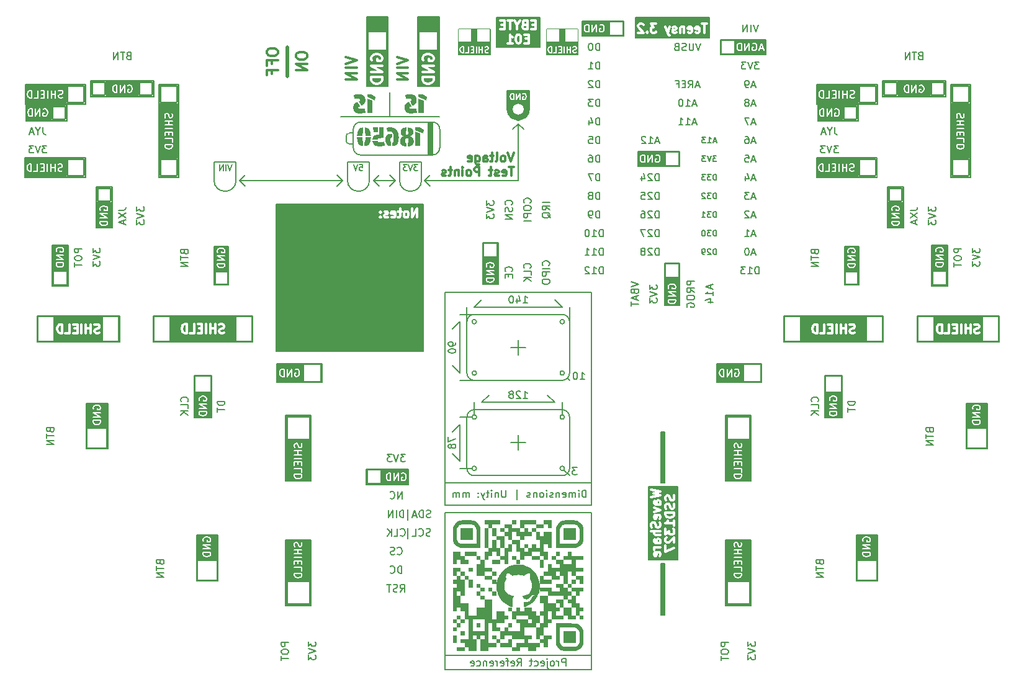
<source format=gbr>
%TF.GenerationSoftware,KiCad,Pcbnew,7.0.1*%
%TF.CreationDate,2024-02-13T15:17:09-03:00*%
%TF.ProjectId,Everything_Controller_V2.0,45766572-7974-4686-996e-675f436f6e74,R0*%
%TF.SameCoordinates,Original*%
%TF.FileFunction,Legend,Bot*%
%TF.FilePolarity,Positive*%
%FSLAX46Y46*%
G04 Gerber Fmt 4.6, Leading zero omitted, Abs format (unit mm)*
G04 Created by KiCad (PCBNEW 7.0.1) date 2024-02-13 15:17:09*
%MOMM*%
%LPD*%
G01*
G04 APERTURE LIST*
G04 Aperture macros list*
%AMRoundRect*
0 Rectangle with rounded corners*
0 $1 Rounding radius*
0 $2 $3 $4 $5 $6 $7 $8 $9 X,Y pos of 4 corners*
0 Add a 4 corners polygon primitive as box body*
4,1,4,$2,$3,$4,$5,$6,$7,$8,$9,$2,$3,0*
0 Add four circle primitives for the rounded corners*
1,1,$1+$1,$2,$3*
1,1,$1+$1,$4,$5*
1,1,$1+$1,$6,$7*
1,1,$1+$1,$8,$9*
0 Add four rect primitives between the rounded corners*
20,1,$1+$1,$2,$3,$4,$5,0*
20,1,$1+$1,$4,$5,$6,$7,0*
20,1,$1+$1,$6,$7,$8,$9,0*
20,1,$1+$1,$8,$9,$2,$3,0*%
G04 Aperture macros list end*
%ADD10C,0.150000*%
%ADD11C,0.200000*%
%ADD12C,0.500000*%
%ADD13C,1.588275*%
%ADD14C,0.350000*%
%ADD15C,0.300000*%
%ADD16C,2.400000*%
%ADD17R,2.400000X2.400000*%
%ADD18O,2.000000X2.000000*%
%ADD19C,2.000000*%
%ADD20R,2.000000X2.000000*%
%ADD21R,2.000000X3.200000*%
%ADD22C,1.500000*%
%ADD23R,1.500000X1.500000*%
%ADD24R,1.700000X1.700000*%
%ADD25C,1.700000*%
%ADD26C,3.600000*%
%ADD27C,5.600000*%
%ADD28C,6.000000*%
%ADD29C,2.500000*%
%ADD30R,2.500000X2.500000*%
%ADD31C,1.982000*%
%ADD32RoundRect,0.102000X-0.889000X-0.889000X0.889000X-0.889000X0.889000X0.889000X-0.889000X0.889000X0*%
%ADD33RoundRect,0.102000X-1.143000X-1.143000X1.143000X-1.143000X1.143000X1.143000X-1.143000X1.143000X0*%
%ADD34C,2.250000*%
%ADD35R,2.250000X2.250000*%
%ADD36R,3.000000X3.000000*%
%ADD37O,1.800000X1.800000*%
%ADD38C,1.800000*%
%ADD39R,1.800000X1.800000*%
%ADD40O,1.700000X1.700000*%
%ADD41O,2.200000X3.500000*%
%ADD42O,1.500000X2.500000*%
%ADD43R,1.500000X2.500000*%
G04 APERTURE END LIST*
D10*
X190850000Y-62400000D02*
X196400000Y-62400000D01*
X196400000Y-64600000D01*
X190850000Y-64600000D01*
X190850000Y-62400000D01*
G36*
X190850000Y-62400000D02*
G01*
X196400000Y-62400000D01*
X196400000Y-64600000D01*
X190850000Y-64600000D01*
X190850000Y-62400000D01*
G37*
D11*
X130250000Y-72750000D02*
X131000000Y-72000000D01*
X127500000Y-67750000D02*
X127000000Y-67750000D01*
X111500000Y-70200000D02*
X108500000Y-70200000D01*
X150000000Y-108500000D02*
X149000000Y-108500000D01*
X143000000Y-112000000D02*
G75*
G03*
X144000000Y-113000000I1000000J0D01*
G01*
X155000000Y-103000000D02*
X154000000Y-102000000D01*
D10*
X204400000Y-91200000D02*
X215600000Y-91200000D01*
X215600000Y-94800000D01*
X204400000Y-94800000D01*
X204400000Y-91200000D01*
G36*
X204400000Y-91200000D02*
G01*
X215600000Y-91200000D01*
X215600000Y-94800000D01*
X204400000Y-94800000D01*
X204400000Y-91200000D01*
G37*
D11*
X147000000Y-50500000D02*
X153000000Y-50500000D01*
X153000000Y-54500000D01*
X147000000Y-54500000D01*
X147000000Y-50500000D01*
G36*
X147000000Y-50500000D02*
G01*
X153000000Y-50500000D01*
X153000000Y-54500000D01*
X147000000Y-54500000D01*
X147000000Y-50500000D01*
G37*
D10*
X82850000Y-62400000D02*
X88400000Y-62400000D01*
X88400000Y-64600000D01*
X82850000Y-64600000D01*
X82850000Y-62400000D01*
G36*
X82850000Y-62400000D02*
G01*
X88400000Y-62400000D01*
X88400000Y-64600000D01*
X82850000Y-64600000D01*
X82850000Y-62400000D01*
G37*
D11*
X133800000Y-72700000D02*
G75*
G03*
X136800000Y-72700000I1500000J0D01*
G01*
X142000000Y-92000000D02*
X142000000Y-99000000D01*
D10*
X211100000Y-103100000D02*
X214000000Y-103100000D01*
X214000000Y-109350000D01*
X211100000Y-109350000D01*
X211100000Y-103100000D01*
G36*
X211100000Y-103100000D02*
G01*
X214000000Y-103100000D01*
X214000000Y-109350000D01*
X211100000Y-109350000D01*
X211100000Y-103100000D01*
G37*
D12*
X118500000Y-54500000D02*
X118500000Y-58500000D01*
D11*
X144000000Y-91000000D02*
G75*
G03*
X143000000Y-92000000I0J-1000000D01*
G01*
X144000000Y-91000000D02*
X142000000Y-91000000D01*
X127500000Y-65750000D02*
X127500000Y-68250000D01*
X130250000Y-72750000D02*
X131000000Y-73500000D01*
X133800000Y-70200000D02*
X133800000Y-72700000D01*
X156000000Y-91000000D02*
X144000000Y-91000000D01*
X157000000Y-105000000D02*
G75*
G03*
X156000000Y-104000000I-1000000J0D01*
G01*
D10*
X200400000Y-73600000D02*
X202600000Y-73600000D01*
X202600000Y-79150000D01*
X200400000Y-79150000D01*
X200400000Y-73600000D01*
G36*
X200400000Y-73600000D02*
G01*
X202600000Y-73600000D01*
X202600000Y-79150000D01*
X200400000Y-79150000D01*
X200400000Y-73600000D01*
G37*
X177100000Y-97700000D02*
X183200000Y-97700000D01*
X183200000Y-100300000D01*
X177100000Y-100300000D01*
X177100000Y-97700000D01*
G36*
X177100000Y-97700000D02*
G01*
X183200000Y-97700000D01*
X183200000Y-100300000D01*
X177100000Y-100300000D01*
X177100000Y-97700000D01*
G37*
X92400000Y-73600000D02*
X94600000Y-73600000D01*
X94600000Y-79150000D01*
X92400000Y-79150000D01*
X92400000Y-73600000D01*
G36*
X92400000Y-73600000D02*
G01*
X94600000Y-73600000D01*
X94600000Y-79150000D01*
X92400000Y-79150000D01*
X92400000Y-73600000D01*
G37*
D11*
X142000000Y-99000000D02*
X141000000Y-98000000D01*
D10*
X117100000Y-97700000D02*
X123200000Y-97700000D01*
X123200000Y-100300000D01*
X117100000Y-100300000D01*
X117100000Y-97700000D01*
G36*
X117100000Y-97700000D02*
G01*
X123200000Y-97700000D01*
X123200000Y-100300000D01*
X117100000Y-100300000D01*
X117100000Y-97700000D01*
G37*
D11*
X126700000Y-72700000D02*
G75*
G03*
X129700000Y-72700000I1500000J0D01*
G01*
X144000000Y-90000000D02*
X156000000Y-90000000D01*
D10*
X118250000Y-104750000D02*
X121750000Y-104750000D01*
X121750000Y-113750000D01*
X118250000Y-113750000D01*
X118250000Y-104750000D01*
G36*
X118250000Y-104750000D02*
G01*
X121750000Y-104750000D01*
X121750000Y-113750000D01*
X118250000Y-113750000D01*
X118250000Y-104750000D01*
G37*
D11*
X157000000Y-92000000D02*
G75*
G03*
X156000000Y-91000000I-1000000J0D01*
G01*
X139292893Y-65750000D02*
X139292893Y-68250000D01*
X144299999Y-91999999D02*
G75*
G03*
X144299999Y-91999999I-300000J0D01*
G01*
X137250000Y-72750000D02*
X150000000Y-72750000D01*
X144299999Y-99000001D02*
G75*
G03*
X144299999Y-99000001I-300000J0D01*
G01*
X127500000Y-68250000D02*
G75*
G03*
X128500000Y-69250000I1000000J0D01*
G01*
X126500000Y-67250000D02*
G75*
G03*
X127000000Y-67750000I500000J0D01*
G01*
X156000000Y-113000000D02*
G75*
G03*
X157000000Y-112000000I0J1000000D01*
G01*
X150000000Y-95500000D02*
X150000000Y-96500000D01*
X141850000Y-52050000D02*
X146150000Y-52050000D01*
X146150000Y-55550000D01*
X141850000Y-55550000D01*
X141850000Y-52050000D01*
G36*
X141850000Y-52050000D02*
G01*
X146150000Y-52050000D01*
X146150000Y-55550000D01*
X141850000Y-55550000D01*
X141850000Y-52050000D01*
G37*
X150000000Y-95500000D02*
X151000000Y-95500000D01*
D10*
X129275000Y-112100000D02*
X134975000Y-112100000D01*
X134975000Y-114200000D01*
X129275000Y-114200000D01*
X129275000Y-112100000D01*
G36*
X129275000Y-112100000D02*
G01*
X134975000Y-112100000D01*
X134975000Y-114200000D01*
X129275000Y-114200000D01*
X129275000Y-112100000D01*
G37*
X86400000Y-81550000D02*
X88600000Y-81550000D01*
X88600000Y-87100000D01*
X86400000Y-87100000D01*
X86400000Y-81550000D01*
G36*
X86400000Y-81550000D02*
G01*
X88600000Y-81550000D01*
X88600000Y-87100000D01*
X86400000Y-87100000D01*
X86400000Y-81550000D01*
G37*
D11*
X130250000Y-72750000D02*
X133250000Y-72750000D01*
X150000000Y-108500000D02*
X150000000Y-107500000D01*
D10*
X91700000Y-59150000D02*
X100300000Y-59150000D01*
X100300000Y-61350000D01*
X91700000Y-61350000D01*
X91700000Y-59150000D01*
G36*
X91700000Y-59150000D02*
G01*
X100300000Y-59150000D01*
X100300000Y-61350000D01*
X91700000Y-61350000D01*
X91700000Y-59150000D01*
G37*
D11*
X145000000Y-103000000D02*
X155000000Y-103000000D01*
X166000000Y-50500000D02*
X176100000Y-50500000D01*
X176100000Y-53300000D01*
X166000000Y-53300000D01*
X166000000Y-50500000D01*
G36*
X166000000Y-50500000D02*
G01*
X176100000Y-50500000D01*
X176100000Y-53300000D01*
X166000000Y-53300000D01*
X166000000Y-50500000D01*
G37*
D10*
X186200000Y-91200000D02*
X199800000Y-91200000D01*
X199800000Y-94800000D01*
X186200000Y-94800000D01*
X186200000Y-91200000D01*
G36*
X186200000Y-91200000D02*
G01*
X199800000Y-91200000D01*
X199800000Y-94800000D01*
X186200000Y-94800000D01*
X186200000Y-91200000D01*
G37*
D11*
X156300000Y-112000000D02*
G75*
G03*
X156300000Y-112000000I-300000J0D01*
G01*
X137750000Y-64750000D02*
X138292893Y-64750000D01*
X138292893Y-69250000D01*
X137750000Y-69250000D01*
X137750000Y-64750000D01*
G36*
X137750000Y-64750000D02*
G01*
X138292893Y-64750000D01*
X138292893Y-69250000D01*
X137750000Y-69250000D01*
X137750000Y-64750000D01*
G37*
X132500000Y-64000000D02*
X139250000Y-64000000D01*
X137250000Y-72750000D02*
X138000000Y-73500000D01*
X108500000Y-70200000D02*
X108500000Y-72700000D01*
X144000000Y-100000000D02*
X156000000Y-100000000D01*
X156000000Y-90000000D02*
X155000000Y-89000000D01*
X153850000Y-52050000D02*
X158150000Y-52050000D01*
X158150000Y-55550000D01*
X153850000Y-55550000D01*
X153850000Y-52050000D01*
G36*
X153850000Y-52050000D02*
G01*
X158150000Y-52050000D01*
X158150000Y-55550000D01*
X153850000Y-55550000D01*
X153850000Y-52050000D01*
G37*
D10*
X148500000Y-60500000D02*
X151500000Y-60500000D01*
X151500000Y-63000000D01*
X148500000Y-63000000D01*
X148500000Y-60500000D01*
G36*
X148500000Y-60500000D02*
G01*
X151500000Y-60500000D01*
X151500000Y-63000000D01*
X148500000Y-63000000D01*
X148500000Y-60500000D01*
G37*
D11*
X157000000Y-105000000D02*
X157000000Y-112000000D01*
X126700000Y-70200000D02*
X126700000Y-72700000D01*
D10*
X108550000Y-81700000D02*
X110450000Y-81700000D01*
X110450000Y-86950000D01*
X108550000Y-86950000D01*
X108550000Y-81700000D01*
G36*
X108550000Y-81700000D02*
G01*
X110450000Y-81700000D01*
X110450000Y-86950000D01*
X108550000Y-86950000D01*
X108550000Y-81700000D01*
G37*
X166300000Y-68725000D02*
X171975000Y-68725000D01*
X171975000Y-70825000D01*
X166300000Y-70825000D01*
X166300000Y-68725000D01*
G36*
X166300000Y-68725000D02*
G01*
X171975000Y-68725000D01*
X171975000Y-70825000D01*
X166300000Y-70825000D01*
X166300000Y-68725000D01*
G37*
X194550000Y-81700000D02*
X196450000Y-81700000D01*
X196450000Y-86950000D01*
X194550000Y-86950000D01*
X194550000Y-81700000D01*
G36*
X194550000Y-81700000D02*
G01*
X196450000Y-81700000D01*
X196450000Y-86950000D01*
X194550000Y-86950000D01*
X194550000Y-81700000D01*
G37*
X206400000Y-81550000D02*
X208600000Y-81550000D01*
X208600000Y-87100000D01*
X206400000Y-87100000D01*
X206400000Y-81550000D01*
G36*
X206400000Y-81550000D02*
G01*
X208600000Y-81550000D01*
X208600000Y-87100000D01*
X206400000Y-87100000D01*
X206400000Y-81550000D01*
G37*
X118250000Y-121750000D02*
X121750000Y-121750000D01*
X121750000Y-130750000D01*
X118250000Y-130750000D01*
X118250000Y-121750000D01*
G36*
X118250000Y-121750000D02*
G01*
X121750000Y-121750000D01*
X121750000Y-130750000D01*
X118250000Y-130750000D01*
X118250000Y-121750000D01*
G37*
D11*
X137250000Y-72750000D02*
X138000000Y-72000000D01*
X144000000Y-100000000D02*
X142000000Y-100000000D01*
X112000000Y-72750000D02*
X112750000Y-72000000D01*
X140000000Y-88000000D02*
X160000000Y-88000000D01*
X160000000Y-114000000D01*
X140000000Y-114000000D01*
X140000000Y-88000000D01*
X108500000Y-72700000D02*
G75*
G03*
X111500000Y-72700000I1500000J0D01*
G01*
X143000000Y-99000000D02*
X143000000Y-92000000D01*
X132500000Y-60750000D02*
X132500000Y-64000000D01*
X157000000Y-92000000D02*
X157000000Y-90000000D01*
D10*
X178250000Y-104750000D02*
X181750000Y-104750000D01*
X181750000Y-113750000D01*
X178250000Y-113750000D01*
X178250000Y-104750000D01*
G36*
X178250000Y-104750000D02*
G01*
X181750000Y-104750000D01*
X181750000Y-113750000D01*
X178250000Y-113750000D01*
X178250000Y-104750000D01*
G37*
D11*
X150000000Y-65000000D02*
X149250000Y-65750000D01*
X111500000Y-72700000D02*
X111500000Y-70200000D01*
D10*
X84400000Y-91200000D02*
X95600000Y-91200000D01*
X95600000Y-94800000D01*
X84400000Y-94800000D01*
X84400000Y-91200000D01*
G36*
X84400000Y-91200000D02*
G01*
X95600000Y-91200000D01*
X95600000Y-94800000D01*
X84400000Y-94800000D01*
X84400000Y-91200000D01*
G37*
X178250000Y-121750000D02*
X181750000Y-121750000D01*
X181750000Y-130750000D01*
X178250000Y-130750000D01*
X178250000Y-121750000D01*
G36*
X178250000Y-121750000D02*
G01*
X181750000Y-121750000D01*
X181750000Y-130750000D01*
X178250000Y-130750000D01*
X178250000Y-121750000D01*
G37*
D11*
X144000000Y-104000000D02*
G75*
G03*
X143000000Y-105000000I0J-1000000D01*
G01*
X142000000Y-111000000D02*
X141000000Y-110000000D01*
X143699999Y-112000001D02*
X142000000Y-112000000D01*
X150000000Y-72750000D02*
X150000000Y-65000000D01*
X136800000Y-70200000D02*
X133800000Y-70200000D01*
X144000000Y-113000000D02*
X156000000Y-113000000D01*
D10*
X169950000Y-83975000D02*
X172050000Y-83975000D01*
X172050000Y-89800000D01*
X169950000Y-89800000D01*
X169950000Y-83975000D01*
G36*
X169950000Y-83975000D02*
G01*
X172050000Y-83975000D01*
X172050000Y-89800000D01*
X169950000Y-89800000D01*
X169950000Y-83975000D01*
G37*
X82750000Y-59650000D02*
X91000000Y-59650000D01*
X91000000Y-62350000D01*
X82750000Y-62350000D01*
X82750000Y-59650000D01*
G36*
X82750000Y-59650000D02*
G01*
X91000000Y-59650000D01*
X91000000Y-62350000D01*
X82750000Y-62350000D01*
X82750000Y-59650000D01*
G37*
D11*
X139292900Y-65750000D02*
G75*
G03*
X138292893Y-64750000I-1000000J0D01*
G01*
D10*
X158750000Y-50950000D02*
X164425000Y-50950000D01*
X164425000Y-53050000D01*
X158750000Y-53050000D01*
X158750000Y-50950000D01*
G36*
X158750000Y-50950000D02*
G01*
X164425000Y-50950000D01*
X164425000Y-53050000D01*
X158750000Y-53050000D01*
X158750000Y-50950000D01*
G37*
D11*
X142000000Y-92000000D02*
X141000000Y-93000000D01*
X133250000Y-72750000D02*
X132500000Y-73500000D01*
X142000000Y-106000000D02*
X141000000Y-107000000D01*
X138292893Y-69249993D02*
G75*
G03*
X139292893Y-68250000I7J999993D01*
G01*
X156000000Y-104700000D02*
X156000000Y-103000000D01*
D10*
X91100000Y-103100000D02*
X94000000Y-103100000D01*
X94000000Y-109350000D01*
X91100000Y-109350000D01*
X91100000Y-103100000D01*
G36*
X91100000Y-103100000D02*
G01*
X94000000Y-103100000D01*
X94000000Y-109350000D01*
X91100000Y-109350000D01*
X91100000Y-103100000D01*
G37*
X177570000Y-53490000D02*
X183745000Y-53490000D01*
X183745000Y-55590000D01*
X177570000Y-55590000D01*
X177570000Y-53490000D01*
G36*
X177570000Y-53490000D02*
G01*
X183745000Y-53490000D01*
X183745000Y-55590000D01*
X177570000Y-55590000D01*
X177570000Y-53490000D01*
G37*
D11*
X127000000Y-66250000D02*
G75*
G03*
X126500000Y-66750000I0J-500000D01*
G01*
X146000000Y-102000000D02*
X145000000Y-103000000D01*
X150000000Y-65000000D02*
X150750000Y-65750000D01*
X157000000Y-92000000D02*
X157000000Y-99000000D01*
X126000000Y-72750000D02*
X125250000Y-72000000D01*
X144000000Y-90000000D02*
X145000000Y-89000000D01*
X156707107Y-99707107D02*
X157000000Y-100000000D01*
X126000000Y-72750000D02*
X125250000Y-73500000D01*
X156000000Y-100000000D02*
G75*
G03*
X157000000Y-99000000I0J1000000D01*
G01*
X136300000Y-50400000D02*
X139200000Y-50400000D01*
X139200000Y-59900000D01*
X136300000Y-59900000D01*
X136300000Y-50400000D01*
G36*
X136300000Y-50400000D02*
G01*
X139200000Y-50400000D01*
X139200000Y-59900000D01*
X136300000Y-59900000D01*
X136300000Y-50400000D01*
G37*
D10*
X105800000Y-99300000D02*
X108200000Y-99300000D01*
X108200000Y-105100000D01*
X105800000Y-105100000D01*
X105800000Y-99300000D01*
G36*
X105800000Y-99300000D02*
G01*
X108200000Y-99300000D01*
X108200000Y-105100000D01*
X105800000Y-105100000D01*
X105800000Y-99300000D01*
G37*
X169500000Y-107000000D02*
X170000000Y-107000000D01*
X170000000Y-114000000D01*
X169500000Y-114000000D01*
X169500000Y-107000000D01*
G36*
X169500000Y-107000000D02*
G01*
X170000000Y-107000000D01*
X170000000Y-114000000D01*
X169500000Y-114000000D01*
X169500000Y-107000000D01*
G37*
D11*
X140000000Y-137500000D02*
X160000000Y-137500000D01*
X160000000Y-139500000D01*
X140000000Y-139500000D01*
X140000000Y-137500000D01*
X143000000Y-99000000D02*
G75*
G03*
X144000000Y-100000000I1000000J0D01*
G01*
X140000000Y-118000000D02*
X160000000Y-118000000D01*
X160000000Y-137500000D01*
X140000000Y-137500000D01*
X140000000Y-118000000D01*
X133250000Y-72750000D02*
X132500000Y-72000000D01*
D10*
X199700000Y-59150000D02*
X208300000Y-59150000D01*
X208300000Y-61350000D01*
X199700000Y-61350000D01*
X199700000Y-59150000D01*
G36*
X199700000Y-59150000D02*
G01*
X208300000Y-59150000D01*
X208300000Y-61350000D01*
X199700000Y-61350000D01*
X199700000Y-59150000D01*
G37*
D11*
X145150000Y-81200000D02*
X147250000Y-81200000D01*
X147250000Y-86900000D01*
X145150000Y-86900000D01*
X145150000Y-81200000D01*
G36*
X145150000Y-81200000D02*
G01*
X147250000Y-81200000D01*
X147250000Y-86900000D01*
X145150000Y-86900000D01*
X145150000Y-81200000D01*
G37*
X143000000Y-112000000D02*
X143000000Y-105000000D01*
X129300000Y-50400000D02*
X132200000Y-50400000D01*
X132200000Y-59900000D01*
X129300000Y-59900000D01*
X129300000Y-50400000D01*
G36*
X129300000Y-50400000D02*
G01*
X132200000Y-50400000D01*
X132200000Y-59900000D01*
X129300000Y-59900000D01*
X129300000Y-50400000D01*
G37*
X150000000Y-108500000D02*
X151000000Y-108500000D01*
X126500000Y-66750000D02*
X126500000Y-67250000D01*
X143000000Y-92000000D02*
X143000000Y-90000000D01*
X156300000Y-105000000D02*
G75*
G03*
X156300000Y-105000000I-300000J0D01*
G01*
D10*
X196100000Y-121100000D02*
X199000000Y-121100000D01*
X199000000Y-127350000D01*
X196100000Y-127350000D01*
X196100000Y-121100000D01*
G36*
X196100000Y-121100000D02*
G01*
X199000000Y-121100000D01*
X199000000Y-127350000D01*
X196100000Y-127350000D01*
X196100000Y-121100000D01*
G37*
D11*
X132500000Y-64000000D02*
X125750000Y-64000000D01*
D10*
X82700000Y-69650000D02*
X90950000Y-69650000D01*
X90950000Y-72350000D01*
X82700000Y-72350000D01*
X82700000Y-69650000D01*
G36*
X82700000Y-69650000D02*
G01*
X90950000Y-69650000D01*
X90950000Y-72350000D01*
X82700000Y-72350000D01*
X82700000Y-69650000D01*
G37*
D11*
X127500000Y-66250000D02*
X127000000Y-66250000D01*
D10*
X101000000Y-59650000D02*
X103700000Y-59650000D01*
X103700000Y-72350000D01*
X101000000Y-72350000D01*
X101000000Y-59650000D01*
G36*
X101000000Y-59650000D02*
G01*
X103700000Y-59650000D01*
X103700000Y-72350000D01*
X101000000Y-72350000D01*
X101000000Y-59650000D01*
G37*
D11*
X150000000Y-95500000D02*
X149000000Y-95500000D01*
D10*
X209000000Y-59650000D02*
X211700000Y-59650000D01*
X211700000Y-72350000D01*
X209000000Y-72350000D01*
X209000000Y-59650000D01*
G36*
X209000000Y-59650000D02*
G01*
X211700000Y-59650000D01*
X211700000Y-72350000D01*
X209000000Y-72350000D01*
X209000000Y-59650000D01*
G37*
X190700000Y-69650000D02*
X198950000Y-69650000D01*
X198950000Y-72350000D01*
X190700000Y-72350000D01*
X190700000Y-69650000D01*
G36*
X190700000Y-69650000D02*
G01*
X198950000Y-69650000D01*
X198950000Y-72350000D01*
X190700000Y-72350000D01*
X190700000Y-69650000D01*
G37*
D11*
X129700000Y-70200000D02*
X126700000Y-70200000D01*
D10*
X100190348Y-91187793D02*
X113790348Y-91187793D01*
X113790348Y-94787793D01*
X100190348Y-94787793D01*
X100190348Y-91187793D01*
G36*
X100190348Y-91187793D02*
G01*
X113790348Y-91187793D01*
X113790348Y-94787793D01*
X100190348Y-94787793D01*
X100190348Y-91187793D01*
G37*
D11*
X143699999Y-104999999D02*
X142000000Y-105000000D01*
X156000000Y-104000000D02*
X144000000Y-104000000D01*
D10*
X106100000Y-121100000D02*
X109000000Y-121100000D01*
X109000000Y-127350000D01*
X106100000Y-127350000D01*
X106100000Y-121100000D01*
G36*
X106100000Y-121100000D02*
G01*
X109000000Y-121100000D01*
X109000000Y-127350000D01*
X106100000Y-127350000D01*
X106100000Y-121100000D01*
G37*
D11*
X136800000Y-72700000D02*
X136800000Y-70200000D01*
X156300000Y-99000000D02*
G75*
G03*
X156300000Y-99000000I-300000J0D01*
G01*
D10*
X191800000Y-99300000D02*
X194200000Y-99300000D01*
X194200000Y-105100000D01*
X191800000Y-105100000D01*
X191800000Y-99300000D01*
G36*
X191800000Y-99300000D02*
G01*
X194200000Y-99300000D01*
X194200000Y-105100000D01*
X191800000Y-105100000D01*
X191800000Y-99300000D01*
G37*
D11*
X128500000Y-64750000D02*
G75*
G03*
X127500000Y-65750000I0J-1000000D01*
G01*
D10*
X117000000Y-76000000D02*
X137000000Y-76000000D01*
X137000000Y-96000000D01*
X117000000Y-96000000D01*
X117000000Y-76000000D01*
G36*
X117000000Y-76000000D02*
G01*
X137000000Y-76000000D01*
X137000000Y-96000000D01*
X117000000Y-96000000D01*
X117000000Y-76000000D01*
G37*
D11*
X140000000Y-114000000D02*
X160000000Y-114000000D01*
X160000000Y-117000000D01*
X140000000Y-117000000D01*
X140000000Y-114000000D01*
X112000000Y-72750000D02*
X126000000Y-72750000D01*
X144299999Y-112000001D02*
G75*
G03*
X144299999Y-112000001I-300000J0D01*
G01*
X112000000Y-72750000D02*
X112750000Y-73500000D01*
X150000000Y-95500000D02*
X150000000Y-94500000D01*
D10*
X169500000Y-125000000D02*
X170000000Y-125000000D01*
X170000000Y-132000000D01*
X169500000Y-132000000D01*
X169500000Y-125000000D01*
G36*
X169500000Y-125000000D02*
G01*
X170000000Y-125000000D01*
X170000000Y-132000000D01*
X169500000Y-132000000D01*
X169500000Y-125000000D01*
G37*
D11*
X129700000Y-72700000D02*
X129700000Y-70200000D01*
X144299999Y-104999999D02*
G75*
G03*
X144299999Y-104999999I-300000J0D01*
G01*
D13*
X150794137Y-63000000D02*
G75*
G03*
X150794137Y-63000000I-794137J0D01*
G01*
D11*
X156300000Y-92000000D02*
G75*
G03*
X156300000Y-92000000I-300000J0D01*
G01*
X156200000Y-112200000D02*
X157000000Y-113000000D01*
D10*
X190750000Y-59650000D02*
X199000000Y-59650000D01*
X199000000Y-62350000D01*
X190750000Y-62350000D01*
X190750000Y-59650000D01*
G36*
X190750000Y-59650000D02*
G01*
X199000000Y-59650000D01*
X199000000Y-62350000D01*
X190750000Y-62350000D01*
X190750000Y-59650000D01*
G37*
D11*
X138292893Y-69250000D02*
X128500000Y-69250000D01*
X142000000Y-106000000D02*
X142000000Y-111000000D01*
X150000000Y-108500000D02*
X150000000Y-109500000D01*
X128500000Y-64750000D02*
X138292893Y-64750000D01*
X143999999Y-104699999D02*
X144000000Y-103000000D01*
D10*
X167760000Y-114490000D02*
X171760000Y-114490000D01*
X171760000Y-124490000D01*
X167760000Y-124490000D01*
X167760000Y-114490000D01*
G36*
X167760000Y-114490000D02*
G01*
X171760000Y-114490000D01*
X171760000Y-124490000D01*
X167760000Y-124490000D01*
X167760000Y-114490000D01*
G37*
D14*
X119693928Y-55571428D02*
X119693928Y-55857142D01*
X119693928Y-55857142D02*
X119765357Y-55999999D01*
X119765357Y-55999999D02*
X119908214Y-56142856D01*
X119908214Y-56142856D02*
X120193928Y-56214285D01*
X120193928Y-56214285D02*
X120693928Y-56214285D01*
X120693928Y-56214285D02*
X120979642Y-56142856D01*
X120979642Y-56142856D02*
X121122500Y-55999999D01*
X121122500Y-55999999D02*
X121193928Y-55857142D01*
X121193928Y-55857142D02*
X121193928Y-55571428D01*
X121193928Y-55571428D02*
X121122500Y-55428571D01*
X121122500Y-55428571D02*
X120979642Y-55285713D01*
X120979642Y-55285713D02*
X120693928Y-55214285D01*
X120693928Y-55214285D02*
X120193928Y-55214285D01*
X120193928Y-55214285D02*
X119908214Y-55285713D01*
X119908214Y-55285713D02*
X119765357Y-55428571D01*
X119765357Y-55428571D02*
X119693928Y-55571428D01*
X121193928Y-56857142D02*
X119693928Y-56857142D01*
X119693928Y-56857142D02*
X121193928Y-57714285D01*
X121193928Y-57714285D02*
X119693928Y-57714285D01*
D11*
X211962619Y-81961905D02*
X211962619Y-82580952D01*
X211962619Y-82580952D02*
X212343571Y-82247619D01*
X212343571Y-82247619D02*
X212343571Y-82390476D01*
X212343571Y-82390476D02*
X212391190Y-82485714D01*
X212391190Y-82485714D02*
X212438809Y-82533333D01*
X212438809Y-82533333D02*
X212534047Y-82580952D01*
X212534047Y-82580952D02*
X212772142Y-82580952D01*
X212772142Y-82580952D02*
X212867380Y-82533333D01*
X212867380Y-82533333D02*
X212915000Y-82485714D01*
X212915000Y-82485714D02*
X212962619Y-82390476D01*
X212962619Y-82390476D02*
X212962619Y-82104762D01*
X212962619Y-82104762D02*
X212915000Y-82009524D01*
X212915000Y-82009524D02*
X212867380Y-81961905D01*
X211962619Y-82866667D02*
X212962619Y-83200000D01*
X212962619Y-83200000D02*
X211962619Y-83533333D01*
X211962619Y-83771429D02*
X211962619Y-84390476D01*
X211962619Y-84390476D02*
X212343571Y-84057143D01*
X212343571Y-84057143D02*
X212343571Y-84200000D01*
X212343571Y-84200000D02*
X212391190Y-84295238D01*
X212391190Y-84295238D02*
X212438809Y-84342857D01*
X212438809Y-84342857D02*
X212534047Y-84390476D01*
X212534047Y-84390476D02*
X212772142Y-84390476D01*
X212772142Y-84390476D02*
X212867380Y-84342857D01*
X212867380Y-84342857D02*
X212915000Y-84295238D01*
X212915000Y-84295238D02*
X212962619Y-84200000D01*
X212962619Y-84200000D02*
X212962619Y-83914286D01*
X212962619Y-83914286D02*
X212915000Y-83819048D01*
X212915000Y-83819048D02*
X212867380Y-83771429D01*
D10*
X177016428Y-80310095D02*
X177016428Y-79510095D01*
X177016428Y-79510095D02*
X176825952Y-79510095D01*
X176825952Y-79510095D02*
X176711666Y-79548190D01*
X176711666Y-79548190D02*
X176635476Y-79624380D01*
X176635476Y-79624380D02*
X176597381Y-79700571D01*
X176597381Y-79700571D02*
X176559285Y-79852952D01*
X176559285Y-79852952D02*
X176559285Y-79967238D01*
X176559285Y-79967238D02*
X176597381Y-80119619D01*
X176597381Y-80119619D02*
X176635476Y-80195809D01*
X176635476Y-80195809D02*
X176711666Y-80272000D01*
X176711666Y-80272000D02*
X176825952Y-80310095D01*
X176825952Y-80310095D02*
X177016428Y-80310095D01*
X176292619Y-79510095D02*
X175797381Y-79510095D01*
X175797381Y-79510095D02*
X176064047Y-79814857D01*
X176064047Y-79814857D02*
X175949762Y-79814857D01*
X175949762Y-79814857D02*
X175873571Y-79852952D01*
X175873571Y-79852952D02*
X175835476Y-79891047D01*
X175835476Y-79891047D02*
X175797381Y-79967238D01*
X175797381Y-79967238D02*
X175797381Y-80157714D01*
X175797381Y-80157714D02*
X175835476Y-80233904D01*
X175835476Y-80233904D02*
X175873571Y-80272000D01*
X175873571Y-80272000D02*
X175949762Y-80310095D01*
X175949762Y-80310095D02*
X176178333Y-80310095D01*
X176178333Y-80310095D02*
X176254524Y-80272000D01*
X176254524Y-80272000D02*
X176292619Y-80233904D01*
X175302142Y-79510095D02*
X175225952Y-79510095D01*
X175225952Y-79510095D02*
X175149761Y-79548190D01*
X175149761Y-79548190D02*
X175111666Y-79586285D01*
X175111666Y-79586285D02*
X175073571Y-79662476D01*
X175073571Y-79662476D02*
X175035476Y-79814857D01*
X175035476Y-79814857D02*
X175035476Y-80005333D01*
X175035476Y-80005333D02*
X175073571Y-80157714D01*
X175073571Y-80157714D02*
X175111666Y-80233904D01*
X175111666Y-80233904D02*
X175149761Y-80272000D01*
X175149761Y-80272000D02*
X175225952Y-80310095D01*
X175225952Y-80310095D02*
X175302142Y-80310095D01*
X175302142Y-80310095D02*
X175378333Y-80272000D01*
X175378333Y-80272000D02*
X175416428Y-80233904D01*
X175416428Y-80233904D02*
X175454523Y-80157714D01*
X175454523Y-80157714D02*
X175492619Y-80005333D01*
X175492619Y-80005333D02*
X175492619Y-79814857D01*
X175492619Y-79814857D02*
X175454523Y-79662476D01*
X175454523Y-79662476D02*
X175416428Y-79586285D01*
X175416428Y-79586285D02*
X175378333Y-79548190D01*
X175378333Y-79548190D02*
X175302142Y-79510095D01*
D11*
X182339285Y-72496904D02*
X181863095Y-72496904D01*
X182434523Y-72782619D02*
X182101190Y-71782619D01*
X182101190Y-71782619D02*
X181767857Y-72782619D01*
X181005952Y-72115952D02*
X181005952Y-72782619D01*
X181244047Y-71735000D02*
X181482142Y-72449285D01*
X181482142Y-72449285D02*
X180863095Y-72449285D01*
X161589285Y-82942619D02*
X161589285Y-81942619D01*
X161589285Y-81942619D02*
X161351190Y-81942619D01*
X161351190Y-81942619D02*
X161208333Y-81990238D01*
X161208333Y-81990238D02*
X161113095Y-82085476D01*
X161113095Y-82085476D02*
X161065476Y-82180714D01*
X161065476Y-82180714D02*
X161017857Y-82371190D01*
X161017857Y-82371190D02*
X161017857Y-82514047D01*
X161017857Y-82514047D02*
X161065476Y-82704523D01*
X161065476Y-82704523D02*
X161113095Y-82799761D01*
X161113095Y-82799761D02*
X161208333Y-82895000D01*
X161208333Y-82895000D02*
X161351190Y-82942619D01*
X161351190Y-82942619D02*
X161589285Y-82942619D01*
X160065476Y-82942619D02*
X160636904Y-82942619D01*
X160351190Y-82942619D02*
X160351190Y-81942619D01*
X160351190Y-81942619D02*
X160446428Y-82085476D01*
X160446428Y-82085476D02*
X160541666Y-82180714D01*
X160541666Y-82180714D02*
X160636904Y-82228333D01*
X159113095Y-82942619D02*
X159684523Y-82942619D01*
X159398809Y-82942619D02*
X159398809Y-81942619D01*
X159398809Y-81942619D02*
X159494047Y-82085476D01*
X159494047Y-82085476D02*
X159589285Y-82180714D01*
X159589285Y-82180714D02*
X159684523Y-82228333D01*
D10*
X128352380Y-70570095D02*
X128733332Y-70570095D01*
X128733332Y-70570095D02*
X128771428Y-70951047D01*
X128771428Y-70951047D02*
X128733332Y-70912952D01*
X128733332Y-70912952D02*
X128657142Y-70874857D01*
X128657142Y-70874857D02*
X128466666Y-70874857D01*
X128466666Y-70874857D02*
X128390475Y-70912952D01*
X128390475Y-70912952D02*
X128352380Y-70951047D01*
X128352380Y-70951047D02*
X128314285Y-71027238D01*
X128314285Y-71027238D02*
X128314285Y-71217714D01*
X128314285Y-71217714D02*
X128352380Y-71293904D01*
X128352380Y-71293904D02*
X128390475Y-71332000D01*
X128390475Y-71332000D02*
X128466666Y-71370095D01*
X128466666Y-71370095D02*
X128657142Y-71370095D01*
X128657142Y-71370095D02*
X128733332Y-71332000D01*
X128733332Y-71332000D02*
X128771428Y-71293904D01*
X128085713Y-70570095D02*
X127819046Y-71370095D01*
X127819046Y-71370095D02*
X127552380Y-70570095D01*
D11*
X204833333Y-55688809D02*
X204690476Y-55736428D01*
X204690476Y-55736428D02*
X204642857Y-55784047D01*
X204642857Y-55784047D02*
X204595238Y-55879285D01*
X204595238Y-55879285D02*
X204595238Y-56022142D01*
X204595238Y-56022142D02*
X204642857Y-56117380D01*
X204642857Y-56117380D02*
X204690476Y-56165000D01*
X204690476Y-56165000D02*
X204785714Y-56212619D01*
X204785714Y-56212619D02*
X205166666Y-56212619D01*
X205166666Y-56212619D02*
X205166666Y-55212619D01*
X205166666Y-55212619D02*
X204833333Y-55212619D01*
X204833333Y-55212619D02*
X204738095Y-55260238D01*
X204738095Y-55260238D02*
X204690476Y-55307857D01*
X204690476Y-55307857D02*
X204642857Y-55403095D01*
X204642857Y-55403095D02*
X204642857Y-55498333D01*
X204642857Y-55498333D02*
X204690476Y-55593571D01*
X204690476Y-55593571D02*
X204738095Y-55641190D01*
X204738095Y-55641190D02*
X204833333Y-55688809D01*
X204833333Y-55688809D02*
X205166666Y-55688809D01*
X204309523Y-55212619D02*
X203738095Y-55212619D01*
X204023809Y-56212619D02*
X204023809Y-55212619D01*
X203404761Y-56212619D02*
X203404761Y-55212619D01*
X203404761Y-55212619D02*
X202833333Y-56212619D01*
X202833333Y-56212619D02*
X202833333Y-55212619D01*
X178662619Y-135733333D02*
X177662619Y-135733333D01*
X177662619Y-135733333D02*
X177662619Y-136114285D01*
X177662619Y-136114285D02*
X177710238Y-136209523D01*
X177710238Y-136209523D02*
X177757857Y-136257142D01*
X177757857Y-136257142D02*
X177853095Y-136304761D01*
X177853095Y-136304761D02*
X177995952Y-136304761D01*
X177995952Y-136304761D02*
X178091190Y-136257142D01*
X178091190Y-136257142D02*
X178138809Y-136209523D01*
X178138809Y-136209523D02*
X178186428Y-136114285D01*
X178186428Y-136114285D02*
X178186428Y-135733333D01*
X177662619Y-136923809D02*
X177662619Y-137114285D01*
X177662619Y-137114285D02*
X177710238Y-137209523D01*
X177710238Y-137209523D02*
X177805476Y-137304761D01*
X177805476Y-137304761D02*
X177995952Y-137352380D01*
X177995952Y-137352380D02*
X178329285Y-137352380D01*
X178329285Y-137352380D02*
X178519761Y-137304761D01*
X178519761Y-137304761D02*
X178615000Y-137209523D01*
X178615000Y-137209523D02*
X178662619Y-137114285D01*
X178662619Y-137114285D02*
X178662619Y-136923809D01*
X178662619Y-136923809D02*
X178615000Y-136828571D01*
X178615000Y-136828571D02*
X178519761Y-136733333D01*
X178519761Y-136733333D02*
X178329285Y-136685714D01*
X178329285Y-136685714D02*
X177995952Y-136685714D01*
X177995952Y-136685714D02*
X177805476Y-136733333D01*
X177805476Y-136733333D02*
X177710238Y-136828571D01*
X177710238Y-136828571D02*
X177662619Y-136923809D01*
X177662619Y-137638095D02*
X177662619Y-138209523D01*
X178662619Y-137923809D02*
X177662619Y-137923809D01*
X151637380Y-84679761D02*
X151685000Y-84632142D01*
X151685000Y-84632142D02*
X151732619Y-84489285D01*
X151732619Y-84489285D02*
X151732619Y-84394047D01*
X151732619Y-84394047D02*
X151685000Y-84251190D01*
X151685000Y-84251190D02*
X151589761Y-84155952D01*
X151589761Y-84155952D02*
X151494523Y-84108333D01*
X151494523Y-84108333D02*
X151304047Y-84060714D01*
X151304047Y-84060714D02*
X151161190Y-84060714D01*
X151161190Y-84060714D02*
X150970714Y-84108333D01*
X150970714Y-84108333D02*
X150875476Y-84155952D01*
X150875476Y-84155952D02*
X150780238Y-84251190D01*
X150780238Y-84251190D02*
X150732619Y-84394047D01*
X150732619Y-84394047D02*
X150732619Y-84489285D01*
X150732619Y-84489285D02*
X150780238Y-84632142D01*
X150780238Y-84632142D02*
X150827857Y-84679761D01*
X151732619Y-85584523D02*
X151732619Y-85108333D01*
X151732619Y-85108333D02*
X150732619Y-85108333D01*
X151732619Y-85917857D02*
X150732619Y-85917857D01*
X151732619Y-86489285D02*
X151161190Y-86060714D01*
X150732619Y-86489285D02*
X151304047Y-85917857D01*
X182339285Y-64876904D02*
X181863095Y-64876904D01*
X182434523Y-65162619D02*
X182101190Y-64162619D01*
X182101190Y-64162619D02*
X181767857Y-65162619D01*
X181529761Y-64162619D02*
X180863095Y-64162619D01*
X180863095Y-64162619D02*
X181291666Y-65162619D01*
X176256904Y-87014524D02*
X176256904Y-87490714D01*
X176542619Y-86919286D02*
X175542619Y-87252619D01*
X175542619Y-87252619D02*
X176542619Y-87585952D01*
X176542619Y-88443095D02*
X176542619Y-87871667D01*
X176542619Y-88157381D02*
X175542619Y-88157381D01*
X175542619Y-88157381D02*
X175685476Y-88062143D01*
X175685476Y-88062143D02*
X175780714Y-87966905D01*
X175780714Y-87966905D02*
X175828333Y-87871667D01*
X175875952Y-89300238D02*
X176542619Y-89300238D01*
X175495000Y-89062143D02*
X176209285Y-88824048D01*
X176209285Y-88824048D02*
X176209285Y-89443095D01*
X169185475Y-67416904D02*
X168709285Y-67416904D01*
X169280713Y-67702619D02*
X168947380Y-66702619D01*
X168947380Y-66702619D02*
X168614047Y-67702619D01*
X167756904Y-67702619D02*
X168328332Y-67702619D01*
X168042618Y-67702619D02*
X168042618Y-66702619D01*
X168042618Y-66702619D02*
X168137856Y-66845476D01*
X168137856Y-66845476D02*
X168233094Y-66940714D01*
X168233094Y-66940714D02*
X168328332Y-66988333D01*
X167375951Y-66797857D02*
X167328332Y-66750238D01*
X167328332Y-66750238D02*
X167233094Y-66702619D01*
X167233094Y-66702619D02*
X166994999Y-66702619D01*
X166994999Y-66702619D02*
X166899761Y-66750238D01*
X166899761Y-66750238D02*
X166852142Y-66797857D01*
X166852142Y-66797857D02*
X166804523Y-66893095D01*
X166804523Y-66893095D02*
X166804523Y-66988333D01*
X166804523Y-66988333D02*
X166852142Y-67131190D01*
X166852142Y-67131190D02*
X167423570Y-67702619D01*
X167423570Y-67702619D02*
X166804523Y-67702619D01*
X134368808Y-118712619D02*
X134368808Y-117712619D01*
X134368808Y-117712619D02*
X134130713Y-117712619D01*
X134130713Y-117712619D02*
X133987856Y-117760238D01*
X133987856Y-117760238D02*
X133892618Y-117855476D01*
X133892618Y-117855476D02*
X133844999Y-117950714D01*
X133844999Y-117950714D02*
X133797380Y-118141190D01*
X133797380Y-118141190D02*
X133797380Y-118284047D01*
X133797380Y-118284047D02*
X133844999Y-118474523D01*
X133844999Y-118474523D02*
X133892618Y-118569761D01*
X133892618Y-118569761D02*
X133987856Y-118665000D01*
X133987856Y-118665000D02*
X134130713Y-118712619D01*
X134130713Y-118712619D02*
X134368808Y-118712619D01*
X133368808Y-118712619D02*
X133368808Y-117712619D01*
X132892618Y-118712619D02*
X132892618Y-117712619D01*
X132892618Y-117712619D02*
X132321190Y-118712619D01*
X132321190Y-118712619D02*
X132321190Y-117712619D01*
X158442857Y-99877619D02*
X159014285Y-99877619D01*
X158728571Y-99877619D02*
X158728571Y-98877619D01*
X158728571Y-98877619D02*
X158823809Y-99020476D01*
X158823809Y-99020476D02*
X158919047Y-99115714D01*
X158919047Y-99115714D02*
X159014285Y-99163333D01*
X157823809Y-98877619D02*
X157728571Y-98877619D01*
X157728571Y-98877619D02*
X157633333Y-98925238D01*
X157633333Y-98925238D02*
X157585714Y-98972857D01*
X157585714Y-98972857D02*
X157538095Y-99068095D01*
X157538095Y-99068095D02*
X157490476Y-99258571D01*
X157490476Y-99258571D02*
X157490476Y-99496666D01*
X157490476Y-99496666D02*
X157538095Y-99687142D01*
X157538095Y-99687142D02*
X157585714Y-99782380D01*
X157585714Y-99782380D02*
X157633333Y-99830000D01*
X157633333Y-99830000D02*
X157728571Y-99877619D01*
X157728571Y-99877619D02*
X157823809Y-99877619D01*
X157823809Y-99877619D02*
X157919047Y-99830000D01*
X157919047Y-99830000D02*
X157966666Y-99782380D01*
X157966666Y-99782380D02*
X158014285Y-99687142D01*
X158014285Y-99687142D02*
X158061904Y-99496666D01*
X158061904Y-99496666D02*
X158061904Y-99258571D01*
X158061904Y-99258571D02*
X158014285Y-99068095D01*
X158014285Y-99068095D02*
X157966666Y-98972857D01*
X157966666Y-98972857D02*
X157919047Y-98925238D01*
X157919047Y-98925238D02*
X157823809Y-98877619D01*
X169209285Y-75322619D02*
X169209285Y-74322619D01*
X169209285Y-74322619D02*
X168971190Y-74322619D01*
X168971190Y-74322619D02*
X168828333Y-74370238D01*
X168828333Y-74370238D02*
X168733095Y-74465476D01*
X168733095Y-74465476D02*
X168685476Y-74560714D01*
X168685476Y-74560714D02*
X168637857Y-74751190D01*
X168637857Y-74751190D02*
X168637857Y-74894047D01*
X168637857Y-74894047D02*
X168685476Y-75084523D01*
X168685476Y-75084523D02*
X168733095Y-75179761D01*
X168733095Y-75179761D02*
X168828333Y-75275000D01*
X168828333Y-75275000D02*
X168971190Y-75322619D01*
X168971190Y-75322619D02*
X169209285Y-75322619D01*
X168256904Y-74417857D02*
X168209285Y-74370238D01*
X168209285Y-74370238D02*
X168114047Y-74322619D01*
X168114047Y-74322619D02*
X167875952Y-74322619D01*
X167875952Y-74322619D02*
X167780714Y-74370238D01*
X167780714Y-74370238D02*
X167733095Y-74417857D01*
X167733095Y-74417857D02*
X167685476Y-74513095D01*
X167685476Y-74513095D02*
X167685476Y-74608333D01*
X167685476Y-74608333D02*
X167733095Y-74751190D01*
X167733095Y-74751190D02*
X168304523Y-75322619D01*
X168304523Y-75322619D02*
X167685476Y-75322619D01*
X166780714Y-74322619D02*
X167256904Y-74322619D01*
X167256904Y-74322619D02*
X167304523Y-74798809D01*
X167304523Y-74798809D02*
X167256904Y-74751190D01*
X167256904Y-74751190D02*
X167161666Y-74703571D01*
X167161666Y-74703571D02*
X166923571Y-74703571D01*
X166923571Y-74703571D02*
X166828333Y-74751190D01*
X166828333Y-74751190D02*
X166780714Y-74798809D01*
X166780714Y-74798809D02*
X166733095Y-74894047D01*
X166733095Y-74894047D02*
X166733095Y-75132142D01*
X166733095Y-75132142D02*
X166780714Y-75227380D01*
X166780714Y-75227380D02*
X166828333Y-75275000D01*
X166828333Y-75275000D02*
X166923571Y-75322619D01*
X166923571Y-75322619D02*
X167161666Y-75322619D01*
X167161666Y-75322619D02*
X167256904Y-75275000D01*
X167256904Y-75275000D02*
X167304523Y-75227380D01*
X154272619Y-75701191D02*
X153272619Y-75701191D01*
X154272619Y-76748809D02*
X153796428Y-76415476D01*
X154272619Y-76177381D02*
X153272619Y-76177381D01*
X153272619Y-76177381D02*
X153272619Y-76558333D01*
X153272619Y-76558333D02*
X153320238Y-76653571D01*
X153320238Y-76653571D02*
X153367857Y-76701190D01*
X153367857Y-76701190D02*
X153463095Y-76748809D01*
X153463095Y-76748809D02*
X153605952Y-76748809D01*
X153605952Y-76748809D02*
X153701190Y-76701190D01*
X153701190Y-76701190D02*
X153748809Y-76653571D01*
X153748809Y-76653571D02*
X153796428Y-76558333D01*
X153796428Y-76558333D02*
X153796428Y-76177381D01*
X154367857Y-77844047D02*
X154320238Y-77748809D01*
X154320238Y-77748809D02*
X154225000Y-77653571D01*
X154225000Y-77653571D02*
X154082142Y-77510714D01*
X154082142Y-77510714D02*
X154034523Y-77415476D01*
X154034523Y-77415476D02*
X154034523Y-77320238D01*
X154272619Y-77367857D02*
X154225000Y-77272619D01*
X154225000Y-77272619D02*
X154129761Y-77177381D01*
X154129761Y-77177381D02*
X153939285Y-77129762D01*
X153939285Y-77129762D02*
X153605952Y-77129762D01*
X153605952Y-77129762D02*
X153415476Y-77177381D01*
X153415476Y-77177381D02*
X153320238Y-77272619D01*
X153320238Y-77272619D02*
X153272619Y-77367857D01*
X153272619Y-77367857D02*
X153272619Y-77558333D01*
X153272619Y-77558333D02*
X153320238Y-77653571D01*
X153320238Y-77653571D02*
X153415476Y-77748809D01*
X153415476Y-77748809D02*
X153605952Y-77796428D01*
X153605952Y-77796428D02*
X153939285Y-77796428D01*
X153939285Y-77796428D02*
X154129761Y-77748809D01*
X154129761Y-77748809D02*
X154225000Y-77653571D01*
X154225000Y-77653571D02*
X154272619Y-77558333D01*
X154272619Y-77558333D02*
X154272619Y-77367857D01*
X134106904Y-126312619D02*
X134106904Y-125312619D01*
X134106904Y-125312619D02*
X133868809Y-125312619D01*
X133868809Y-125312619D02*
X133725952Y-125360238D01*
X133725952Y-125360238D02*
X133630714Y-125455476D01*
X133630714Y-125455476D02*
X133583095Y-125550714D01*
X133583095Y-125550714D02*
X133535476Y-125741190D01*
X133535476Y-125741190D02*
X133535476Y-125884047D01*
X133535476Y-125884047D02*
X133583095Y-126074523D01*
X133583095Y-126074523D02*
X133630714Y-126169761D01*
X133630714Y-126169761D02*
X133725952Y-126265000D01*
X133725952Y-126265000D02*
X133868809Y-126312619D01*
X133868809Y-126312619D02*
X134106904Y-126312619D01*
X132535476Y-126217380D02*
X132583095Y-126265000D01*
X132583095Y-126265000D02*
X132725952Y-126312619D01*
X132725952Y-126312619D02*
X132821190Y-126312619D01*
X132821190Y-126312619D02*
X132964047Y-126265000D01*
X132964047Y-126265000D02*
X133059285Y-126169761D01*
X133059285Y-126169761D02*
X133106904Y-126074523D01*
X133106904Y-126074523D02*
X133154523Y-125884047D01*
X133154523Y-125884047D02*
X133154523Y-125741190D01*
X133154523Y-125741190D02*
X133106904Y-125550714D01*
X133106904Y-125550714D02*
X133059285Y-125455476D01*
X133059285Y-125455476D02*
X132964047Y-125360238D01*
X132964047Y-125360238D02*
X132821190Y-125312619D01*
X132821190Y-125312619D02*
X132725952Y-125312619D01*
X132725952Y-125312619D02*
X132583095Y-125360238D01*
X132583095Y-125360238D02*
X132535476Y-125407857D01*
X193164285Y-65462619D02*
X193164285Y-66176904D01*
X193164285Y-66176904D02*
X193211904Y-66319761D01*
X193211904Y-66319761D02*
X193307142Y-66415000D01*
X193307142Y-66415000D02*
X193449999Y-66462619D01*
X193449999Y-66462619D02*
X193545237Y-66462619D01*
X192497618Y-65986428D02*
X192497618Y-66462619D01*
X192830951Y-65462619D02*
X192497618Y-65986428D01*
X192497618Y-65986428D02*
X192164285Y-65462619D01*
X191878570Y-66176904D02*
X191402380Y-66176904D01*
X191973808Y-66462619D02*
X191640475Y-65462619D01*
X191640475Y-65462619D02*
X191307142Y-66462619D01*
X210462619Y-82033333D02*
X209462619Y-82033333D01*
X209462619Y-82033333D02*
X209462619Y-82414285D01*
X209462619Y-82414285D02*
X209510238Y-82509523D01*
X209510238Y-82509523D02*
X209557857Y-82557142D01*
X209557857Y-82557142D02*
X209653095Y-82604761D01*
X209653095Y-82604761D02*
X209795952Y-82604761D01*
X209795952Y-82604761D02*
X209891190Y-82557142D01*
X209891190Y-82557142D02*
X209938809Y-82509523D01*
X209938809Y-82509523D02*
X209986428Y-82414285D01*
X209986428Y-82414285D02*
X209986428Y-82033333D01*
X209462619Y-83223809D02*
X209462619Y-83414285D01*
X209462619Y-83414285D02*
X209510238Y-83509523D01*
X209510238Y-83509523D02*
X209605476Y-83604761D01*
X209605476Y-83604761D02*
X209795952Y-83652380D01*
X209795952Y-83652380D02*
X210129285Y-83652380D01*
X210129285Y-83652380D02*
X210319761Y-83604761D01*
X210319761Y-83604761D02*
X210415000Y-83509523D01*
X210415000Y-83509523D02*
X210462619Y-83414285D01*
X210462619Y-83414285D02*
X210462619Y-83223809D01*
X210462619Y-83223809D02*
X210415000Y-83128571D01*
X210415000Y-83128571D02*
X210319761Y-83033333D01*
X210319761Y-83033333D02*
X210129285Y-82985714D01*
X210129285Y-82985714D02*
X209795952Y-82985714D01*
X209795952Y-82985714D02*
X209605476Y-83033333D01*
X209605476Y-83033333D02*
X209510238Y-83128571D01*
X209510238Y-83128571D02*
X209462619Y-83223809D01*
X209462619Y-83938095D02*
X209462619Y-84509523D01*
X210462619Y-84223809D02*
X209462619Y-84223809D01*
D14*
X126443928Y-55857143D02*
X127943928Y-56357143D01*
X127943928Y-56357143D02*
X126443928Y-56857143D01*
X127943928Y-57357142D02*
X126443928Y-57357142D01*
X127943928Y-58071428D02*
X126443928Y-58071428D01*
X126443928Y-58071428D02*
X127943928Y-58928571D01*
X127943928Y-58928571D02*
X126443928Y-58928571D01*
D11*
X109962619Y-102857143D02*
X108962619Y-102857143D01*
X108962619Y-102857143D02*
X108962619Y-103095238D01*
X108962619Y-103095238D02*
X109010238Y-103238095D01*
X109010238Y-103238095D02*
X109105476Y-103333333D01*
X109105476Y-103333333D02*
X109200714Y-103380952D01*
X109200714Y-103380952D02*
X109391190Y-103428571D01*
X109391190Y-103428571D02*
X109534047Y-103428571D01*
X109534047Y-103428571D02*
X109724523Y-103380952D01*
X109724523Y-103380952D02*
X109819761Y-103333333D01*
X109819761Y-103333333D02*
X109915000Y-103238095D01*
X109915000Y-103238095D02*
X109962619Y-103095238D01*
X109962619Y-103095238D02*
X109962619Y-102857143D01*
X108962619Y-103714286D02*
X108962619Y-104285714D01*
X109962619Y-104000000D02*
X108962619Y-104000000D01*
X91962619Y-81961905D02*
X91962619Y-82580952D01*
X91962619Y-82580952D02*
X92343571Y-82247619D01*
X92343571Y-82247619D02*
X92343571Y-82390476D01*
X92343571Y-82390476D02*
X92391190Y-82485714D01*
X92391190Y-82485714D02*
X92438809Y-82533333D01*
X92438809Y-82533333D02*
X92534047Y-82580952D01*
X92534047Y-82580952D02*
X92772142Y-82580952D01*
X92772142Y-82580952D02*
X92867380Y-82533333D01*
X92867380Y-82533333D02*
X92915000Y-82485714D01*
X92915000Y-82485714D02*
X92962619Y-82390476D01*
X92962619Y-82390476D02*
X92962619Y-82104762D01*
X92962619Y-82104762D02*
X92915000Y-82009524D01*
X92915000Y-82009524D02*
X92867380Y-81961905D01*
X91962619Y-82866667D02*
X92962619Y-83200000D01*
X92962619Y-83200000D02*
X91962619Y-83533333D01*
X91962619Y-83771429D02*
X91962619Y-84390476D01*
X91962619Y-84390476D02*
X92343571Y-84057143D01*
X92343571Y-84057143D02*
X92343571Y-84200000D01*
X92343571Y-84200000D02*
X92391190Y-84295238D01*
X92391190Y-84295238D02*
X92438809Y-84342857D01*
X92438809Y-84342857D02*
X92534047Y-84390476D01*
X92534047Y-84390476D02*
X92772142Y-84390476D01*
X92772142Y-84390476D02*
X92867380Y-84342857D01*
X92867380Y-84342857D02*
X92915000Y-84295238D01*
X92915000Y-84295238D02*
X92962619Y-84200000D01*
X92962619Y-84200000D02*
X92962619Y-83914286D01*
X92962619Y-83914286D02*
X92915000Y-83819048D01*
X92915000Y-83819048D02*
X92867380Y-83771429D01*
X149097380Y-76034523D02*
X149145000Y-75986904D01*
X149145000Y-75986904D02*
X149192619Y-75844047D01*
X149192619Y-75844047D02*
X149192619Y-75748809D01*
X149192619Y-75748809D02*
X149145000Y-75605952D01*
X149145000Y-75605952D02*
X149049761Y-75510714D01*
X149049761Y-75510714D02*
X148954523Y-75463095D01*
X148954523Y-75463095D02*
X148764047Y-75415476D01*
X148764047Y-75415476D02*
X148621190Y-75415476D01*
X148621190Y-75415476D02*
X148430714Y-75463095D01*
X148430714Y-75463095D02*
X148335476Y-75510714D01*
X148335476Y-75510714D02*
X148240238Y-75605952D01*
X148240238Y-75605952D02*
X148192619Y-75748809D01*
X148192619Y-75748809D02*
X148192619Y-75844047D01*
X148192619Y-75844047D02*
X148240238Y-75986904D01*
X148240238Y-75986904D02*
X148287857Y-76034523D01*
X149145000Y-76415476D02*
X149192619Y-76558333D01*
X149192619Y-76558333D02*
X149192619Y-76796428D01*
X149192619Y-76796428D02*
X149145000Y-76891666D01*
X149145000Y-76891666D02*
X149097380Y-76939285D01*
X149097380Y-76939285D02*
X149002142Y-76986904D01*
X149002142Y-76986904D02*
X148906904Y-76986904D01*
X148906904Y-76986904D02*
X148811666Y-76939285D01*
X148811666Y-76939285D02*
X148764047Y-76891666D01*
X148764047Y-76891666D02*
X148716428Y-76796428D01*
X148716428Y-76796428D02*
X148668809Y-76605952D01*
X148668809Y-76605952D02*
X148621190Y-76510714D01*
X148621190Y-76510714D02*
X148573571Y-76463095D01*
X148573571Y-76463095D02*
X148478333Y-76415476D01*
X148478333Y-76415476D02*
X148383095Y-76415476D01*
X148383095Y-76415476D02*
X148287857Y-76463095D01*
X148287857Y-76463095D02*
X148240238Y-76510714D01*
X148240238Y-76510714D02*
X148192619Y-76605952D01*
X148192619Y-76605952D02*
X148192619Y-76844047D01*
X148192619Y-76844047D02*
X148240238Y-76986904D01*
X149192619Y-77415476D02*
X148192619Y-77415476D01*
X148192619Y-77415476D02*
X149192619Y-77986904D01*
X149192619Y-77986904D02*
X148192619Y-77986904D01*
X169209285Y-80402619D02*
X169209285Y-79402619D01*
X169209285Y-79402619D02*
X168971190Y-79402619D01*
X168971190Y-79402619D02*
X168828333Y-79450238D01*
X168828333Y-79450238D02*
X168733095Y-79545476D01*
X168733095Y-79545476D02*
X168685476Y-79640714D01*
X168685476Y-79640714D02*
X168637857Y-79831190D01*
X168637857Y-79831190D02*
X168637857Y-79974047D01*
X168637857Y-79974047D02*
X168685476Y-80164523D01*
X168685476Y-80164523D02*
X168733095Y-80259761D01*
X168733095Y-80259761D02*
X168828333Y-80355000D01*
X168828333Y-80355000D02*
X168971190Y-80402619D01*
X168971190Y-80402619D02*
X169209285Y-80402619D01*
X168256904Y-79497857D02*
X168209285Y-79450238D01*
X168209285Y-79450238D02*
X168114047Y-79402619D01*
X168114047Y-79402619D02*
X167875952Y-79402619D01*
X167875952Y-79402619D02*
X167780714Y-79450238D01*
X167780714Y-79450238D02*
X167733095Y-79497857D01*
X167733095Y-79497857D02*
X167685476Y-79593095D01*
X167685476Y-79593095D02*
X167685476Y-79688333D01*
X167685476Y-79688333D02*
X167733095Y-79831190D01*
X167733095Y-79831190D02*
X168304523Y-80402619D01*
X168304523Y-80402619D02*
X167685476Y-80402619D01*
X167352142Y-79402619D02*
X166685476Y-79402619D01*
X166685476Y-79402619D02*
X167114047Y-80402619D01*
X203462619Y-76788095D02*
X204176904Y-76788095D01*
X204176904Y-76788095D02*
X204319761Y-76740476D01*
X204319761Y-76740476D02*
X204415000Y-76645238D01*
X204415000Y-76645238D02*
X204462619Y-76502381D01*
X204462619Y-76502381D02*
X204462619Y-76407143D01*
X203462619Y-77169048D02*
X204462619Y-77835714D01*
X203462619Y-77835714D02*
X204462619Y-77169048D01*
X204176904Y-78169048D02*
X204176904Y-78645238D01*
X204462619Y-78073810D02*
X203462619Y-78407143D01*
X203462619Y-78407143D02*
X204462619Y-78740476D01*
X138035475Y-118665000D02*
X137892618Y-118712619D01*
X137892618Y-118712619D02*
X137654523Y-118712619D01*
X137654523Y-118712619D02*
X137559285Y-118665000D01*
X137559285Y-118665000D02*
X137511666Y-118617380D01*
X137511666Y-118617380D02*
X137464047Y-118522142D01*
X137464047Y-118522142D02*
X137464047Y-118426904D01*
X137464047Y-118426904D02*
X137511666Y-118331666D01*
X137511666Y-118331666D02*
X137559285Y-118284047D01*
X137559285Y-118284047D02*
X137654523Y-118236428D01*
X137654523Y-118236428D02*
X137844999Y-118188809D01*
X137844999Y-118188809D02*
X137940237Y-118141190D01*
X137940237Y-118141190D02*
X137987856Y-118093571D01*
X137987856Y-118093571D02*
X138035475Y-117998333D01*
X138035475Y-117998333D02*
X138035475Y-117903095D01*
X138035475Y-117903095D02*
X137987856Y-117807857D01*
X137987856Y-117807857D02*
X137940237Y-117760238D01*
X137940237Y-117760238D02*
X137844999Y-117712619D01*
X137844999Y-117712619D02*
X137606904Y-117712619D01*
X137606904Y-117712619D02*
X137464047Y-117760238D01*
X137035475Y-118712619D02*
X137035475Y-117712619D01*
X137035475Y-117712619D02*
X136797380Y-117712619D01*
X136797380Y-117712619D02*
X136654523Y-117760238D01*
X136654523Y-117760238D02*
X136559285Y-117855476D01*
X136559285Y-117855476D02*
X136511666Y-117950714D01*
X136511666Y-117950714D02*
X136464047Y-118141190D01*
X136464047Y-118141190D02*
X136464047Y-118284047D01*
X136464047Y-118284047D02*
X136511666Y-118474523D01*
X136511666Y-118474523D02*
X136559285Y-118569761D01*
X136559285Y-118569761D02*
X136654523Y-118665000D01*
X136654523Y-118665000D02*
X136797380Y-118712619D01*
X136797380Y-118712619D02*
X137035475Y-118712619D01*
X136083094Y-118426904D02*
X135606904Y-118426904D01*
X136178332Y-118712619D02*
X135844999Y-117712619D01*
X135844999Y-117712619D02*
X135511666Y-118712619D01*
X134940237Y-119045952D02*
X134940237Y-117617380D01*
X195962619Y-102857143D02*
X194962619Y-102857143D01*
X194962619Y-102857143D02*
X194962619Y-103095238D01*
X194962619Y-103095238D02*
X195010238Y-103238095D01*
X195010238Y-103238095D02*
X195105476Y-103333333D01*
X195105476Y-103333333D02*
X195200714Y-103380952D01*
X195200714Y-103380952D02*
X195391190Y-103428571D01*
X195391190Y-103428571D02*
X195534047Y-103428571D01*
X195534047Y-103428571D02*
X195724523Y-103380952D01*
X195724523Y-103380952D02*
X195819761Y-103333333D01*
X195819761Y-103333333D02*
X195915000Y-103238095D01*
X195915000Y-103238095D02*
X195962619Y-103095238D01*
X195962619Y-103095238D02*
X195962619Y-102857143D01*
X194962619Y-103714286D02*
X194962619Y-104285714D01*
X195962619Y-104000000D02*
X194962619Y-104000000D01*
X133511666Y-123677380D02*
X133559285Y-123725000D01*
X133559285Y-123725000D02*
X133702142Y-123772619D01*
X133702142Y-123772619D02*
X133797380Y-123772619D01*
X133797380Y-123772619D02*
X133940237Y-123725000D01*
X133940237Y-123725000D02*
X134035475Y-123629761D01*
X134035475Y-123629761D02*
X134083094Y-123534523D01*
X134083094Y-123534523D02*
X134130713Y-123344047D01*
X134130713Y-123344047D02*
X134130713Y-123201190D01*
X134130713Y-123201190D02*
X134083094Y-123010714D01*
X134083094Y-123010714D02*
X134035475Y-122915476D01*
X134035475Y-122915476D02*
X133940237Y-122820238D01*
X133940237Y-122820238D02*
X133797380Y-122772619D01*
X133797380Y-122772619D02*
X133702142Y-122772619D01*
X133702142Y-122772619D02*
X133559285Y-122820238D01*
X133559285Y-122820238D02*
X133511666Y-122867857D01*
X133130713Y-123725000D02*
X132987856Y-123772619D01*
X132987856Y-123772619D02*
X132749761Y-123772619D01*
X132749761Y-123772619D02*
X132654523Y-123725000D01*
X132654523Y-123725000D02*
X132606904Y-123677380D01*
X132606904Y-123677380D02*
X132559285Y-123582142D01*
X132559285Y-123582142D02*
X132559285Y-123486904D01*
X132559285Y-123486904D02*
X132606904Y-123391666D01*
X132606904Y-123391666D02*
X132654523Y-123344047D01*
X132654523Y-123344047D02*
X132749761Y-123296428D01*
X132749761Y-123296428D02*
X132940237Y-123248809D01*
X132940237Y-123248809D02*
X133035475Y-123201190D01*
X133035475Y-123201190D02*
X133083094Y-123153571D01*
X133083094Y-123153571D02*
X133130713Y-123058333D01*
X133130713Y-123058333D02*
X133130713Y-122963095D01*
X133130713Y-122963095D02*
X133083094Y-122867857D01*
X133083094Y-122867857D02*
X133035475Y-122820238D01*
X133035475Y-122820238D02*
X132940237Y-122772619D01*
X132940237Y-122772619D02*
X132702142Y-122772619D01*
X132702142Y-122772619D02*
X132559285Y-122820238D01*
X158009523Y-111877619D02*
X157390476Y-111877619D01*
X157390476Y-111877619D02*
X157723809Y-112258571D01*
X157723809Y-112258571D02*
X157580952Y-112258571D01*
X157580952Y-112258571D02*
X157485714Y-112306190D01*
X157485714Y-112306190D02*
X157438095Y-112353809D01*
X157438095Y-112353809D02*
X157390476Y-112449047D01*
X157390476Y-112449047D02*
X157390476Y-112687142D01*
X157390476Y-112687142D02*
X157438095Y-112782380D01*
X157438095Y-112782380D02*
X157485714Y-112830000D01*
X157485714Y-112830000D02*
X157580952Y-112877619D01*
X157580952Y-112877619D02*
X157866666Y-112877619D01*
X157866666Y-112877619D02*
X157961904Y-112830000D01*
X157961904Y-112830000D02*
X158009523Y-112782380D01*
X133892619Y-128852619D02*
X134225952Y-128376428D01*
X134464047Y-128852619D02*
X134464047Y-127852619D01*
X134464047Y-127852619D02*
X134083095Y-127852619D01*
X134083095Y-127852619D02*
X133987857Y-127900238D01*
X133987857Y-127900238D02*
X133940238Y-127947857D01*
X133940238Y-127947857D02*
X133892619Y-128043095D01*
X133892619Y-128043095D02*
X133892619Y-128185952D01*
X133892619Y-128185952D02*
X133940238Y-128281190D01*
X133940238Y-128281190D02*
X133987857Y-128328809D01*
X133987857Y-128328809D02*
X134083095Y-128376428D01*
X134083095Y-128376428D02*
X134464047Y-128376428D01*
X133511666Y-128805000D02*
X133368809Y-128852619D01*
X133368809Y-128852619D02*
X133130714Y-128852619D01*
X133130714Y-128852619D02*
X133035476Y-128805000D01*
X133035476Y-128805000D02*
X132987857Y-128757380D01*
X132987857Y-128757380D02*
X132940238Y-128662142D01*
X132940238Y-128662142D02*
X132940238Y-128566904D01*
X132940238Y-128566904D02*
X132987857Y-128471666D01*
X132987857Y-128471666D02*
X133035476Y-128424047D01*
X133035476Y-128424047D02*
X133130714Y-128376428D01*
X133130714Y-128376428D02*
X133321190Y-128328809D01*
X133321190Y-128328809D02*
X133416428Y-128281190D01*
X133416428Y-128281190D02*
X133464047Y-128233571D01*
X133464047Y-128233571D02*
X133511666Y-128138333D01*
X133511666Y-128138333D02*
X133511666Y-128043095D01*
X133511666Y-128043095D02*
X133464047Y-127947857D01*
X133464047Y-127947857D02*
X133416428Y-127900238D01*
X133416428Y-127900238D02*
X133321190Y-127852619D01*
X133321190Y-127852619D02*
X133083095Y-127852619D01*
X133083095Y-127852619D02*
X132940238Y-127900238D01*
X132654523Y-127852619D02*
X132083095Y-127852619D01*
X132368809Y-128852619D02*
X132368809Y-127852619D01*
X193688094Y-67962619D02*
X193069047Y-67962619D01*
X193069047Y-67962619D02*
X193402380Y-68343571D01*
X193402380Y-68343571D02*
X193259523Y-68343571D01*
X193259523Y-68343571D02*
X193164285Y-68391190D01*
X193164285Y-68391190D02*
X193116666Y-68438809D01*
X193116666Y-68438809D02*
X193069047Y-68534047D01*
X193069047Y-68534047D02*
X193069047Y-68772142D01*
X193069047Y-68772142D02*
X193116666Y-68867380D01*
X193116666Y-68867380D02*
X193164285Y-68915000D01*
X193164285Y-68915000D02*
X193259523Y-68962619D01*
X193259523Y-68962619D02*
X193545237Y-68962619D01*
X193545237Y-68962619D02*
X193640475Y-68915000D01*
X193640475Y-68915000D02*
X193688094Y-68867380D01*
X192783332Y-67962619D02*
X192449999Y-68962619D01*
X192449999Y-68962619D02*
X192116666Y-67962619D01*
X191878570Y-67962619D02*
X191259523Y-67962619D01*
X191259523Y-67962619D02*
X191592856Y-68343571D01*
X191592856Y-68343571D02*
X191449999Y-68343571D01*
X191449999Y-68343571D02*
X191354761Y-68391190D01*
X191354761Y-68391190D02*
X191307142Y-68438809D01*
X191307142Y-68438809D02*
X191259523Y-68534047D01*
X191259523Y-68534047D02*
X191259523Y-68772142D01*
X191259523Y-68772142D02*
X191307142Y-68867380D01*
X191307142Y-68867380D02*
X191354761Y-68915000D01*
X191354761Y-68915000D02*
X191449999Y-68962619D01*
X191449999Y-68962619D02*
X191735713Y-68962619D01*
X191735713Y-68962619D02*
X191830951Y-68915000D01*
X191830951Y-68915000D02*
X191878570Y-68867380D01*
X161113094Y-67702619D02*
X161113094Y-66702619D01*
X161113094Y-66702619D02*
X160874999Y-66702619D01*
X160874999Y-66702619D02*
X160732142Y-66750238D01*
X160732142Y-66750238D02*
X160636904Y-66845476D01*
X160636904Y-66845476D02*
X160589285Y-66940714D01*
X160589285Y-66940714D02*
X160541666Y-67131190D01*
X160541666Y-67131190D02*
X160541666Y-67274047D01*
X160541666Y-67274047D02*
X160589285Y-67464523D01*
X160589285Y-67464523D02*
X160636904Y-67559761D01*
X160636904Y-67559761D02*
X160732142Y-67655000D01*
X160732142Y-67655000D02*
X160874999Y-67702619D01*
X160874999Y-67702619D02*
X161113094Y-67702619D01*
X159636904Y-66702619D02*
X160113094Y-66702619D01*
X160113094Y-66702619D02*
X160160713Y-67178809D01*
X160160713Y-67178809D02*
X160113094Y-67131190D01*
X160113094Y-67131190D02*
X160017856Y-67083571D01*
X160017856Y-67083571D02*
X159779761Y-67083571D01*
X159779761Y-67083571D02*
X159684523Y-67131190D01*
X159684523Y-67131190D02*
X159636904Y-67178809D01*
X159636904Y-67178809D02*
X159589285Y-67274047D01*
X159589285Y-67274047D02*
X159589285Y-67512142D01*
X159589285Y-67512142D02*
X159636904Y-67607380D01*
X159636904Y-67607380D02*
X159684523Y-67655000D01*
X159684523Y-67655000D02*
X159779761Y-67702619D01*
X159779761Y-67702619D02*
X160017856Y-67702619D01*
X160017856Y-67702619D02*
X160113094Y-67655000D01*
X160113094Y-67655000D02*
X160160713Y-67607380D01*
X161113094Y-70242619D02*
X161113094Y-69242619D01*
X161113094Y-69242619D02*
X160874999Y-69242619D01*
X160874999Y-69242619D02*
X160732142Y-69290238D01*
X160732142Y-69290238D02*
X160636904Y-69385476D01*
X160636904Y-69385476D02*
X160589285Y-69480714D01*
X160589285Y-69480714D02*
X160541666Y-69671190D01*
X160541666Y-69671190D02*
X160541666Y-69814047D01*
X160541666Y-69814047D02*
X160589285Y-70004523D01*
X160589285Y-70004523D02*
X160636904Y-70099761D01*
X160636904Y-70099761D02*
X160732142Y-70195000D01*
X160732142Y-70195000D02*
X160874999Y-70242619D01*
X160874999Y-70242619D02*
X161113094Y-70242619D01*
X159684523Y-69242619D02*
X159874999Y-69242619D01*
X159874999Y-69242619D02*
X159970237Y-69290238D01*
X159970237Y-69290238D02*
X160017856Y-69337857D01*
X160017856Y-69337857D02*
X160113094Y-69480714D01*
X160113094Y-69480714D02*
X160160713Y-69671190D01*
X160160713Y-69671190D02*
X160160713Y-70052142D01*
X160160713Y-70052142D02*
X160113094Y-70147380D01*
X160113094Y-70147380D02*
X160065475Y-70195000D01*
X160065475Y-70195000D02*
X159970237Y-70242619D01*
X159970237Y-70242619D02*
X159779761Y-70242619D01*
X159779761Y-70242619D02*
X159684523Y-70195000D01*
X159684523Y-70195000D02*
X159636904Y-70147380D01*
X159636904Y-70147380D02*
X159589285Y-70052142D01*
X159589285Y-70052142D02*
X159589285Y-69814047D01*
X159589285Y-69814047D02*
X159636904Y-69718809D01*
X159636904Y-69718809D02*
X159684523Y-69671190D01*
X159684523Y-69671190D02*
X159779761Y-69623571D01*
X159779761Y-69623571D02*
X159970237Y-69623571D01*
X159970237Y-69623571D02*
X160065475Y-69671190D01*
X160065475Y-69671190D02*
X160113094Y-69718809D01*
X160113094Y-69718809D02*
X160160713Y-69814047D01*
X169209285Y-72782619D02*
X169209285Y-71782619D01*
X169209285Y-71782619D02*
X168971190Y-71782619D01*
X168971190Y-71782619D02*
X168828333Y-71830238D01*
X168828333Y-71830238D02*
X168733095Y-71925476D01*
X168733095Y-71925476D02*
X168685476Y-72020714D01*
X168685476Y-72020714D02*
X168637857Y-72211190D01*
X168637857Y-72211190D02*
X168637857Y-72354047D01*
X168637857Y-72354047D02*
X168685476Y-72544523D01*
X168685476Y-72544523D02*
X168733095Y-72639761D01*
X168733095Y-72639761D02*
X168828333Y-72735000D01*
X168828333Y-72735000D02*
X168971190Y-72782619D01*
X168971190Y-72782619D02*
X169209285Y-72782619D01*
X168256904Y-71877857D02*
X168209285Y-71830238D01*
X168209285Y-71830238D02*
X168114047Y-71782619D01*
X168114047Y-71782619D02*
X167875952Y-71782619D01*
X167875952Y-71782619D02*
X167780714Y-71830238D01*
X167780714Y-71830238D02*
X167733095Y-71877857D01*
X167733095Y-71877857D02*
X167685476Y-71973095D01*
X167685476Y-71973095D02*
X167685476Y-72068333D01*
X167685476Y-72068333D02*
X167733095Y-72211190D01*
X167733095Y-72211190D02*
X168304523Y-72782619D01*
X168304523Y-72782619D02*
X167685476Y-72782619D01*
X166828333Y-72115952D02*
X166828333Y-72782619D01*
X167066428Y-71735000D02*
X167304523Y-72449285D01*
X167304523Y-72449285D02*
X166685476Y-72449285D01*
X154177380Y-84322619D02*
X154225000Y-84275000D01*
X154225000Y-84275000D02*
X154272619Y-84132143D01*
X154272619Y-84132143D02*
X154272619Y-84036905D01*
X154272619Y-84036905D02*
X154225000Y-83894048D01*
X154225000Y-83894048D02*
X154129761Y-83798810D01*
X154129761Y-83798810D02*
X154034523Y-83751191D01*
X154034523Y-83751191D02*
X153844047Y-83703572D01*
X153844047Y-83703572D02*
X153701190Y-83703572D01*
X153701190Y-83703572D02*
X153510714Y-83751191D01*
X153510714Y-83751191D02*
X153415476Y-83798810D01*
X153415476Y-83798810D02*
X153320238Y-83894048D01*
X153320238Y-83894048D02*
X153272619Y-84036905D01*
X153272619Y-84036905D02*
X153272619Y-84132143D01*
X153272619Y-84132143D02*
X153320238Y-84275000D01*
X153320238Y-84275000D02*
X153367857Y-84322619D01*
X154272619Y-84751191D02*
X153272619Y-84751191D01*
X154272619Y-85227381D02*
X153272619Y-85227381D01*
X153272619Y-85227381D02*
X153272619Y-85608333D01*
X153272619Y-85608333D02*
X153320238Y-85703571D01*
X153320238Y-85703571D02*
X153367857Y-85751190D01*
X153367857Y-85751190D02*
X153463095Y-85798809D01*
X153463095Y-85798809D02*
X153605952Y-85798809D01*
X153605952Y-85798809D02*
X153701190Y-85751190D01*
X153701190Y-85751190D02*
X153748809Y-85703571D01*
X153748809Y-85703571D02*
X153796428Y-85608333D01*
X153796428Y-85608333D02*
X153796428Y-85227381D01*
X153272619Y-86417857D02*
X153272619Y-86608333D01*
X153272619Y-86608333D02*
X153320238Y-86703571D01*
X153320238Y-86703571D02*
X153415476Y-86798809D01*
X153415476Y-86798809D02*
X153605952Y-86846428D01*
X153605952Y-86846428D02*
X153939285Y-86846428D01*
X153939285Y-86846428D02*
X154129761Y-86798809D01*
X154129761Y-86798809D02*
X154225000Y-86703571D01*
X154225000Y-86703571D02*
X154272619Y-86608333D01*
X154272619Y-86608333D02*
X154272619Y-86417857D01*
X154272619Y-86417857D02*
X154225000Y-86322619D01*
X154225000Y-86322619D02*
X154129761Y-86227381D01*
X154129761Y-86227381D02*
X153939285Y-86179762D01*
X153939285Y-86179762D02*
X153605952Y-86179762D01*
X153605952Y-86179762D02*
X153415476Y-86227381D01*
X153415476Y-86227381D02*
X153320238Y-86322619D01*
X153320238Y-86322619D02*
X153272619Y-86417857D01*
D10*
X136290476Y-70570095D02*
X135795238Y-70570095D01*
X135795238Y-70570095D02*
X136061904Y-70874857D01*
X136061904Y-70874857D02*
X135947619Y-70874857D01*
X135947619Y-70874857D02*
X135871428Y-70912952D01*
X135871428Y-70912952D02*
X135833333Y-70951047D01*
X135833333Y-70951047D02*
X135795238Y-71027238D01*
X135795238Y-71027238D02*
X135795238Y-71217714D01*
X135795238Y-71217714D02*
X135833333Y-71293904D01*
X135833333Y-71293904D02*
X135871428Y-71332000D01*
X135871428Y-71332000D02*
X135947619Y-71370095D01*
X135947619Y-71370095D02*
X136176190Y-71370095D01*
X136176190Y-71370095D02*
X136252381Y-71332000D01*
X136252381Y-71332000D02*
X136290476Y-71293904D01*
X135566666Y-70570095D02*
X135299999Y-71370095D01*
X135299999Y-71370095D02*
X135033333Y-70570095D01*
X134842857Y-70570095D02*
X134347619Y-70570095D01*
X134347619Y-70570095D02*
X134614285Y-70874857D01*
X134614285Y-70874857D02*
X134500000Y-70874857D01*
X134500000Y-70874857D02*
X134423809Y-70912952D01*
X134423809Y-70912952D02*
X134385714Y-70951047D01*
X134385714Y-70951047D02*
X134347619Y-71027238D01*
X134347619Y-71027238D02*
X134347619Y-71217714D01*
X134347619Y-71217714D02*
X134385714Y-71293904D01*
X134385714Y-71293904D02*
X134423809Y-71332000D01*
X134423809Y-71332000D02*
X134500000Y-71370095D01*
X134500000Y-71370095D02*
X134728571Y-71370095D01*
X134728571Y-71370095D02*
X134804762Y-71332000D01*
X134804762Y-71332000D02*
X134842857Y-71293904D01*
D11*
X182863094Y-56542619D02*
X182244047Y-56542619D01*
X182244047Y-56542619D02*
X182577380Y-56923571D01*
X182577380Y-56923571D02*
X182434523Y-56923571D01*
X182434523Y-56923571D02*
X182339285Y-56971190D01*
X182339285Y-56971190D02*
X182291666Y-57018809D01*
X182291666Y-57018809D02*
X182244047Y-57114047D01*
X182244047Y-57114047D02*
X182244047Y-57352142D01*
X182244047Y-57352142D02*
X182291666Y-57447380D01*
X182291666Y-57447380D02*
X182339285Y-57495000D01*
X182339285Y-57495000D02*
X182434523Y-57542619D01*
X182434523Y-57542619D02*
X182720237Y-57542619D01*
X182720237Y-57542619D02*
X182815475Y-57495000D01*
X182815475Y-57495000D02*
X182863094Y-57447380D01*
X181958332Y-56542619D02*
X181624999Y-57542619D01*
X181624999Y-57542619D02*
X181291666Y-56542619D01*
X181053570Y-56542619D02*
X180434523Y-56542619D01*
X180434523Y-56542619D02*
X180767856Y-56923571D01*
X180767856Y-56923571D02*
X180624999Y-56923571D01*
X180624999Y-56923571D02*
X180529761Y-56971190D01*
X180529761Y-56971190D02*
X180482142Y-57018809D01*
X180482142Y-57018809D02*
X180434523Y-57114047D01*
X180434523Y-57114047D02*
X180434523Y-57352142D01*
X180434523Y-57352142D02*
X180482142Y-57447380D01*
X180482142Y-57447380D02*
X180529761Y-57495000D01*
X180529761Y-57495000D02*
X180624999Y-57542619D01*
X180624999Y-57542619D02*
X180910713Y-57542619D01*
X180910713Y-57542619D02*
X181005951Y-57495000D01*
X181005951Y-57495000D02*
X181053570Y-57447380D01*
X161113094Y-65162619D02*
X161113094Y-64162619D01*
X161113094Y-64162619D02*
X160874999Y-64162619D01*
X160874999Y-64162619D02*
X160732142Y-64210238D01*
X160732142Y-64210238D02*
X160636904Y-64305476D01*
X160636904Y-64305476D02*
X160589285Y-64400714D01*
X160589285Y-64400714D02*
X160541666Y-64591190D01*
X160541666Y-64591190D02*
X160541666Y-64734047D01*
X160541666Y-64734047D02*
X160589285Y-64924523D01*
X160589285Y-64924523D02*
X160636904Y-65019761D01*
X160636904Y-65019761D02*
X160732142Y-65115000D01*
X160732142Y-65115000D02*
X160874999Y-65162619D01*
X160874999Y-65162619D02*
X161113094Y-65162619D01*
X159684523Y-64495952D02*
X159684523Y-65162619D01*
X159922618Y-64115000D02*
X160160713Y-64829285D01*
X160160713Y-64829285D02*
X159541666Y-64829285D01*
D10*
X177035476Y-69350095D02*
X176540238Y-69350095D01*
X176540238Y-69350095D02*
X176806904Y-69654857D01*
X176806904Y-69654857D02*
X176692619Y-69654857D01*
X176692619Y-69654857D02*
X176616428Y-69692952D01*
X176616428Y-69692952D02*
X176578333Y-69731047D01*
X176578333Y-69731047D02*
X176540238Y-69807238D01*
X176540238Y-69807238D02*
X176540238Y-69997714D01*
X176540238Y-69997714D02*
X176578333Y-70073904D01*
X176578333Y-70073904D02*
X176616428Y-70112000D01*
X176616428Y-70112000D02*
X176692619Y-70150095D01*
X176692619Y-70150095D02*
X176921190Y-70150095D01*
X176921190Y-70150095D02*
X176997381Y-70112000D01*
X176997381Y-70112000D02*
X177035476Y-70073904D01*
X176311666Y-69350095D02*
X176044999Y-70150095D01*
X176044999Y-70150095D02*
X175778333Y-69350095D01*
X175587857Y-69350095D02*
X175092619Y-69350095D01*
X175092619Y-69350095D02*
X175359285Y-69654857D01*
X175359285Y-69654857D02*
X175245000Y-69654857D01*
X175245000Y-69654857D02*
X175168809Y-69692952D01*
X175168809Y-69692952D02*
X175130714Y-69731047D01*
X175130714Y-69731047D02*
X175092619Y-69807238D01*
X175092619Y-69807238D02*
X175092619Y-69997714D01*
X175092619Y-69997714D02*
X175130714Y-70073904D01*
X175130714Y-70073904D02*
X175168809Y-70112000D01*
X175168809Y-70112000D02*
X175245000Y-70150095D01*
X175245000Y-70150095D02*
X175473571Y-70150095D01*
X175473571Y-70150095D02*
X175549762Y-70112000D01*
X175549762Y-70112000D02*
X175587857Y-70073904D01*
D11*
X182339285Y-67416904D02*
X181863095Y-67416904D01*
X182434523Y-67702619D02*
X182101190Y-66702619D01*
X182101190Y-66702619D02*
X181767857Y-67702619D01*
X181005952Y-66702619D02*
X181196428Y-66702619D01*
X181196428Y-66702619D02*
X181291666Y-66750238D01*
X181291666Y-66750238D02*
X181339285Y-66797857D01*
X181339285Y-66797857D02*
X181434523Y-66940714D01*
X181434523Y-66940714D02*
X181482142Y-67131190D01*
X181482142Y-67131190D02*
X181482142Y-67512142D01*
X181482142Y-67512142D02*
X181434523Y-67607380D01*
X181434523Y-67607380D02*
X181386904Y-67655000D01*
X181386904Y-67655000D02*
X181291666Y-67702619D01*
X181291666Y-67702619D02*
X181101190Y-67702619D01*
X181101190Y-67702619D02*
X181005952Y-67655000D01*
X181005952Y-67655000D02*
X180958333Y-67607380D01*
X180958333Y-67607380D02*
X180910714Y-67512142D01*
X180910714Y-67512142D02*
X180910714Y-67274047D01*
X180910714Y-67274047D02*
X180958333Y-67178809D01*
X180958333Y-67178809D02*
X181005952Y-67131190D01*
X181005952Y-67131190D02*
X181101190Y-67083571D01*
X181101190Y-67083571D02*
X181291666Y-67083571D01*
X181291666Y-67083571D02*
X181386904Y-67131190D01*
X181386904Y-67131190D02*
X181434523Y-67178809D01*
X181434523Y-67178809D02*
X181482142Y-67274047D01*
X96833333Y-55688809D02*
X96690476Y-55736428D01*
X96690476Y-55736428D02*
X96642857Y-55784047D01*
X96642857Y-55784047D02*
X96595238Y-55879285D01*
X96595238Y-55879285D02*
X96595238Y-56022142D01*
X96595238Y-56022142D02*
X96642857Y-56117380D01*
X96642857Y-56117380D02*
X96690476Y-56165000D01*
X96690476Y-56165000D02*
X96785714Y-56212619D01*
X96785714Y-56212619D02*
X97166666Y-56212619D01*
X97166666Y-56212619D02*
X97166666Y-55212619D01*
X97166666Y-55212619D02*
X96833333Y-55212619D01*
X96833333Y-55212619D02*
X96738095Y-55260238D01*
X96738095Y-55260238D02*
X96690476Y-55307857D01*
X96690476Y-55307857D02*
X96642857Y-55403095D01*
X96642857Y-55403095D02*
X96642857Y-55498333D01*
X96642857Y-55498333D02*
X96690476Y-55593571D01*
X96690476Y-55593571D02*
X96738095Y-55641190D01*
X96738095Y-55641190D02*
X96833333Y-55688809D01*
X96833333Y-55688809D02*
X97166666Y-55688809D01*
X96309523Y-55212619D02*
X95738095Y-55212619D01*
X96023809Y-56212619D02*
X96023809Y-55212619D01*
X95404761Y-56212619D02*
X95404761Y-55212619D01*
X95404761Y-55212619D02*
X94833333Y-56212619D01*
X94833333Y-56212619D02*
X94833333Y-55212619D01*
X121362619Y-135661905D02*
X121362619Y-136280952D01*
X121362619Y-136280952D02*
X121743571Y-135947619D01*
X121743571Y-135947619D02*
X121743571Y-136090476D01*
X121743571Y-136090476D02*
X121791190Y-136185714D01*
X121791190Y-136185714D02*
X121838809Y-136233333D01*
X121838809Y-136233333D02*
X121934047Y-136280952D01*
X121934047Y-136280952D02*
X122172142Y-136280952D01*
X122172142Y-136280952D02*
X122267380Y-136233333D01*
X122267380Y-136233333D02*
X122315000Y-136185714D01*
X122315000Y-136185714D02*
X122362619Y-136090476D01*
X122362619Y-136090476D02*
X122362619Y-135804762D01*
X122362619Y-135804762D02*
X122315000Y-135709524D01*
X122315000Y-135709524D02*
X122267380Y-135661905D01*
X121362619Y-136566667D02*
X122362619Y-136900000D01*
X122362619Y-136900000D02*
X121362619Y-137233333D01*
X121362619Y-137471429D02*
X121362619Y-138090476D01*
X121362619Y-138090476D02*
X121743571Y-137757143D01*
X121743571Y-137757143D02*
X121743571Y-137900000D01*
X121743571Y-137900000D02*
X121791190Y-137995238D01*
X121791190Y-137995238D02*
X121838809Y-138042857D01*
X121838809Y-138042857D02*
X121934047Y-138090476D01*
X121934047Y-138090476D02*
X122172142Y-138090476D01*
X122172142Y-138090476D02*
X122267380Y-138042857D01*
X122267380Y-138042857D02*
X122315000Y-137995238D01*
X122315000Y-137995238D02*
X122362619Y-137900000D01*
X122362619Y-137900000D02*
X122362619Y-137614286D01*
X122362619Y-137614286D02*
X122315000Y-137519048D01*
X122315000Y-137519048D02*
X122267380Y-137471429D01*
X182339285Y-62336904D02*
X181863095Y-62336904D01*
X182434523Y-62622619D02*
X182101190Y-61622619D01*
X182101190Y-61622619D02*
X181767857Y-62622619D01*
X181291666Y-62051190D02*
X181386904Y-62003571D01*
X181386904Y-62003571D02*
X181434523Y-61955952D01*
X181434523Y-61955952D02*
X181482142Y-61860714D01*
X181482142Y-61860714D02*
X181482142Y-61813095D01*
X181482142Y-61813095D02*
X181434523Y-61717857D01*
X181434523Y-61717857D02*
X181386904Y-61670238D01*
X181386904Y-61670238D02*
X181291666Y-61622619D01*
X181291666Y-61622619D02*
X181101190Y-61622619D01*
X181101190Y-61622619D02*
X181005952Y-61670238D01*
X181005952Y-61670238D02*
X180958333Y-61717857D01*
X180958333Y-61717857D02*
X180910714Y-61813095D01*
X180910714Y-61813095D02*
X180910714Y-61860714D01*
X180910714Y-61860714D02*
X180958333Y-61955952D01*
X180958333Y-61955952D02*
X181005952Y-62003571D01*
X181005952Y-62003571D02*
X181101190Y-62051190D01*
X181101190Y-62051190D02*
X181291666Y-62051190D01*
X181291666Y-62051190D02*
X181386904Y-62098809D01*
X181386904Y-62098809D02*
X181434523Y-62146428D01*
X181434523Y-62146428D02*
X181482142Y-62241666D01*
X181482142Y-62241666D02*
X181482142Y-62432142D01*
X181482142Y-62432142D02*
X181434523Y-62527380D01*
X181434523Y-62527380D02*
X181386904Y-62575000D01*
X181386904Y-62575000D02*
X181291666Y-62622619D01*
X181291666Y-62622619D02*
X181101190Y-62622619D01*
X181101190Y-62622619D02*
X181005952Y-62575000D01*
X181005952Y-62575000D02*
X180958333Y-62527380D01*
X180958333Y-62527380D02*
X180910714Y-62432142D01*
X180910714Y-62432142D02*
X180910714Y-62241666D01*
X180910714Y-62241666D02*
X180958333Y-62146428D01*
X180958333Y-62146428D02*
X181005952Y-62098809D01*
X181005952Y-62098809D02*
X181101190Y-62051190D01*
D10*
G36*
X129395061Y-61355800D02*
G01*
X130471562Y-61799712D01*
X130531401Y-61275200D01*
X129947050Y-60997374D01*
X129395061Y-60997374D01*
X129395061Y-61355800D01*
G37*
G36*
X130084437Y-61827189D02*
G01*
X129395061Y-61548142D01*
X129395061Y-63537500D01*
X130084437Y-63537500D01*
X130084437Y-61827189D01*
G37*
G36*
X128267881Y-61915727D02*
G01*
X128556087Y-62525113D01*
X128703854Y-62458557D01*
X128729433Y-62446481D01*
X128754267Y-62433913D01*
X128778358Y-62420854D01*
X128801704Y-62407304D01*
X128824306Y-62393262D01*
X128846164Y-62378729D01*
X128867277Y-62363705D01*
X128887647Y-62348189D01*
X128907272Y-62332183D01*
X128926153Y-62315684D01*
X128944290Y-62298695D01*
X128961683Y-62281214D01*
X128978332Y-62263241D01*
X129001909Y-62235361D01*
X129023812Y-62206376D01*
X129037417Y-62186045D01*
X129050145Y-62164588D01*
X129061994Y-62142005D01*
X129072966Y-62118296D01*
X129083060Y-62093461D01*
X129092277Y-62067501D01*
X129100615Y-62040415D01*
X129108076Y-62012203D01*
X129114659Y-61982865D01*
X129120365Y-61952402D01*
X129125192Y-61920812D01*
X129129142Y-61888097D01*
X129132214Y-61854256D01*
X129134409Y-61819289D01*
X129135725Y-61783197D01*
X129136164Y-61745978D01*
X129135375Y-61698501D01*
X129133006Y-61652546D01*
X129129059Y-61608112D01*
X129123532Y-61565200D01*
X129116427Y-61523810D01*
X129107742Y-61483942D01*
X129097479Y-61445595D01*
X129085636Y-61408770D01*
X129072215Y-61373467D01*
X129057214Y-61339686D01*
X129040635Y-61307426D01*
X129022477Y-61276688D01*
X129002739Y-61247472D01*
X128981423Y-61219778D01*
X128958527Y-61193605D01*
X128934053Y-61168954D01*
X128907752Y-61145811D01*
X128879375Y-61124161D01*
X128848923Y-61104004D01*
X128816397Y-61085339D01*
X128781795Y-61068169D01*
X128745118Y-61052491D01*
X128706366Y-61038306D01*
X128665539Y-61025614D01*
X128622636Y-61014416D01*
X128577659Y-61004711D01*
X128530606Y-60996499D01*
X128506302Y-60992952D01*
X128481479Y-60989779D01*
X128456137Y-60986980D01*
X128430276Y-60984554D01*
X128403896Y-60982500D01*
X128376998Y-60980821D01*
X128349581Y-60979514D01*
X128321645Y-60978581D01*
X128293190Y-60978021D01*
X128264217Y-60977834D01*
X128228235Y-60977985D01*
X128192876Y-60978436D01*
X128158140Y-60979187D01*
X128124025Y-60980239D01*
X128090534Y-60981591D01*
X128057665Y-60983244D01*
X128025418Y-60985198D01*
X127993794Y-60987452D01*
X127962793Y-60990006D01*
X127932414Y-60992861D01*
X127912507Y-60994931D01*
X127883413Y-60998153D01*
X127855435Y-61001407D01*
X127828573Y-61004693D01*
X127802827Y-61008012D01*
X127778198Y-61011362D01*
X127747095Y-61015880D01*
X127717977Y-61020455D01*
X127690843Y-61025087D01*
X127665693Y-61029776D01*
X127659716Y-61030957D01*
X127632274Y-61036410D01*
X127605484Y-61041734D01*
X127580182Y-61046762D01*
X127564461Y-61049886D01*
X127634681Y-61602486D01*
X127658980Y-61599556D01*
X127687230Y-61596150D01*
X127715480Y-61592744D01*
X127720777Y-61592105D01*
X127748680Y-61589115D01*
X127778582Y-61586631D01*
X127803941Y-61585009D01*
X127830579Y-61583712D01*
X127858495Y-61582739D01*
X127887690Y-61582090D01*
X127918163Y-61581765D01*
X127933879Y-61581725D01*
X127965373Y-61581725D01*
X127996657Y-61581725D01*
X128027731Y-61581725D01*
X128058595Y-61581725D01*
X128089249Y-61581725D01*
X128119694Y-61581725D01*
X128149929Y-61581725D01*
X128179953Y-61581725D01*
X128210598Y-61582297D01*
X128239335Y-61584015D01*
X128266163Y-61586877D01*
X128291084Y-61590884D01*
X128319551Y-61597503D01*
X128345037Y-61605911D01*
X128367541Y-61616107D01*
X128371684Y-61618361D01*
X128393680Y-61634354D01*
X128411125Y-61654855D01*
X128424020Y-61679863D01*
X128431288Y-61704147D01*
X128435397Y-61731562D01*
X128436408Y-61755748D01*
X128433546Y-61782233D01*
X128424959Y-61806123D01*
X128410648Y-61827418D01*
X128390613Y-61846118D01*
X128369087Y-61861345D01*
X128348264Y-61874397D01*
X128325252Y-61887448D01*
X128300050Y-61900500D01*
X128277376Y-61911376D01*
X128267881Y-61915727D01*
G37*
G36*
X128394276Y-62600218D02*
G01*
X128102406Y-61991442D01*
X127950976Y-62057998D01*
X127921640Y-62071401D01*
X127893321Y-62085199D01*
X127866018Y-62099393D01*
X127839731Y-62113983D01*
X127814460Y-62128970D01*
X127790205Y-62144352D01*
X127766966Y-62160130D01*
X127744743Y-62176304D01*
X127723536Y-62192873D01*
X127703346Y-62209839D01*
X127684171Y-62227201D01*
X127666013Y-62244959D01*
X127648871Y-62263112D01*
X127632744Y-62281662D01*
X127610460Y-62310229D01*
X127603540Y-62319949D01*
X127584007Y-62350417D01*
X127572053Y-62372017D01*
X127560952Y-62394648D01*
X127550705Y-62418309D01*
X127541312Y-62443001D01*
X127532774Y-62468722D01*
X127525088Y-62495475D01*
X127518257Y-62523257D01*
X127512280Y-62552070D01*
X127507157Y-62581914D01*
X127502887Y-62612787D01*
X127499472Y-62644692D01*
X127496910Y-62677626D01*
X127495202Y-62711591D01*
X127494348Y-62746587D01*
X127494241Y-62764471D01*
X127495038Y-62812544D01*
X127497428Y-62859220D01*
X127501411Y-62904498D01*
X127506988Y-62948378D01*
X127514158Y-62990861D01*
X127522921Y-63031945D01*
X127533277Y-63071633D01*
X127545227Y-63109922D01*
X127558770Y-63146814D01*
X127573907Y-63182307D01*
X127590636Y-63216404D01*
X127608959Y-63249102D01*
X127628876Y-63280403D01*
X127650385Y-63310306D01*
X127673488Y-63338811D01*
X127698184Y-63365919D01*
X127724708Y-63391428D01*
X127753292Y-63415292D01*
X127783936Y-63437510D01*
X127816642Y-63458082D01*
X127851408Y-63477009D01*
X127888236Y-63494290D01*
X127927124Y-63509924D01*
X127968073Y-63523913D01*
X128011082Y-63536257D01*
X128056153Y-63546954D01*
X128103284Y-63556006D01*
X128127622Y-63559915D01*
X128152476Y-63563412D01*
X128177845Y-63566498D01*
X128203729Y-63569172D01*
X128230128Y-63571435D01*
X128257042Y-63573287D01*
X128284472Y-63574727D01*
X128312417Y-63575755D01*
X128340877Y-63576373D01*
X128369852Y-63576578D01*
X128398734Y-63576461D01*
X128427373Y-63576111D01*
X128455769Y-63575526D01*
X128483921Y-63574708D01*
X128511830Y-63573657D01*
X128539496Y-63572371D01*
X128566918Y-63570852D01*
X128594098Y-63569098D01*
X128621033Y-63567112D01*
X128647726Y-63564891D01*
X128674175Y-63562437D01*
X128700381Y-63559748D01*
X128726344Y-63556827D01*
X128752064Y-63553671D01*
X128777540Y-63550282D01*
X128802773Y-63546659D01*
X128827629Y-63542885D01*
X128852127Y-63539045D01*
X128876267Y-63535138D01*
X128911807Y-63529153D01*
X128946542Y-63523017D01*
X128980472Y-63516731D01*
X129013597Y-63510294D01*
X129045916Y-63503707D01*
X129077431Y-63496970D01*
X129108141Y-63490083D01*
X129138046Y-63483046D01*
X129157535Y-63478271D01*
X129087315Y-62896362D01*
X129063017Y-62900326D01*
X129038887Y-62904262D01*
X129011645Y-62908705D01*
X129001220Y-62910406D01*
X128972899Y-62914619D01*
X128948203Y-62918011D01*
X128921694Y-62921421D01*
X128893372Y-62924851D01*
X128863238Y-62928300D01*
X128831290Y-62931768D01*
X128806140Y-62934382D01*
X128779971Y-62937006D01*
X128771021Y-62937883D01*
X128743646Y-62940284D01*
X128715787Y-62942449D01*
X128687446Y-62944377D01*
X128658622Y-62946069D01*
X128629314Y-62947525D01*
X128599524Y-62948745D01*
X128569250Y-62949729D01*
X128538494Y-62950477D01*
X128507255Y-62950989D01*
X128475532Y-62951264D01*
X128454116Y-62951317D01*
X128429633Y-62950984D01*
X128398826Y-62949505D01*
X128370118Y-62946843D01*
X128343509Y-62942998D01*
X128318999Y-62937970D01*
X128291313Y-62930022D01*
X128266906Y-62920225D01*
X128253837Y-62913459D01*
X128231011Y-62897567D01*
X128212907Y-62878282D01*
X128199526Y-62855606D01*
X128190868Y-62829539D01*
X128187260Y-62805225D01*
X128186670Y-62789506D01*
X128188189Y-62765029D01*
X128193647Y-62739918D01*
X128204530Y-62715317D01*
X128218422Y-62696693D01*
X128237350Y-62679558D01*
X128258922Y-62664502D01*
X128281133Y-62651551D01*
X128306778Y-62638556D01*
X128330773Y-62627695D01*
X128394276Y-62600218D01*
G37*
X177016428Y-75230095D02*
X177016428Y-74430095D01*
X177016428Y-74430095D02*
X176825952Y-74430095D01*
X176825952Y-74430095D02*
X176711666Y-74468190D01*
X176711666Y-74468190D02*
X176635476Y-74544380D01*
X176635476Y-74544380D02*
X176597381Y-74620571D01*
X176597381Y-74620571D02*
X176559285Y-74772952D01*
X176559285Y-74772952D02*
X176559285Y-74887238D01*
X176559285Y-74887238D02*
X176597381Y-75039619D01*
X176597381Y-75039619D02*
X176635476Y-75115809D01*
X176635476Y-75115809D02*
X176711666Y-75192000D01*
X176711666Y-75192000D02*
X176825952Y-75230095D01*
X176825952Y-75230095D02*
X177016428Y-75230095D01*
X176292619Y-74430095D02*
X175797381Y-74430095D01*
X175797381Y-74430095D02*
X176064047Y-74734857D01*
X176064047Y-74734857D02*
X175949762Y-74734857D01*
X175949762Y-74734857D02*
X175873571Y-74772952D01*
X175873571Y-74772952D02*
X175835476Y-74811047D01*
X175835476Y-74811047D02*
X175797381Y-74887238D01*
X175797381Y-74887238D02*
X175797381Y-75077714D01*
X175797381Y-75077714D02*
X175835476Y-75153904D01*
X175835476Y-75153904D02*
X175873571Y-75192000D01*
X175873571Y-75192000D02*
X175949762Y-75230095D01*
X175949762Y-75230095D02*
X176178333Y-75230095D01*
X176178333Y-75230095D02*
X176254524Y-75192000D01*
X176254524Y-75192000D02*
X176292619Y-75153904D01*
X175492619Y-74506285D02*
X175454523Y-74468190D01*
X175454523Y-74468190D02*
X175378333Y-74430095D01*
X175378333Y-74430095D02*
X175187857Y-74430095D01*
X175187857Y-74430095D02*
X175111666Y-74468190D01*
X175111666Y-74468190D02*
X175073571Y-74506285D01*
X175073571Y-74506285D02*
X175035476Y-74582476D01*
X175035476Y-74582476D02*
X175035476Y-74658666D01*
X175035476Y-74658666D02*
X175073571Y-74772952D01*
X175073571Y-74772952D02*
X175530714Y-75230095D01*
X175530714Y-75230095D02*
X175035476Y-75230095D01*
D11*
X174694047Y-59796904D02*
X174217857Y-59796904D01*
X174789285Y-60082619D02*
X174455952Y-59082619D01*
X174455952Y-59082619D02*
X174122619Y-60082619D01*
X173217857Y-60082619D02*
X173551190Y-59606428D01*
X173789285Y-60082619D02*
X173789285Y-59082619D01*
X173789285Y-59082619D02*
X173408333Y-59082619D01*
X173408333Y-59082619D02*
X173313095Y-59130238D01*
X173313095Y-59130238D02*
X173265476Y-59177857D01*
X173265476Y-59177857D02*
X173217857Y-59273095D01*
X173217857Y-59273095D02*
X173217857Y-59415952D01*
X173217857Y-59415952D02*
X173265476Y-59511190D01*
X173265476Y-59511190D02*
X173313095Y-59558809D01*
X173313095Y-59558809D02*
X173408333Y-59606428D01*
X173408333Y-59606428D02*
X173789285Y-59606428D01*
X172789285Y-59558809D02*
X172455952Y-59558809D01*
X172313095Y-60082619D02*
X172789285Y-60082619D01*
X172789285Y-60082619D02*
X172789285Y-59082619D01*
X172789285Y-59082619D02*
X172313095Y-59082619D01*
X171551190Y-59558809D02*
X171884523Y-59558809D01*
X171884523Y-60082619D02*
X171884523Y-59082619D01*
X171884523Y-59082619D02*
X171408333Y-59082619D01*
X174908332Y-54002619D02*
X174574999Y-55002619D01*
X174574999Y-55002619D02*
X174241666Y-54002619D01*
X173908332Y-54002619D02*
X173908332Y-54812142D01*
X173908332Y-54812142D02*
X173860713Y-54907380D01*
X173860713Y-54907380D02*
X173813094Y-54955000D01*
X173813094Y-54955000D02*
X173717856Y-55002619D01*
X173717856Y-55002619D02*
X173527380Y-55002619D01*
X173527380Y-55002619D02*
X173432142Y-54955000D01*
X173432142Y-54955000D02*
X173384523Y-54907380D01*
X173384523Y-54907380D02*
X173336904Y-54812142D01*
X173336904Y-54812142D02*
X173336904Y-54002619D01*
X172908332Y-54955000D02*
X172765475Y-55002619D01*
X172765475Y-55002619D02*
X172527380Y-55002619D01*
X172527380Y-55002619D02*
X172432142Y-54955000D01*
X172432142Y-54955000D02*
X172384523Y-54907380D01*
X172384523Y-54907380D02*
X172336904Y-54812142D01*
X172336904Y-54812142D02*
X172336904Y-54716904D01*
X172336904Y-54716904D02*
X172384523Y-54621666D01*
X172384523Y-54621666D02*
X172432142Y-54574047D01*
X172432142Y-54574047D02*
X172527380Y-54526428D01*
X172527380Y-54526428D02*
X172717856Y-54478809D01*
X172717856Y-54478809D02*
X172813094Y-54431190D01*
X172813094Y-54431190D02*
X172860713Y-54383571D01*
X172860713Y-54383571D02*
X172908332Y-54288333D01*
X172908332Y-54288333D02*
X172908332Y-54193095D01*
X172908332Y-54193095D02*
X172860713Y-54097857D01*
X172860713Y-54097857D02*
X172813094Y-54050238D01*
X172813094Y-54050238D02*
X172717856Y-54002619D01*
X172717856Y-54002619D02*
X172479761Y-54002619D01*
X172479761Y-54002619D02*
X172336904Y-54050238D01*
X171574999Y-54478809D02*
X171432142Y-54526428D01*
X171432142Y-54526428D02*
X171384523Y-54574047D01*
X171384523Y-54574047D02*
X171336904Y-54669285D01*
X171336904Y-54669285D02*
X171336904Y-54812142D01*
X171336904Y-54812142D02*
X171384523Y-54907380D01*
X171384523Y-54907380D02*
X171432142Y-54955000D01*
X171432142Y-54955000D02*
X171527380Y-55002619D01*
X171527380Y-55002619D02*
X171908332Y-55002619D01*
X171908332Y-55002619D02*
X171908332Y-54002619D01*
X171908332Y-54002619D02*
X171574999Y-54002619D01*
X171574999Y-54002619D02*
X171479761Y-54050238D01*
X171479761Y-54050238D02*
X171432142Y-54097857D01*
X171432142Y-54097857D02*
X171384523Y-54193095D01*
X171384523Y-54193095D02*
X171384523Y-54288333D01*
X171384523Y-54288333D02*
X171432142Y-54383571D01*
X171432142Y-54383571D02*
X171479761Y-54431190D01*
X171479761Y-54431190D02*
X171574999Y-54478809D01*
X171574999Y-54478809D02*
X171908332Y-54478809D01*
X182720237Y-51462619D02*
X182386904Y-52462619D01*
X182386904Y-52462619D02*
X182053571Y-51462619D01*
X181720237Y-52462619D02*
X181720237Y-51462619D01*
X181244047Y-52462619D02*
X181244047Y-51462619D01*
X181244047Y-51462619D02*
X180672619Y-52462619D01*
X180672619Y-52462619D02*
X180672619Y-51462619D01*
X165382619Y-86562143D02*
X166382619Y-86895476D01*
X166382619Y-86895476D02*
X165382619Y-87228809D01*
X165858809Y-87895476D02*
X165906428Y-88038333D01*
X165906428Y-88038333D02*
X165954047Y-88085952D01*
X165954047Y-88085952D02*
X166049285Y-88133571D01*
X166049285Y-88133571D02*
X166192142Y-88133571D01*
X166192142Y-88133571D02*
X166287380Y-88085952D01*
X166287380Y-88085952D02*
X166335000Y-88038333D01*
X166335000Y-88038333D02*
X166382619Y-87943095D01*
X166382619Y-87943095D02*
X166382619Y-87562143D01*
X166382619Y-87562143D02*
X165382619Y-87562143D01*
X165382619Y-87562143D02*
X165382619Y-87895476D01*
X165382619Y-87895476D02*
X165430238Y-87990714D01*
X165430238Y-87990714D02*
X165477857Y-88038333D01*
X165477857Y-88038333D02*
X165573095Y-88085952D01*
X165573095Y-88085952D02*
X165668333Y-88085952D01*
X165668333Y-88085952D02*
X165763571Y-88038333D01*
X165763571Y-88038333D02*
X165811190Y-87990714D01*
X165811190Y-87990714D02*
X165858809Y-87895476D01*
X165858809Y-87895476D02*
X165858809Y-87562143D01*
X166096904Y-88514524D02*
X166096904Y-88990714D01*
X166382619Y-88419286D02*
X165382619Y-88752619D01*
X165382619Y-88752619D02*
X166382619Y-89085952D01*
X165382619Y-89276429D02*
X165382619Y-89847857D01*
X166382619Y-89562143D02*
X165382619Y-89562143D01*
X169209285Y-82942619D02*
X169209285Y-81942619D01*
X169209285Y-81942619D02*
X168971190Y-81942619D01*
X168971190Y-81942619D02*
X168828333Y-81990238D01*
X168828333Y-81990238D02*
X168733095Y-82085476D01*
X168733095Y-82085476D02*
X168685476Y-82180714D01*
X168685476Y-82180714D02*
X168637857Y-82371190D01*
X168637857Y-82371190D02*
X168637857Y-82514047D01*
X168637857Y-82514047D02*
X168685476Y-82704523D01*
X168685476Y-82704523D02*
X168733095Y-82799761D01*
X168733095Y-82799761D02*
X168828333Y-82895000D01*
X168828333Y-82895000D02*
X168971190Y-82942619D01*
X168971190Y-82942619D02*
X169209285Y-82942619D01*
X168256904Y-82037857D02*
X168209285Y-81990238D01*
X168209285Y-81990238D02*
X168114047Y-81942619D01*
X168114047Y-81942619D02*
X167875952Y-81942619D01*
X167875952Y-81942619D02*
X167780714Y-81990238D01*
X167780714Y-81990238D02*
X167733095Y-82037857D01*
X167733095Y-82037857D02*
X167685476Y-82133095D01*
X167685476Y-82133095D02*
X167685476Y-82228333D01*
X167685476Y-82228333D02*
X167733095Y-82371190D01*
X167733095Y-82371190D02*
X168304523Y-82942619D01*
X168304523Y-82942619D02*
X167685476Y-82942619D01*
X167114047Y-82371190D02*
X167209285Y-82323571D01*
X167209285Y-82323571D02*
X167256904Y-82275952D01*
X167256904Y-82275952D02*
X167304523Y-82180714D01*
X167304523Y-82180714D02*
X167304523Y-82133095D01*
X167304523Y-82133095D02*
X167256904Y-82037857D01*
X167256904Y-82037857D02*
X167209285Y-81990238D01*
X167209285Y-81990238D02*
X167114047Y-81942619D01*
X167114047Y-81942619D02*
X166923571Y-81942619D01*
X166923571Y-81942619D02*
X166828333Y-81990238D01*
X166828333Y-81990238D02*
X166780714Y-82037857D01*
X166780714Y-82037857D02*
X166733095Y-82133095D01*
X166733095Y-82133095D02*
X166733095Y-82180714D01*
X166733095Y-82180714D02*
X166780714Y-82275952D01*
X166780714Y-82275952D02*
X166828333Y-82323571D01*
X166828333Y-82323571D02*
X166923571Y-82371190D01*
X166923571Y-82371190D02*
X167114047Y-82371190D01*
X167114047Y-82371190D02*
X167209285Y-82418809D01*
X167209285Y-82418809D02*
X167256904Y-82466428D01*
X167256904Y-82466428D02*
X167304523Y-82561666D01*
X167304523Y-82561666D02*
X167304523Y-82752142D01*
X167304523Y-82752142D02*
X167256904Y-82847380D01*
X167256904Y-82847380D02*
X167209285Y-82895000D01*
X167209285Y-82895000D02*
X167114047Y-82942619D01*
X167114047Y-82942619D02*
X166923571Y-82942619D01*
X166923571Y-82942619D02*
X166828333Y-82895000D01*
X166828333Y-82895000D02*
X166780714Y-82847380D01*
X166780714Y-82847380D02*
X166733095Y-82752142D01*
X166733095Y-82752142D02*
X166733095Y-82561666D01*
X166733095Y-82561666D02*
X166780714Y-82466428D01*
X166780714Y-82466428D02*
X166828333Y-82418809D01*
X166828333Y-82418809D02*
X166923571Y-82371190D01*
X86138809Y-106766666D02*
X86186428Y-106909523D01*
X86186428Y-106909523D02*
X86234047Y-106957142D01*
X86234047Y-106957142D02*
X86329285Y-107004761D01*
X86329285Y-107004761D02*
X86472142Y-107004761D01*
X86472142Y-107004761D02*
X86567380Y-106957142D01*
X86567380Y-106957142D02*
X86615000Y-106909523D01*
X86615000Y-106909523D02*
X86662619Y-106814285D01*
X86662619Y-106814285D02*
X86662619Y-106433333D01*
X86662619Y-106433333D02*
X85662619Y-106433333D01*
X85662619Y-106433333D02*
X85662619Y-106766666D01*
X85662619Y-106766666D02*
X85710238Y-106861904D01*
X85710238Y-106861904D02*
X85757857Y-106909523D01*
X85757857Y-106909523D02*
X85853095Y-106957142D01*
X85853095Y-106957142D02*
X85948333Y-106957142D01*
X85948333Y-106957142D02*
X86043571Y-106909523D01*
X86043571Y-106909523D02*
X86091190Y-106861904D01*
X86091190Y-106861904D02*
X86138809Y-106766666D01*
X86138809Y-106766666D02*
X86138809Y-106433333D01*
X85662619Y-107290476D02*
X85662619Y-107861904D01*
X86662619Y-107576190D02*
X85662619Y-107576190D01*
X86662619Y-108195238D02*
X85662619Y-108195238D01*
X85662619Y-108195238D02*
X86662619Y-108766666D01*
X86662619Y-108766666D02*
X85662619Y-108766666D01*
X133940238Y-121137380D02*
X133987857Y-121185000D01*
X133987857Y-121185000D02*
X134130714Y-121232619D01*
X134130714Y-121232619D02*
X134225952Y-121232619D01*
X134225952Y-121232619D02*
X134368809Y-121185000D01*
X134368809Y-121185000D02*
X134464047Y-121089761D01*
X134464047Y-121089761D02*
X134511666Y-120994523D01*
X134511666Y-120994523D02*
X134559285Y-120804047D01*
X134559285Y-120804047D02*
X134559285Y-120661190D01*
X134559285Y-120661190D02*
X134511666Y-120470714D01*
X134511666Y-120470714D02*
X134464047Y-120375476D01*
X134464047Y-120375476D02*
X134368809Y-120280238D01*
X134368809Y-120280238D02*
X134225952Y-120232619D01*
X134225952Y-120232619D02*
X134130714Y-120232619D01*
X134130714Y-120232619D02*
X133987857Y-120280238D01*
X133987857Y-120280238D02*
X133940238Y-120327857D01*
X133035476Y-121232619D02*
X133511666Y-121232619D01*
X133511666Y-121232619D02*
X133511666Y-120232619D01*
X132702142Y-121232619D02*
X132702142Y-120232619D01*
X132130714Y-121232619D02*
X132559285Y-120661190D01*
X132130714Y-120232619D02*
X132702142Y-120804047D01*
X174265475Y-64876904D02*
X173789285Y-64876904D01*
X174360713Y-65162619D02*
X174027380Y-64162619D01*
X174027380Y-64162619D02*
X173694047Y-65162619D01*
X172836904Y-65162619D02*
X173408332Y-65162619D01*
X173122618Y-65162619D02*
X173122618Y-64162619D01*
X173122618Y-64162619D02*
X173217856Y-64305476D01*
X173217856Y-64305476D02*
X173313094Y-64400714D01*
X173313094Y-64400714D02*
X173408332Y-64448333D01*
X171884523Y-65162619D02*
X172455951Y-65162619D01*
X172170237Y-65162619D02*
X172170237Y-64162619D01*
X172170237Y-64162619D02*
X172265475Y-64305476D01*
X172265475Y-64305476D02*
X172360713Y-64400714D01*
X172360713Y-64400714D02*
X172455951Y-64448333D01*
D10*
X176997381Y-67381523D02*
X176616428Y-67381523D01*
X177073571Y-67610095D02*
X176806904Y-66810095D01*
X176806904Y-66810095D02*
X176540238Y-67610095D01*
X175854524Y-67610095D02*
X176311667Y-67610095D01*
X176083095Y-67610095D02*
X176083095Y-66810095D01*
X176083095Y-66810095D02*
X176159286Y-66924380D01*
X176159286Y-66924380D02*
X176235476Y-67000571D01*
X176235476Y-67000571D02*
X176311667Y-67038666D01*
X175587857Y-66810095D02*
X175092619Y-66810095D01*
X175092619Y-66810095D02*
X175359285Y-67114857D01*
X175359285Y-67114857D02*
X175245000Y-67114857D01*
X175245000Y-67114857D02*
X175168809Y-67152952D01*
X175168809Y-67152952D02*
X175130714Y-67191047D01*
X175130714Y-67191047D02*
X175092619Y-67267238D01*
X175092619Y-67267238D02*
X175092619Y-67457714D01*
X175092619Y-67457714D02*
X175130714Y-67533904D01*
X175130714Y-67533904D02*
X175168809Y-67572000D01*
X175168809Y-67572000D02*
X175245000Y-67610095D01*
X175245000Y-67610095D02*
X175473571Y-67610095D01*
X175473571Y-67610095D02*
X175549762Y-67572000D01*
X175549762Y-67572000D02*
X175587857Y-67533904D01*
D11*
X134130713Y-116152619D02*
X134130713Y-115152619D01*
X134130713Y-115152619D02*
X133559285Y-116152619D01*
X133559285Y-116152619D02*
X133559285Y-115152619D01*
X132511666Y-116057380D02*
X132559285Y-116105000D01*
X132559285Y-116105000D02*
X132702142Y-116152619D01*
X132702142Y-116152619D02*
X132797380Y-116152619D01*
X132797380Y-116152619D02*
X132940237Y-116105000D01*
X132940237Y-116105000D02*
X133035475Y-116009761D01*
X133035475Y-116009761D02*
X133083094Y-115914523D01*
X133083094Y-115914523D02*
X133130713Y-115724047D01*
X133130713Y-115724047D02*
X133130713Y-115581190D01*
X133130713Y-115581190D02*
X133083094Y-115390714D01*
X133083094Y-115390714D02*
X133035475Y-115295476D01*
X133035475Y-115295476D02*
X132940237Y-115200238D01*
X132940237Y-115200238D02*
X132797380Y-115152619D01*
X132797380Y-115152619D02*
X132702142Y-115152619D01*
X132702142Y-115152619D02*
X132559285Y-115200238D01*
X132559285Y-115200238D02*
X132511666Y-115247857D01*
X181362619Y-135661905D02*
X181362619Y-136280952D01*
X181362619Y-136280952D02*
X181743571Y-135947619D01*
X181743571Y-135947619D02*
X181743571Y-136090476D01*
X181743571Y-136090476D02*
X181791190Y-136185714D01*
X181791190Y-136185714D02*
X181838809Y-136233333D01*
X181838809Y-136233333D02*
X181934047Y-136280952D01*
X181934047Y-136280952D02*
X182172142Y-136280952D01*
X182172142Y-136280952D02*
X182267380Y-136233333D01*
X182267380Y-136233333D02*
X182315000Y-136185714D01*
X182315000Y-136185714D02*
X182362619Y-136090476D01*
X182362619Y-136090476D02*
X182362619Y-135804762D01*
X182362619Y-135804762D02*
X182315000Y-135709524D01*
X182315000Y-135709524D02*
X182267380Y-135661905D01*
X181362619Y-136566667D02*
X182362619Y-136900000D01*
X182362619Y-136900000D02*
X181362619Y-137233333D01*
X181362619Y-137471429D02*
X181362619Y-138090476D01*
X181362619Y-138090476D02*
X181743571Y-137757143D01*
X181743571Y-137757143D02*
X181743571Y-137900000D01*
X181743571Y-137900000D02*
X181791190Y-137995238D01*
X181791190Y-137995238D02*
X181838809Y-138042857D01*
X181838809Y-138042857D02*
X181934047Y-138090476D01*
X181934047Y-138090476D02*
X182172142Y-138090476D01*
X182172142Y-138090476D02*
X182267380Y-138042857D01*
X182267380Y-138042857D02*
X182315000Y-137995238D01*
X182315000Y-137995238D02*
X182362619Y-137900000D01*
X182362619Y-137900000D02*
X182362619Y-137614286D01*
X182362619Y-137614286D02*
X182315000Y-137519048D01*
X182315000Y-137519048D02*
X182267380Y-137471429D01*
X206138809Y-106816666D02*
X206186428Y-106959523D01*
X206186428Y-106959523D02*
X206234047Y-107007142D01*
X206234047Y-107007142D02*
X206329285Y-107054761D01*
X206329285Y-107054761D02*
X206472142Y-107054761D01*
X206472142Y-107054761D02*
X206567380Y-107007142D01*
X206567380Y-107007142D02*
X206615000Y-106959523D01*
X206615000Y-106959523D02*
X206662619Y-106864285D01*
X206662619Y-106864285D02*
X206662619Y-106483333D01*
X206662619Y-106483333D02*
X205662619Y-106483333D01*
X205662619Y-106483333D02*
X205662619Y-106816666D01*
X205662619Y-106816666D02*
X205710238Y-106911904D01*
X205710238Y-106911904D02*
X205757857Y-106959523D01*
X205757857Y-106959523D02*
X205853095Y-107007142D01*
X205853095Y-107007142D02*
X205948333Y-107007142D01*
X205948333Y-107007142D02*
X206043571Y-106959523D01*
X206043571Y-106959523D02*
X206091190Y-106911904D01*
X206091190Y-106911904D02*
X206138809Y-106816666D01*
X206138809Y-106816666D02*
X206138809Y-106483333D01*
X205662619Y-107340476D02*
X205662619Y-107911904D01*
X206662619Y-107626190D02*
X205662619Y-107626190D01*
X206662619Y-108245238D02*
X205662619Y-108245238D01*
X205662619Y-108245238D02*
X206662619Y-108816666D01*
X206662619Y-108816666D02*
X205662619Y-108816666D01*
X190438809Y-82466666D02*
X190486428Y-82609523D01*
X190486428Y-82609523D02*
X190534047Y-82657142D01*
X190534047Y-82657142D02*
X190629285Y-82704761D01*
X190629285Y-82704761D02*
X190772142Y-82704761D01*
X190772142Y-82704761D02*
X190867380Y-82657142D01*
X190867380Y-82657142D02*
X190915000Y-82609523D01*
X190915000Y-82609523D02*
X190962619Y-82514285D01*
X190962619Y-82514285D02*
X190962619Y-82133333D01*
X190962619Y-82133333D02*
X189962619Y-82133333D01*
X189962619Y-82133333D02*
X189962619Y-82466666D01*
X189962619Y-82466666D02*
X190010238Y-82561904D01*
X190010238Y-82561904D02*
X190057857Y-82609523D01*
X190057857Y-82609523D02*
X190153095Y-82657142D01*
X190153095Y-82657142D02*
X190248333Y-82657142D01*
X190248333Y-82657142D02*
X190343571Y-82609523D01*
X190343571Y-82609523D02*
X190391190Y-82561904D01*
X190391190Y-82561904D02*
X190438809Y-82466666D01*
X190438809Y-82466666D02*
X190438809Y-82133333D01*
X189962619Y-82990476D02*
X189962619Y-83561904D01*
X190962619Y-83276190D02*
X189962619Y-83276190D01*
X190962619Y-83895238D02*
X189962619Y-83895238D01*
X189962619Y-83895238D02*
X190962619Y-84466666D01*
X190962619Y-84466666D02*
X189962619Y-84466666D01*
X95462619Y-76788095D02*
X96176904Y-76788095D01*
X96176904Y-76788095D02*
X96319761Y-76740476D01*
X96319761Y-76740476D02*
X96415000Y-76645238D01*
X96415000Y-76645238D02*
X96462619Y-76502381D01*
X96462619Y-76502381D02*
X96462619Y-76407143D01*
X95462619Y-77169048D02*
X96462619Y-77835714D01*
X95462619Y-77835714D02*
X96462619Y-77169048D01*
X96176904Y-78169048D02*
X96176904Y-78645238D01*
X96462619Y-78073810D02*
X95462619Y-78407143D01*
X95462619Y-78407143D02*
X96462619Y-78740476D01*
X97962619Y-76311905D02*
X97962619Y-76930952D01*
X97962619Y-76930952D02*
X98343571Y-76597619D01*
X98343571Y-76597619D02*
X98343571Y-76740476D01*
X98343571Y-76740476D02*
X98391190Y-76835714D01*
X98391190Y-76835714D02*
X98438809Y-76883333D01*
X98438809Y-76883333D02*
X98534047Y-76930952D01*
X98534047Y-76930952D02*
X98772142Y-76930952D01*
X98772142Y-76930952D02*
X98867380Y-76883333D01*
X98867380Y-76883333D02*
X98915000Y-76835714D01*
X98915000Y-76835714D02*
X98962619Y-76740476D01*
X98962619Y-76740476D02*
X98962619Y-76454762D01*
X98962619Y-76454762D02*
X98915000Y-76359524D01*
X98915000Y-76359524D02*
X98867380Y-76311905D01*
X97962619Y-77216667D02*
X98962619Y-77550000D01*
X98962619Y-77550000D02*
X97962619Y-77883333D01*
X97962619Y-78121429D02*
X97962619Y-78740476D01*
X97962619Y-78740476D02*
X98343571Y-78407143D01*
X98343571Y-78407143D02*
X98343571Y-78550000D01*
X98343571Y-78550000D02*
X98391190Y-78645238D01*
X98391190Y-78645238D02*
X98438809Y-78692857D01*
X98438809Y-78692857D02*
X98534047Y-78740476D01*
X98534047Y-78740476D02*
X98772142Y-78740476D01*
X98772142Y-78740476D02*
X98867380Y-78692857D01*
X98867380Y-78692857D02*
X98915000Y-78645238D01*
X98915000Y-78645238D02*
X98962619Y-78550000D01*
X98962619Y-78550000D02*
X98962619Y-78264286D01*
X98962619Y-78264286D02*
X98915000Y-78169048D01*
X98915000Y-78169048D02*
X98867380Y-78121429D01*
D15*
X149385714Y-68959142D02*
X148985714Y-70159142D01*
X148985714Y-70159142D02*
X148585714Y-68959142D01*
X148014286Y-70159142D02*
X148128571Y-70102000D01*
X148128571Y-70102000D02*
X148185714Y-70044857D01*
X148185714Y-70044857D02*
X148242857Y-69930571D01*
X148242857Y-69930571D02*
X148242857Y-69587714D01*
X148242857Y-69587714D02*
X148185714Y-69473428D01*
X148185714Y-69473428D02*
X148128571Y-69416285D01*
X148128571Y-69416285D02*
X148014286Y-69359142D01*
X148014286Y-69359142D02*
X147842857Y-69359142D01*
X147842857Y-69359142D02*
X147728571Y-69416285D01*
X147728571Y-69416285D02*
X147671429Y-69473428D01*
X147671429Y-69473428D02*
X147614286Y-69587714D01*
X147614286Y-69587714D02*
X147614286Y-69930571D01*
X147614286Y-69930571D02*
X147671429Y-70044857D01*
X147671429Y-70044857D02*
X147728571Y-70102000D01*
X147728571Y-70102000D02*
X147842857Y-70159142D01*
X147842857Y-70159142D02*
X148014286Y-70159142D01*
X146928572Y-70159142D02*
X147042857Y-70102000D01*
X147042857Y-70102000D02*
X147100000Y-69987714D01*
X147100000Y-69987714D02*
X147100000Y-68959142D01*
X146642858Y-69359142D02*
X146185715Y-69359142D01*
X146471429Y-68959142D02*
X146471429Y-69987714D01*
X146471429Y-69987714D02*
X146414286Y-70102000D01*
X146414286Y-70102000D02*
X146300001Y-70159142D01*
X146300001Y-70159142D02*
X146185715Y-70159142D01*
X145271430Y-70159142D02*
X145271430Y-69530571D01*
X145271430Y-69530571D02*
X145328572Y-69416285D01*
X145328572Y-69416285D02*
X145442858Y-69359142D01*
X145442858Y-69359142D02*
X145671430Y-69359142D01*
X145671430Y-69359142D02*
X145785715Y-69416285D01*
X145271430Y-70102000D02*
X145385715Y-70159142D01*
X145385715Y-70159142D02*
X145671430Y-70159142D01*
X145671430Y-70159142D02*
X145785715Y-70102000D01*
X145785715Y-70102000D02*
X145842858Y-69987714D01*
X145842858Y-69987714D02*
X145842858Y-69873428D01*
X145842858Y-69873428D02*
X145785715Y-69759142D01*
X145785715Y-69759142D02*
X145671430Y-69702000D01*
X145671430Y-69702000D02*
X145385715Y-69702000D01*
X145385715Y-69702000D02*
X145271430Y-69644857D01*
X144185716Y-69359142D02*
X144185716Y-70330571D01*
X144185716Y-70330571D02*
X144242858Y-70444857D01*
X144242858Y-70444857D02*
X144300001Y-70502000D01*
X144300001Y-70502000D02*
X144414287Y-70559142D01*
X144414287Y-70559142D02*
X144585716Y-70559142D01*
X144585716Y-70559142D02*
X144700001Y-70502000D01*
X144185716Y-70102000D02*
X144300001Y-70159142D01*
X144300001Y-70159142D02*
X144528573Y-70159142D01*
X144528573Y-70159142D02*
X144642858Y-70102000D01*
X144642858Y-70102000D02*
X144700001Y-70044857D01*
X144700001Y-70044857D02*
X144757144Y-69930571D01*
X144757144Y-69930571D02*
X144757144Y-69587714D01*
X144757144Y-69587714D02*
X144700001Y-69473428D01*
X144700001Y-69473428D02*
X144642858Y-69416285D01*
X144642858Y-69416285D02*
X144528573Y-69359142D01*
X144528573Y-69359142D02*
X144300001Y-69359142D01*
X144300001Y-69359142D02*
X144185716Y-69416285D01*
X143157144Y-70102000D02*
X143271430Y-70159142D01*
X143271430Y-70159142D02*
X143500002Y-70159142D01*
X143500002Y-70159142D02*
X143614287Y-70102000D01*
X143614287Y-70102000D02*
X143671430Y-69987714D01*
X143671430Y-69987714D02*
X143671430Y-69530571D01*
X143671430Y-69530571D02*
X143614287Y-69416285D01*
X143614287Y-69416285D02*
X143500002Y-69359142D01*
X143500002Y-69359142D02*
X143271430Y-69359142D01*
X143271430Y-69359142D02*
X143157144Y-69416285D01*
X143157144Y-69416285D02*
X143100002Y-69530571D01*
X143100002Y-69530571D02*
X143100002Y-69644857D01*
X143100002Y-69644857D02*
X143671430Y-69759142D01*
X149385714Y-70903142D02*
X148700000Y-70903142D01*
X149042857Y-72103142D02*
X149042857Y-70903142D01*
X147842856Y-72046000D02*
X147957142Y-72103142D01*
X147957142Y-72103142D02*
X148185714Y-72103142D01*
X148185714Y-72103142D02*
X148299999Y-72046000D01*
X148299999Y-72046000D02*
X148357142Y-71931714D01*
X148357142Y-71931714D02*
X148357142Y-71474571D01*
X148357142Y-71474571D02*
X148299999Y-71360285D01*
X148299999Y-71360285D02*
X148185714Y-71303142D01*
X148185714Y-71303142D02*
X147957142Y-71303142D01*
X147957142Y-71303142D02*
X147842856Y-71360285D01*
X147842856Y-71360285D02*
X147785714Y-71474571D01*
X147785714Y-71474571D02*
X147785714Y-71588857D01*
X147785714Y-71588857D02*
X148357142Y-71703142D01*
X147328571Y-72046000D02*
X147214285Y-72103142D01*
X147214285Y-72103142D02*
X146985714Y-72103142D01*
X146985714Y-72103142D02*
X146871428Y-72046000D01*
X146871428Y-72046000D02*
X146814285Y-71931714D01*
X146814285Y-71931714D02*
X146814285Y-71874571D01*
X146814285Y-71874571D02*
X146871428Y-71760285D01*
X146871428Y-71760285D02*
X146985714Y-71703142D01*
X146985714Y-71703142D02*
X147157143Y-71703142D01*
X147157143Y-71703142D02*
X147271428Y-71646000D01*
X147271428Y-71646000D02*
X147328571Y-71531714D01*
X147328571Y-71531714D02*
X147328571Y-71474571D01*
X147328571Y-71474571D02*
X147271428Y-71360285D01*
X147271428Y-71360285D02*
X147157143Y-71303142D01*
X147157143Y-71303142D02*
X146985714Y-71303142D01*
X146985714Y-71303142D02*
X146871428Y-71360285D01*
X146471428Y-71303142D02*
X146014285Y-71303142D01*
X146299999Y-70903142D02*
X146299999Y-71931714D01*
X146299999Y-71931714D02*
X146242856Y-72046000D01*
X146242856Y-72046000D02*
X146128571Y-72103142D01*
X146128571Y-72103142D02*
X146014285Y-72103142D01*
X144699999Y-72103142D02*
X144699999Y-70903142D01*
X144699999Y-70903142D02*
X144242856Y-70903142D01*
X144242856Y-70903142D02*
X144128571Y-70960285D01*
X144128571Y-70960285D02*
X144071428Y-71017428D01*
X144071428Y-71017428D02*
X144014285Y-71131714D01*
X144014285Y-71131714D02*
X144014285Y-71303142D01*
X144014285Y-71303142D02*
X144071428Y-71417428D01*
X144071428Y-71417428D02*
X144128571Y-71474571D01*
X144128571Y-71474571D02*
X144242856Y-71531714D01*
X144242856Y-71531714D02*
X144699999Y-71531714D01*
X143328571Y-72103142D02*
X143442856Y-72046000D01*
X143442856Y-72046000D02*
X143499999Y-71988857D01*
X143499999Y-71988857D02*
X143557142Y-71874571D01*
X143557142Y-71874571D02*
X143557142Y-71531714D01*
X143557142Y-71531714D02*
X143499999Y-71417428D01*
X143499999Y-71417428D02*
X143442856Y-71360285D01*
X143442856Y-71360285D02*
X143328571Y-71303142D01*
X143328571Y-71303142D02*
X143157142Y-71303142D01*
X143157142Y-71303142D02*
X143042856Y-71360285D01*
X143042856Y-71360285D02*
X142985714Y-71417428D01*
X142985714Y-71417428D02*
X142928571Y-71531714D01*
X142928571Y-71531714D02*
X142928571Y-71874571D01*
X142928571Y-71874571D02*
X142985714Y-71988857D01*
X142985714Y-71988857D02*
X143042856Y-72046000D01*
X143042856Y-72046000D02*
X143157142Y-72103142D01*
X143157142Y-72103142D02*
X143328571Y-72103142D01*
X142414285Y-72103142D02*
X142414285Y-71303142D01*
X142414285Y-70903142D02*
X142471428Y-70960285D01*
X142471428Y-70960285D02*
X142414285Y-71017428D01*
X142414285Y-71017428D02*
X142357142Y-70960285D01*
X142357142Y-70960285D02*
X142414285Y-70903142D01*
X142414285Y-70903142D02*
X142414285Y-71017428D01*
X141842856Y-71303142D02*
X141842856Y-72103142D01*
X141842856Y-71417428D02*
X141785713Y-71360285D01*
X141785713Y-71360285D02*
X141671428Y-71303142D01*
X141671428Y-71303142D02*
X141499999Y-71303142D01*
X141499999Y-71303142D02*
X141385713Y-71360285D01*
X141385713Y-71360285D02*
X141328571Y-71474571D01*
X141328571Y-71474571D02*
X141328571Y-72103142D01*
X140928571Y-71303142D02*
X140471428Y-71303142D01*
X140757142Y-70903142D02*
X140757142Y-71931714D01*
X140757142Y-71931714D02*
X140699999Y-72046000D01*
X140699999Y-72046000D02*
X140585714Y-72103142D01*
X140585714Y-72103142D02*
X140471428Y-72103142D01*
X140128571Y-72046000D02*
X140014285Y-72103142D01*
X140014285Y-72103142D02*
X139785714Y-72103142D01*
X139785714Y-72103142D02*
X139671428Y-72046000D01*
X139671428Y-72046000D02*
X139614285Y-71931714D01*
X139614285Y-71931714D02*
X139614285Y-71874571D01*
X139614285Y-71874571D02*
X139671428Y-71760285D01*
X139671428Y-71760285D02*
X139785714Y-71703142D01*
X139785714Y-71703142D02*
X139957143Y-71703142D01*
X139957143Y-71703142D02*
X140071428Y-71646000D01*
X140071428Y-71646000D02*
X140128571Y-71531714D01*
X140128571Y-71531714D02*
X140128571Y-71474571D01*
X140128571Y-71474571D02*
X140071428Y-71360285D01*
X140071428Y-71360285D02*
X139957143Y-71303142D01*
X139957143Y-71303142D02*
X139785714Y-71303142D01*
X139785714Y-71303142D02*
X139671428Y-71360285D01*
D11*
X167922619Y-86966905D02*
X167922619Y-87585952D01*
X167922619Y-87585952D02*
X168303571Y-87252619D01*
X168303571Y-87252619D02*
X168303571Y-87395476D01*
X168303571Y-87395476D02*
X168351190Y-87490714D01*
X168351190Y-87490714D02*
X168398809Y-87538333D01*
X168398809Y-87538333D02*
X168494047Y-87585952D01*
X168494047Y-87585952D02*
X168732142Y-87585952D01*
X168732142Y-87585952D02*
X168827380Y-87538333D01*
X168827380Y-87538333D02*
X168875000Y-87490714D01*
X168875000Y-87490714D02*
X168922619Y-87395476D01*
X168922619Y-87395476D02*
X168922619Y-87109762D01*
X168922619Y-87109762D02*
X168875000Y-87014524D01*
X168875000Y-87014524D02*
X168827380Y-86966905D01*
X167922619Y-87871667D02*
X168922619Y-88205000D01*
X168922619Y-88205000D02*
X167922619Y-88538333D01*
X167922619Y-88776429D02*
X167922619Y-89395476D01*
X167922619Y-89395476D02*
X168303571Y-89062143D01*
X168303571Y-89062143D02*
X168303571Y-89205000D01*
X168303571Y-89205000D02*
X168351190Y-89300238D01*
X168351190Y-89300238D02*
X168398809Y-89347857D01*
X168398809Y-89347857D02*
X168494047Y-89395476D01*
X168494047Y-89395476D02*
X168732142Y-89395476D01*
X168732142Y-89395476D02*
X168827380Y-89347857D01*
X168827380Y-89347857D02*
X168875000Y-89300238D01*
X168875000Y-89300238D02*
X168922619Y-89205000D01*
X168922619Y-89205000D02*
X168922619Y-88919286D01*
X168922619Y-88919286D02*
X168875000Y-88824048D01*
X168875000Y-88824048D02*
X168827380Y-88776429D01*
X101138809Y-124816666D02*
X101186428Y-124959523D01*
X101186428Y-124959523D02*
X101234047Y-125007142D01*
X101234047Y-125007142D02*
X101329285Y-125054761D01*
X101329285Y-125054761D02*
X101472142Y-125054761D01*
X101472142Y-125054761D02*
X101567380Y-125007142D01*
X101567380Y-125007142D02*
X101615000Y-124959523D01*
X101615000Y-124959523D02*
X101662619Y-124864285D01*
X101662619Y-124864285D02*
X101662619Y-124483333D01*
X101662619Y-124483333D02*
X100662619Y-124483333D01*
X100662619Y-124483333D02*
X100662619Y-124816666D01*
X100662619Y-124816666D02*
X100710238Y-124911904D01*
X100710238Y-124911904D02*
X100757857Y-124959523D01*
X100757857Y-124959523D02*
X100853095Y-125007142D01*
X100853095Y-125007142D02*
X100948333Y-125007142D01*
X100948333Y-125007142D02*
X101043571Y-124959523D01*
X101043571Y-124959523D02*
X101091190Y-124911904D01*
X101091190Y-124911904D02*
X101138809Y-124816666D01*
X101138809Y-124816666D02*
X101138809Y-124483333D01*
X100662619Y-125340476D02*
X100662619Y-125911904D01*
X101662619Y-125626190D02*
X100662619Y-125626190D01*
X101662619Y-126245238D02*
X100662619Y-126245238D01*
X100662619Y-126245238D02*
X101662619Y-126816666D01*
X101662619Y-126816666D02*
X100662619Y-126816666D01*
X182339285Y-77576904D02*
X181863095Y-77576904D01*
X182434523Y-77862619D02*
X182101190Y-76862619D01*
X182101190Y-76862619D02*
X181767857Y-77862619D01*
X181482142Y-76957857D02*
X181434523Y-76910238D01*
X181434523Y-76910238D02*
X181339285Y-76862619D01*
X181339285Y-76862619D02*
X181101190Y-76862619D01*
X181101190Y-76862619D02*
X181005952Y-76910238D01*
X181005952Y-76910238D02*
X180958333Y-76957857D01*
X180958333Y-76957857D02*
X180910714Y-77053095D01*
X180910714Y-77053095D02*
X180910714Y-77148333D01*
X180910714Y-77148333D02*
X180958333Y-77291190D01*
X180958333Y-77291190D02*
X181529761Y-77862619D01*
X181529761Y-77862619D02*
X180910714Y-77862619D01*
D10*
X177016428Y-77770095D02*
X177016428Y-76970095D01*
X177016428Y-76970095D02*
X176825952Y-76970095D01*
X176825952Y-76970095D02*
X176711666Y-77008190D01*
X176711666Y-77008190D02*
X176635476Y-77084380D01*
X176635476Y-77084380D02*
X176597381Y-77160571D01*
X176597381Y-77160571D02*
X176559285Y-77312952D01*
X176559285Y-77312952D02*
X176559285Y-77427238D01*
X176559285Y-77427238D02*
X176597381Y-77579619D01*
X176597381Y-77579619D02*
X176635476Y-77655809D01*
X176635476Y-77655809D02*
X176711666Y-77732000D01*
X176711666Y-77732000D02*
X176825952Y-77770095D01*
X176825952Y-77770095D02*
X177016428Y-77770095D01*
X176292619Y-76970095D02*
X175797381Y-76970095D01*
X175797381Y-76970095D02*
X176064047Y-77274857D01*
X176064047Y-77274857D02*
X175949762Y-77274857D01*
X175949762Y-77274857D02*
X175873571Y-77312952D01*
X175873571Y-77312952D02*
X175835476Y-77351047D01*
X175835476Y-77351047D02*
X175797381Y-77427238D01*
X175797381Y-77427238D02*
X175797381Y-77617714D01*
X175797381Y-77617714D02*
X175835476Y-77693904D01*
X175835476Y-77693904D02*
X175873571Y-77732000D01*
X175873571Y-77732000D02*
X175949762Y-77770095D01*
X175949762Y-77770095D02*
X176178333Y-77770095D01*
X176178333Y-77770095D02*
X176254524Y-77732000D01*
X176254524Y-77732000D02*
X176292619Y-77693904D01*
X175035476Y-77770095D02*
X175492619Y-77770095D01*
X175264047Y-77770095D02*
X175264047Y-76970095D01*
X175264047Y-76970095D02*
X175340238Y-77084380D01*
X175340238Y-77084380D02*
X175416428Y-77160571D01*
X175416428Y-77160571D02*
X175492619Y-77198666D01*
X177016428Y-72690095D02*
X177016428Y-71890095D01*
X177016428Y-71890095D02*
X176825952Y-71890095D01*
X176825952Y-71890095D02*
X176711666Y-71928190D01*
X176711666Y-71928190D02*
X176635476Y-72004380D01*
X176635476Y-72004380D02*
X176597381Y-72080571D01*
X176597381Y-72080571D02*
X176559285Y-72232952D01*
X176559285Y-72232952D02*
X176559285Y-72347238D01*
X176559285Y-72347238D02*
X176597381Y-72499619D01*
X176597381Y-72499619D02*
X176635476Y-72575809D01*
X176635476Y-72575809D02*
X176711666Y-72652000D01*
X176711666Y-72652000D02*
X176825952Y-72690095D01*
X176825952Y-72690095D02*
X177016428Y-72690095D01*
X176292619Y-71890095D02*
X175797381Y-71890095D01*
X175797381Y-71890095D02*
X176064047Y-72194857D01*
X176064047Y-72194857D02*
X175949762Y-72194857D01*
X175949762Y-72194857D02*
X175873571Y-72232952D01*
X175873571Y-72232952D02*
X175835476Y-72271047D01*
X175835476Y-72271047D02*
X175797381Y-72347238D01*
X175797381Y-72347238D02*
X175797381Y-72537714D01*
X175797381Y-72537714D02*
X175835476Y-72613904D01*
X175835476Y-72613904D02*
X175873571Y-72652000D01*
X175873571Y-72652000D02*
X175949762Y-72690095D01*
X175949762Y-72690095D02*
X176178333Y-72690095D01*
X176178333Y-72690095D02*
X176254524Y-72652000D01*
X176254524Y-72652000D02*
X176292619Y-72613904D01*
X175530714Y-71890095D02*
X175035476Y-71890095D01*
X175035476Y-71890095D02*
X175302142Y-72194857D01*
X175302142Y-72194857D02*
X175187857Y-72194857D01*
X175187857Y-72194857D02*
X175111666Y-72232952D01*
X175111666Y-72232952D02*
X175073571Y-72271047D01*
X175073571Y-72271047D02*
X175035476Y-72347238D01*
X175035476Y-72347238D02*
X175035476Y-72537714D01*
X175035476Y-72537714D02*
X175073571Y-72613904D01*
X175073571Y-72613904D02*
X175111666Y-72652000D01*
X175111666Y-72652000D02*
X175187857Y-72690095D01*
X175187857Y-72690095D02*
X175416428Y-72690095D01*
X175416428Y-72690095D02*
X175492619Y-72652000D01*
X175492619Y-72652000D02*
X175530714Y-72613904D01*
D14*
X115693928Y-55071429D02*
X115693928Y-55357143D01*
X115693928Y-55357143D02*
X115765357Y-55500000D01*
X115765357Y-55500000D02*
X115908214Y-55642857D01*
X115908214Y-55642857D02*
X116193928Y-55714286D01*
X116193928Y-55714286D02*
X116693928Y-55714286D01*
X116693928Y-55714286D02*
X116979642Y-55642857D01*
X116979642Y-55642857D02*
X117122500Y-55500000D01*
X117122500Y-55500000D02*
X117193928Y-55357143D01*
X117193928Y-55357143D02*
X117193928Y-55071429D01*
X117193928Y-55071429D02*
X117122500Y-54928572D01*
X117122500Y-54928572D02*
X116979642Y-54785714D01*
X116979642Y-54785714D02*
X116693928Y-54714286D01*
X116693928Y-54714286D02*
X116193928Y-54714286D01*
X116193928Y-54714286D02*
X115908214Y-54785714D01*
X115908214Y-54785714D02*
X115765357Y-54928572D01*
X115765357Y-54928572D02*
X115693928Y-55071429D01*
X116408214Y-56857143D02*
X116408214Y-56357143D01*
X117193928Y-56357143D02*
X115693928Y-56357143D01*
X115693928Y-56357143D02*
X115693928Y-57071429D01*
X116408214Y-58142857D02*
X116408214Y-57642857D01*
X117193928Y-57642857D02*
X115693928Y-57642857D01*
X115693928Y-57642857D02*
X115693928Y-58357143D01*
D11*
X141462619Y-94833333D02*
X141462619Y-95023809D01*
X141462619Y-95023809D02*
X141415000Y-95119047D01*
X141415000Y-95119047D02*
X141367380Y-95166666D01*
X141367380Y-95166666D02*
X141224523Y-95261904D01*
X141224523Y-95261904D02*
X141034047Y-95309523D01*
X141034047Y-95309523D02*
X140653095Y-95309523D01*
X140653095Y-95309523D02*
X140557857Y-95261904D01*
X140557857Y-95261904D02*
X140510238Y-95214285D01*
X140510238Y-95214285D02*
X140462619Y-95119047D01*
X140462619Y-95119047D02*
X140462619Y-94928571D01*
X140462619Y-94928571D02*
X140510238Y-94833333D01*
X140510238Y-94833333D02*
X140557857Y-94785714D01*
X140557857Y-94785714D02*
X140653095Y-94738095D01*
X140653095Y-94738095D02*
X140891190Y-94738095D01*
X140891190Y-94738095D02*
X140986428Y-94785714D01*
X140986428Y-94785714D02*
X141034047Y-94833333D01*
X141034047Y-94833333D02*
X141081666Y-94928571D01*
X141081666Y-94928571D02*
X141081666Y-95119047D01*
X141081666Y-95119047D02*
X141034047Y-95214285D01*
X141034047Y-95214285D02*
X140986428Y-95261904D01*
X140986428Y-95261904D02*
X140891190Y-95309523D01*
X140462619Y-95928571D02*
X140462619Y-96023809D01*
X140462619Y-96023809D02*
X140510238Y-96119047D01*
X140510238Y-96119047D02*
X140557857Y-96166666D01*
X140557857Y-96166666D02*
X140653095Y-96214285D01*
X140653095Y-96214285D02*
X140843571Y-96261904D01*
X140843571Y-96261904D02*
X141081666Y-96261904D01*
X141081666Y-96261904D02*
X141272142Y-96214285D01*
X141272142Y-96214285D02*
X141367380Y-96166666D01*
X141367380Y-96166666D02*
X141415000Y-96119047D01*
X141415000Y-96119047D02*
X141462619Y-96023809D01*
X141462619Y-96023809D02*
X141462619Y-95928571D01*
X141462619Y-95928571D02*
X141415000Y-95833333D01*
X141415000Y-95833333D02*
X141367380Y-95785714D01*
X141367380Y-95785714D02*
X141272142Y-95738095D01*
X141272142Y-95738095D02*
X141081666Y-95690476D01*
X141081666Y-95690476D02*
X140843571Y-95690476D01*
X140843571Y-95690476D02*
X140653095Y-95738095D01*
X140653095Y-95738095D02*
X140557857Y-95785714D01*
X140557857Y-95785714D02*
X140510238Y-95833333D01*
X140510238Y-95833333D02*
X140462619Y-95928571D01*
X161113094Y-62622619D02*
X161113094Y-61622619D01*
X161113094Y-61622619D02*
X160874999Y-61622619D01*
X160874999Y-61622619D02*
X160732142Y-61670238D01*
X160732142Y-61670238D02*
X160636904Y-61765476D01*
X160636904Y-61765476D02*
X160589285Y-61860714D01*
X160589285Y-61860714D02*
X160541666Y-62051190D01*
X160541666Y-62051190D02*
X160541666Y-62194047D01*
X160541666Y-62194047D02*
X160589285Y-62384523D01*
X160589285Y-62384523D02*
X160636904Y-62479761D01*
X160636904Y-62479761D02*
X160732142Y-62575000D01*
X160732142Y-62575000D02*
X160874999Y-62622619D01*
X160874999Y-62622619D02*
X161113094Y-62622619D01*
X160208332Y-61622619D02*
X159589285Y-61622619D01*
X159589285Y-61622619D02*
X159922618Y-62003571D01*
X159922618Y-62003571D02*
X159779761Y-62003571D01*
X159779761Y-62003571D02*
X159684523Y-62051190D01*
X159684523Y-62051190D02*
X159636904Y-62098809D01*
X159636904Y-62098809D02*
X159589285Y-62194047D01*
X159589285Y-62194047D02*
X159589285Y-62432142D01*
X159589285Y-62432142D02*
X159636904Y-62527380D01*
X159636904Y-62527380D02*
X159684523Y-62575000D01*
X159684523Y-62575000D02*
X159779761Y-62622619D01*
X159779761Y-62622619D02*
X160065475Y-62622619D01*
X160065475Y-62622619D02*
X160160713Y-62575000D01*
X160160713Y-62575000D02*
X160208332Y-62527380D01*
D10*
G36*
X135965194Y-65855800D02*
G01*
X137041695Y-66299712D01*
X137101534Y-65775200D01*
X136517183Y-65497374D01*
X135965194Y-65497374D01*
X135965194Y-65855800D01*
G37*
G36*
X136654570Y-66327189D02*
G01*
X135965194Y-66048142D01*
X135965194Y-68037500D01*
X136654570Y-68037500D01*
X136654570Y-66327189D01*
G37*
G36*
X134714671Y-68076578D02*
G01*
X134714671Y-67663197D01*
X134693938Y-67648507D01*
X134675244Y-67630081D01*
X134658589Y-67607921D01*
X134643974Y-67582025D01*
X134631398Y-67552394D01*
X134620862Y-67519027D01*
X134614970Y-67494708D01*
X134609985Y-67468729D01*
X134605907Y-67441089D01*
X134602734Y-67411789D01*
X134600468Y-67380830D01*
X134599109Y-67348210D01*
X134598656Y-67313930D01*
X134599090Y-67279734D01*
X134600395Y-67247212D01*
X134602568Y-67216364D01*
X134605611Y-67187191D01*
X134609523Y-67159692D01*
X134614305Y-67133868D01*
X134619956Y-67109718D01*
X134628843Y-67080122D01*
X134639276Y-67053504D01*
X134648115Y-67035493D01*
X134661377Y-67013883D01*
X134680905Y-66990923D01*
X134703714Y-66972465D01*
X134729801Y-66958508D01*
X134753033Y-66950585D01*
X134778364Y-66945543D01*
X134805793Y-66943382D01*
X134812979Y-66943292D01*
X134840943Y-66944732D01*
X134866827Y-66949054D01*
X134890631Y-66956257D01*
X134917461Y-66969313D01*
X134941042Y-66986871D01*
X134961372Y-67008931D01*
X134975297Y-67029821D01*
X134978453Y-67035493D01*
X134990045Y-67059879D01*
X135000092Y-67087242D01*
X135008593Y-67117582D01*
X135013954Y-67142290D01*
X135018446Y-67168672D01*
X135022068Y-67196729D01*
X135024821Y-67226461D01*
X135026705Y-67257866D01*
X135027719Y-67290946D01*
X135027913Y-67313930D01*
X135027404Y-67350385D01*
X135025880Y-67384951D01*
X135023340Y-67417628D01*
X135019784Y-67448416D01*
X135015211Y-67477315D01*
X135009623Y-67504325D01*
X135003018Y-67529446D01*
X134995398Y-67552677D01*
X134982062Y-67583983D01*
X134966439Y-67611038D01*
X134948531Y-67633843D01*
X134928336Y-67652397D01*
X134905855Y-67666701D01*
X134897853Y-67670525D01*
X134897853Y-68076578D01*
X134924430Y-68076385D01*
X134950578Y-68075806D01*
X134976298Y-68074840D01*
X135001590Y-68073487D01*
X135026453Y-68071748D01*
X135050889Y-68069623D01*
X135098476Y-68064214D01*
X135144350Y-68057258D01*
X135188512Y-68048758D01*
X135230961Y-68038711D01*
X135271697Y-68027119D01*
X135310721Y-68013982D01*
X135348033Y-67999298D01*
X135383632Y-67983070D01*
X135417518Y-67965295D01*
X135449692Y-67945975D01*
X135480153Y-67925110D01*
X135508902Y-67902698D01*
X135535938Y-67878742D01*
X135561299Y-67853673D01*
X135585025Y-67827928D01*
X135607114Y-67801505D01*
X135627567Y-67774404D01*
X135646384Y-67746626D01*
X135663564Y-67718171D01*
X135679108Y-67689038D01*
X135693016Y-67659228D01*
X135705288Y-67628741D01*
X135715924Y-67597576D01*
X135724923Y-67565734D01*
X135732286Y-67533214D01*
X135738013Y-67500017D01*
X135742103Y-67466143D01*
X135744558Y-67431591D01*
X135745376Y-67396362D01*
X135744922Y-67363439D01*
X135743561Y-67331225D01*
X135741292Y-67299721D01*
X135738115Y-67268926D01*
X135734031Y-67238841D01*
X135729040Y-67209466D01*
X135723141Y-67180800D01*
X135716334Y-67152844D01*
X135708620Y-67125598D01*
X135699998Y-67099061D01*
X135690468Y-67073233D01*
X135680031Y-67048116D01*
X135668687Y-67023707D01*
X135656435Y-67000009D01*
X135643275Y-66977020D01*
X135629208Y-66954740D01*
X135614233Y-66933171D01*
X135598351Y-66912310D01*
X135581561Y-66892160D01*
X135563863Y-66872719D01*
X135545258Y-66853987D01*
X135525746Y-66835965D01*
X135505326Y-66818653D01*
X135483998Y-66802050D01*
X135461763Y-66786157D01*
X135438620Y-66770974D01*
X135414569Y-66756500D01*
X135389611Y-66742736D01*
X135363746Y-66729681D01*
X135336973Y-66717336D01*
X135309292Y-66705700D01*
X135280704Y-66694774D01*
X135280704Y-66688058D01*
X135304747Y-66679868D01*
X135328026Y-66671097D01*
X135372295Y-66651813D01*
X135413511Y-66630205D01*
X135451674Y-66606275D01*
X135486784Y-66580021D01*
X135518841Y-66551444D01*
X135547844Y-66520544D01*
X135573795Y-66487321D01*
X135596693Y-66451774D01*
X135616538Y-66413905D01*
X135633329Y-66373712D01*
X135647068Y-66331196D01*
X135657754Y-66286357D01*
X135665386Y-66239195D01*
X135668058Y-66214742D01*
X135669966Y-66189709D01*
X135671111Y-66164095D01*
X135671492Y-66137901D01*
X135670736Y-66100348D01*
X135668468Y-66063865D01*
X135664687Y-66028449D01*
X135659395Y-65994103D01*
X135652590Y-65960825D01*
X135644273Y-65928615D01*
X135634443Y-65897474D01*
X135623102Y-65867402D01*
X135610248Y-65838398D01*
X135595882Y-65810463D01*
X135580004Y-65783596D01*
X135562614Y-65757798D01*
X135543711Y-65733068D01*
X135523296Y-65709407D01*
X135501369Y-65686815D01*
X135477930Y-65665291D01*
X135452993Y-65644957D01*
X135426572Y-65625935D01*
X135398668Y-65608225D01*
X135369280Y-65591827D01*
X135338409Y-65576741D01*
X135306054Y-65562966D01*
X135272215Y-65550504D01*
X135236893Y-65539353D01*
X135200087Y-65529514D01*
X135161798Y-65520987D01*
X135122025Y-65513772D01*
X135080768Y-65507869D01*
X135038028Y-65503277D01*
X134993804Y-65499998D01*
X134948097Y-65498030D01*
X134900906Y-65497374D01*
X134900906Y-65927241D01*
X134922373Y-65943136D01*
X134940977Y-65963343D01*
X134956720Y-65987863D01*
X134969600Y-66016695D01*
X134977381Y-66041149D01*
X134983553Y-66068029D01*
X134988115Y-66097335D01*
X134991066Y-66129066D01*
X134992408Y-66163223D01*
X134992497Y-66175148D01*
X134992143Y-66204033D01*
X134991081Y-66231383D01*
X134989310Y-66257199D01*
X134985846Y-66289232D01*
X134981124Y-66318536D01*
X134975142Y-66345112D01*
X134967900Y-66368959D01*
X134957077Y-66394931D01*
X134952197Y-66404125D01*
X134938172Y-66424355D01*
X134917564Y-66444104D01*
X134892835Y-66458916D01*
X134869078Y-66467488D01*
X134842460Y-66472631D01*
X134812979Y-66474345D01*
X134783674Y-66472631D01*
X134757201Y-66467488D01*
X134733561Y-66458916D01*
X134708932Y-66444104D01*
X134688381Y-66424355D01*
X134674371Y-66404125D01*
X134662761Y-66379859D01*
X134653119Y-66351329D01*
X134646822Y-66325436D01*
X134641785Y-66296814D01*
X134638006Y-66265463D01*
X134635999Y-66240159D01*
X134634701Y-66213320D01*
X134634110Y-66184947D01*
X134634071Y-66175148D01*
X134634871Y-66139696D01*
X134637269Y-66106841D01*
X134641268Y-66076584D01*
X134646865Y-66048924D01*
X134654062Y-66023862D01*
X134666145Y-65994486D01*
X134681072Y-65969727D01*
X134698841Y-65949587D01*
X134719454Y-65934064D01*
X134725051Y-65930905D01*
X134725051Y-65497374D01*
X134677934Y-65498032D01*
X134632296Y-65500007D01*
X134588137Y-65503299D01*
X134545457Y-65507907D01*
X134504255Y-65513832D01*
X134464532Y-65521073D01*
X134426288Y-65529631D01*
X134389523Y-65539506D01*
X134354236Y-65550697D01*
X134320429Y-65563205D01*
X134288100Y-65577029D01*
X134257250Y-65592171D01*
X134227879Y-65608628D01*
X134199987Y-65626403D01*
X134173573Y-65645494D01*
X134148638Y-65665901D01*
X134125199Y-65687425D01*
X134103272Y-65710018D01*
X134082857Y-65733679D01*
X134063955Y-65758408D01*
X134046564Y-65784207D01*
X134030686Y-65811073D01*
X134016320Y-65839009D01*
X134003466Y-65868012D01*
X133992125Y-65898085D01*
X133982296Y-65929226D01*
X133973978Y-65961435D01*
X133967173Y-65994713D01*
X133961881Y-66029060D01*
X133958100Y-66064475D01*
X133955832Y-66100959D01*
X133955076Y-66138511D01*
X133955457Y-66164705D01*
X133956600Y-66190318D01*
X133958505Y-66215348D01*
X133961172Y-66239796D01*
X133968793Y-66286946D01*
X133979462Y-66331769D01*
X133993179Y-66374263D01*
X134009945Y-66414429D01*
X134029758Y-66452268D01*
X134052620Y-66487779D01*
X134078531Y-66520961D01*
X134107489Y-66551816D01*
X134139496Y-66580343D01*
X134174551Y-66606542D01*
X134212654Y-66630413D01*
X134253806Y-66651956D01*
X134298006Y-66671171D01*
X134321249Y-66679905D01*
X134345254Y-66688058D01*
X134345254Y-66695385D01*
X134316703Y-66706313D01*
X134289059Y-66717954D01*
X134262321Y-66730308D01*
X134236489Y-66743375D01*
X134211564Y-66757155D01*
X134187545Y-66771649D01*
X134164433Y-66786856D01*
X134142227Y-66802776D01*
X134120927Y-66819409D01*
X134100534Y-66836755D01*
X134081047Y-66854814D01*
X134062466Y-66873587D01*
X134044792Y-66893073D01*
X134028024Y-66913272D01*
X134012163Y-66934184D01*
X133997208Y-66955809D01*
X133983159Y-66978147D01*
X133970017Y-67001199D01*
X133957781Y-67024964D01*
X133946451Y-67049442D01*
X133936028Y-67074633D01*
X133926511Y-67100537D01*
X133917900Y-67127155D01*
X133910196Y-67154485D01*
X133903398Y-67182529D01*
X133897507Y-67211286D01*
X133892522Y-67240756D01*
X133888443Y-67270940D01*
X133885271Y-67301836D01*
X133883005Y-67333446D01*
X133881646Y-67365768D01*
X133881192Y-67398804D01*
X133881996Y-67433592D01*
X133884408Y-67467736D01*
X133888427Y-67501236D01*
X133894053Y-67534092D01*
X133901288Y-67566304D01*
X133910129Y-67597872D01*
X133920579Y-67628796D01*
X133932636Y-67659076D01*
X133946301Y-67688712D01*
X133961573Y-67717704D01*
X133978453Y-67746051D01*
X133996941Y-67773755D01*
X134017036Y-67800815D01*
X134038739Y-67827231D01*
X134062049Y-67853003D01*
X134086967Y-67878131D01*
X134113533Y-67902162D01*
X134141788Y-67924642D01*
X134171732Y-67945572D01*
X134203364Y-67964952D01*
X134236685Y-67982781D01*
X134271695Y-67999060D01*
X134308393Y-68013788D01*
X134346780Y-68026967D01*
X134386856Y-68038594D01*
X134428621Y-68048672D01*
X134472074Y-68057199D01*
X134517216Y-68064175D01*
X134564047Y-68069602D01*
X134612566Y-68073478D01*
X134637459Y-68074834D01*
X134662774Y-68075803D01*
X134688512Y-68076385D01*
X134714671Y-68076578D01*
G37*
G36*
X132848045Y-67587482D02*
G01*
X132848045Y-68037500D01*
X132873170Y-68037221D01*
X132897941Y-68036386D01*
X132922357Y-68034993D01*
X132970128Y-68030538D01*
X133016481Y-68023854D01*
X133061418Y-68014943D01*
X133104938Y-68003805D01*
X133147042Y-67990438D01*
X133187728Y-67974844D01*
X133226998Y-67957022D01*
X133264851Y-67936972D01*
X133301287Y-67914694D01*
X133336306Y-67890189D01*
X133369908Y-67863456D01*
X133402094Y-67834495D01*
X133432863Y-67803306D01*
X133462215Y-67769890D01*
X133476360Y-67752346D01*
X133503348Y-67715504D01*
X133528595Y-67676268D01*
X133552101Y-67634637D01*
X133573866Y-67590611D01*
X133584096Y-67567701D01*
X133593890Y-67544191D01*
X133603249Y-67520083D01*
X133612172Y-67495376D01*
X133620660Y-67470070D01*
X133628713Y-67444166D01*
X133636331Y-67417663D01*
X133643514Y-67390561D01*
X133650261Y-67362861D01*
X133656572Y-67334562D01*
X133662449Y-67305664D01*
X133667890Y-67276168D01*
X133672896Y-67246073D01*
X133677467Y-67215379D01*
X133681602Y-67184087D01*
X133685302Y-67152196D01*
X133688567Y-67119706D01*
X133691396Y-67086617D01*
X133693790Y-67052930D01*
X133695749Y-67018644D01*
X133697273Y-66983760D01*
X133698361Y-66948277D01*
X133699014Y-66912195D01*
X133699231Y-66875514D01*
X133699012Y-66840888D01*
X133698354Y-66806468D01*
X133697256Y-66772252D01*
X133695720Y-66738242D01*
X133693746Y-66704437D01*
X133691332Y-66670837D01*
X133688479Y-66637442D01*
X133685187Y-66604252D01*
X133681457Y-66571267D01*
X133677288Y-66538488D01*
X133672680Y-66505913D01*
X133667633Y-66473544D01*
X133662147Y-66441380D01*
X133656222Y-66409421D01*
X133649858Y-66377667D01*
X133643056Y-66346118D01*
X133635731Y-66314817D01*
X133627800Y-66283960D01*
X133619263Y-66253546D01*
X133610121Y-66223577D01*
X133600373Y-66194050D01*
X133590019Y-66164968D01*
X133579059Y-66136329D01*
X133567493Y-66108134D01*
X133555321Y-66080382D01*
X133542544Y-66053074D01*
X133529161Y-66026210D01*
X133515172Y-65999789D01*
X133500577Y-65973812D01*
X133485376Y-65948279D01*
X133469569Y-65923189D01*
X133453157Y-65898543D01*
X133436072Y-65874443D01*
X133418247Y-65850992D01*
X133399683Y-65828189D01*
X133380380Y-65806036D01*
X133360337Y-65784531D01*
X133339555Y-65763675D01*
X133318034Y-65743468D01*
X133295773Y-65723909D01*
X133272772Y-65704999D01*
X133249033Y-65686738D01*
X133224554Y-65669126D01*
X133199335Y-65652163D01*
X133173377Y-65635848D01*
X133146680Y-65620182D01*
X133119243Y-65605165D01*
X133091067Y-65590797D01*
X133062080Y-65577118D01*
X133032210Y-65564321D01*
X133001458Y-65552407D01*
X132969823Y-65541376D01*
X132937306Y-65531227D01*
X132903906Y-65521960D01*
X132869624Y-65513576D01*
X132834459Y-65506075D01*
X132798412Y-65499456D01*
X132761482Y-65493720D01*
X132723670Y-65488866D01*
X132684975Y-65484895D01*
X132645397Y-65481806D01*
X132604938Y-65479599D01*
X132563595Y-65478276D01*
X132521370Y-65477834D01*
X132491508Y-65478083D01*
X132461760Y-65478827D01*
X132432126Y-65480067D01*
X132402607Y-65481803D01*
X132373203Y-65484036D01*
X132343913Y-65486765D01*
X132314737Y-65489989D01*
X132285676Y-65493710D01*
X132256834Y-65497803D01*
X132228317Y-65502144D01*
X132200124Y-65506733D01*
X132172256Y-65511571D01*
X132144712Y-65516656D01*
X132117492Y-65521989D01*
X132090597Y-65527570D01*
X132064026Y-65533400D01*
X132130582Y-66097601D01*
X132155013Y-66093534D01*
X132190829Y-66087926D01*
X132225646Y-66082908D01*
X132259465Y-66078480D01*
X132292285Y-66074643D01*
X132324108Y-66071396D01*
X132354932Y-66068740D01*
X132384758Y-66066674D01*
X132413586Y-66065198D01*
X132441416Y-66064312D01*
X132468247Y-66064017D01*
X132494265Y-66064327D01*
X132519500Y-66065258D01*
X132543953Y-66066808D01*
X132579166Y-66070296D01*
X132612618Y-66075180D01*
X132644310Y-66081459D01*
X132674242Y-66089133D01*
X132702413Y-66098203D01*
X132728824Y-66108668D01*
X132753475Y-66120528D01*
X132776366Y-66133784D01*
X132790648Y-66143396D01*
X132810753Y-66159117D01*
X132829624Y-66176512D01*
X132847261Y-66195582D01*
X132863663Y-66216326D01*
X132878831Y-66238744D01*
X132892765Y-66262837D01*
X132905464Y-66288604D01*
X132916929Y-66316045D01*
X132927160Y-66345161D01*
X132936156Y-66375952D01*
X132941468Y-66397409D01*
X132948670Y-66431076D01*
X132955164Y-66466589D01*
X132959099Y-66491290D01*
X132962720Y-66516811D01*
X132966026Y-66543153D01*
X132969017Y-66570316D01*
X132971693Y-66598299D01*
X132974054Y-66627102D01*
X132976101Y-66656726D01*
X132977833Y-66687170D01*
X132979249Y-66718435D01*
X132980351Y-66750521D01*
X132981138Y-66783427D01*
X132981611Y-66817153D01*
X132981768Y-66851700D01*
X132981735Y-66884540D01*
X132981634Y-66916501D01*
X132981468Y-66947585D01*
X132981234Y-66977791D01*
X132980933Y-67007119D01*
X132980566Y-67035570D01*
X132980132Y-67063142D01*
X132979631Y-67089837D01*
X132979063Y-67115654D01*
X132978429Y-67140594D01*
X132977352Y-67176357D01*
X132976125Y-67210146D01*
X132974747Y-67241960D01*
X132973220Y-67271798D01*
X132971445Y-67299810D01*
X132969327Y-67326374D01*
X132966865Y-67351488D01*
X132963049Y-67382719D01*
X132958622Y-67411375D01*
X132953585Y-67437455D01*
X132946429Y-67466432D01*
X132938320Y-67491384D01*
X132936583Y-67495891D01*
X132924726Y-67520692D01*
X132910680Y-67541973D01*
X132891525Y-67562351D01*
X132869390Y-67577937D01*
X132848045Y-67587482D01*
G37*
G36*
X132805913Y-66849258D02*
G01*
X132805913Y-66405957D01*
X132779082Y-66397228D01*
X132752626Y-66389356D01*
X132726546Y-66382344D01*
X132700841Y-66376190D01*
X132675512Y-66370895D01*
X132650559Y-66366459D01*
X132625981Y-66362881D01*
X132593796Y-66359446D01*
X132562278Y-66357538D01*
X132539078Y-66357109D01*
X132503007Y-66357889D01*
X132467761Y-66360229D01*
X132433340Y-66364128D01*
X132399745Y-66369588D01*
X132366975Y-66376608D01*
X132335030Y-66385187D01*
X132303911Y-66395327D01*
X132273616Y-66407026D01*
X132244148Y-66420285D01*
X132215504Y-66435104D01*
X132187685Y-66451483D01*
X132160692Y-66469422D01*
X132134524Y-66488921D01*
X132109182Y-66509980D01*
X132084665Y-66532599D01*
X132060973Y-66556777D01*
X132038347Y-66582385D01*
X132017181Y-66609442D01*
X131997474Y-66637950D01*
X131979228Y-66667908D01*
X131962441Y-66699316D01*
X131947113Y-66732174D01*
X131933246Y-66766483D01*
X131920838Y-66802241D01*
X131909890Y-66839450D01*
X131900402Y-66878109D01*
X131892373Y-66918218D01*
X131885805Y-66959778D01*
X131880696Y-67002788D01*
X131877046Y-67047247D01*
X131874857Y-67093157D01*
X131874127Y-67140518D01*
X131874318Y-67166820D01*
X131874890Y-67192758D01*
X131875844Y-67218331D01*
X131877180Y-67243539D01*
X131878897Y-67268381D01*
X131880996Y-67292859D01*
X131886339Y-67340720D01*
X131893208Y-67387122D01*
X131901604Y-67432063D01*
X131911526Y-67475545D01*
X131922975Y-67517568D01*
X131935951Y-67558130D01*
X131950453Y-67597233D01*
X131966481Y-67634876D01*
X131984036Y-67671059D01*
X132003118Y-67705782D01*
X132023725Y-67739046D01*
X132045860Y-67770850D01*
X132069521Y-67801195D01*
X132094689Y-67829810D01*
X132121499Y-67856579D01*
X132149949Y-67881501D01*
X132180041Y-67904578D01*
X132211773Y-67925808D01*
X132245147Y-67945193D01*
X132280161Y-67962731D01*
X132316817Y-67978423D01*
X132355113Y-67992269D01*
X132395051Y-68004269D01*
X132436629Y-68014423D01*
X132479849Y-68022730D01*
X132524710Y-68029192D01*
X132571211Y-68033807D01*
X132619354Y-68036576D01*
X132644040Y-68037269D01*
X132669137Y-68037500D01*
X132669137Y-67559394D01*
X132651341Y-67541906D01*
X132635048Y-67521498D01*
X132620258Y-67498171D01*
X132606970Y-67471925D01*
X132597044Y-67447822D01*
X132591590Y-67432388D01*
X132583498Y-67405134D01*
X132576778Y-67376420D01*
X132571429Y-67346244D01*
X132568138Y-67321052D01*
X132565724Y-67294924D01*
X132564188Y-67267862D01*
X132563530Y-67239865D01*
X132563502Y-67232719D01*
X132563714Y-67207236D01*
X132564351Y-67182688D01*
X132566103Y-67147618D01*
X132568809Y-67114653D01*
X132572471Y-67083791D01*
X132577088Y-67055033D01*
X132582661Y-67028378D01*
X132589188Y-67003828D01*
X132599378Y-66974366D01*
X132611265Y-66948644D01*
X132617846Y-66937185D01*
X132632673Y-66916577D01*
X132649979Y-66898717D01*
X132669767Y-66883605D01*
X132692035Y-66871240D01*
X132716784Y-66861623D01*
X132744013Y-66854754D01*
X132773723Y-66850632D01*
X132805913Y-66849258D01*
G37*
G36*
X131653087Y-65497374D02*
G01*
X131027215Y-65497374D01*
X131027215Y-66474345D01*
X130861740Y-66474345D01*
X130822642Y-66474954D01*
X130784422Y-66476778D01*
X130747080Y-66479819D01*
X130710615Y-66484077D01*
X130675028Y-66489551D01*
X130640319Y-66496241D01*
X130606487Y-66504148D01*
X130573534Y-66513271D01*
X130541458Y-66523611D01*
X130510259Y-66535167D01*
X130479939Y-66547940D01*
X130450496Y-66561929D01*
X130421931Y-66577135D01*
X130394244Y-66593557D01*
X130367435Y-66611195D01*
X130341503Y-66630050D01*
X130316652Y-66650212D01*
X130293236Y-66671924D01*
X130271257Y-66695187D01*
X130250713Y-66720000D01*
X130231606Y-66746364D01*
X130213934Y-66774277D01*
X130197698Y-66803742D01*
X130182898Y-66834756D01*
X130169534Y-66867321D01*
X130157605Y-66901436D01*
X130147113Y-66937102D01*
X130138056Y-66974318D01*
X130130436Y-67013084D01*
X130124251Y-67053401D01*
X130119502Y-67095268D01*
X130116189Y-67138686D01*
X130815945Y-67138686D01*
X130826183Y-67111492D01*
X130839343Y-67086772D01*
X130855425Y-67064527D01*
X130874429Y-67044757D01*
X130896355Y-67027462D01*
X130921203Y-67012641D01*
X130931960Y-67007405D01*
X130954467Y-66997779D01*
X130978023Y-66989049D01*
X131002628Y-66981216D01*
X131028283Y-66974280D01*
X131054988Y-66968241D01*
X131082742Y-66963098D01*
X131111545Y-66958852D01*
X131141398Y-66955504D01*
X131171967Y-66952641D01*
X131202917Y-66950161D01*
X131234249Y-66948062D01*
X131265962Y-66946345D01*
X131298057Y-66945009D01*
X131330534Y-66944055D01*
X131355142Y-66943590D01*
X131379964Y-66943339D01*
X131396632Y-66943292D01*
X131421505Y-66943292D01*
X131446206Y-66943292D01*
X131470735Y-66943292D01*
X131503173Y-66943292D01*
X131535307Y-66943292D01*
X131567134Y-66943292D01*
X131598657Y-66943292D01*
X131629874Y-66943292D01*
X131653087Y-66943292D01*
X131653087Y-65497374D01*
G37*
G36*
X130847696Y-66134237D02*
G01*
X130847696Y-65497374D01*
X130154657Y-65497374D01*
X130278000Y-66134237D01*
X130847696Y-66134237D01*
G37*
G36*
X130815945Y-67320036D02*
G01*
X130116189Y-67320036D01*
X130120081Y-67364508D01*
X130125653Y-67407706D01*
X130132904Y-67449630D01*
X130141834Y-67490281D01*
X130152444Y-67529658D01*
X130164732Y-67567761D01*
X130178700Y-67604591D01*
X130194347Y-67640147D01*
X130211673Y-67674429D01*
X130230678Y-67707438D01*
X130251362Y-67739173D01*
X130273725Y-67769634D01*
X130297768Y-67798821D01*
X130323490Y-67826735D01*
X130350891Y-67853375D01*
X130379971Y-67878742D01*
X130410907Y-67902698D01*
X130443875Y-67925110D01*
X130478875Y-67945975D01*
X130515908Y-67965295D01*
X130554972Y-67983070D01*
X130596069Y-67999298D01*
X130639198Y-68013982D01*
X130684359Y-68027119D01*
X130731552Y-68038711D01*
X130755911Y-68043928D01*
X130780777Y-68048758D01*
X130806152Y-68053201D01*
X130832035Y-68057258D01*
X130858426Y-68060929D01*
X130885325Y-68064214D01*
X130912732Y-68067112D01*
X130940647Y-68069623D01*
X130969070Y-68071748D01*
X130998001Y-68073487D01*
X131027440Y-68074840D01*
X131057387Y-68075806D01*
X131087842Y-68076385D01*
X131118806Y-68076578D01*
X131152952Y-68076256D01*
X131186927Y-68075290D01*
X131220729Y-68073680D01*
X131254361Y-68071426D01*
X131287820Y-68068528D01*
X131321108Y-68064986D01*
X131354223Y-68060800D01*
X131387168Y-68055970D01*
X131419940Y-68050496D01*
X131452541Y-68044378D01*
X131474179Y-68039942D01*
X131506095Y-68033107D01*
X131537270Y-68026110D01*
X131567704Y-68018953D01*
X131597398Y-68011635D01*
X131626351Y-68004155D01*
X131654563Y-67996515D01*
X131682035Y-67988714D01*
X131708767Y-67980751D01*
X131734757Y-67972628D01*
X131760008Y-67964344D01*
X131776430Y-67958731D01*
X131705599Y-67422008D01*
X131679889Y-67431192D01*
X131654051Y-67439968D01*
X131628083Y-67448336D01*
X131601987Y-67456297D01*
X131575762Y-67463850D01*
X131549408Y-67470994D01*
X131522925Y-67477731D01*
X131496314Y-67484060D01*
X131469573Y-67489982D01*
X131442704Y-67495495D01*
X131424720Y-67498944D01*
X131397747Y-67503745D01*
X131371096Y-67508075D01*
X131344767Y-67511931D01*
X131318760Y-67515316D01*
X131293076Y-67518228D01*
X131267713Y-67520668D01*
X131242672Y-67522636D01*
X131217953Y-67524132D01*
X131185495Y-67525391D01*
X131153610Y-67525811D01*
X131122584Y-67525019D01*
X131092702Y-67522643D01*
X131063966Y-67518684D01*
X131036374Y-67513141D01*
X131009927Y-67506014D01*
X130984625Y-67497303D01*
X130960468Y-67487009D01*
X130937455Y-67475130D01*
X130915922Y-67461621D01*
X130896201Y-67446432D01*
X130878293Y-67429564D01*
X130862198Y-67411017D01*
X130847916Y-67390790D01*
X130835446Y-67368885D01*
X130824789Y-67345300D01*
X130815945Y-67320036D01*
G37*
G36*
X129157536Y-66669740D02*
G01*
X129892707Y-66669740D01*
X129891647Y-66632197D01*
X129890224Y-66595284D01*
X129888437Y-66559000D01*
X129886286Y-66523346D01*
X129883771Y-66488322D01*
X129880893Y-66453928D01*
X129877651Y-66420163D01*
X129874045Y-66387028D01*
X129870075Y-66354523D01*
X129865742Y-66322648D01*
X129861045Y-66291402D01*
X129855984Y-66260785D01*
X129850560Y-66230799D01*
X129844772Y-66201442D01*
X129838620Y-66172715D01*
X129832104Y-66144617D01*
X129825224Y-66117150D01*
X129817981Y-66090312D01*
X129810374Y-66064103D01*
X129802404Y-66038524D01*
X129794069Y-66013575D01*
X129785371Y-65989256D01*
X129776309Y-65965566D01*
X129766883Y-65942506D01*
X129757094Y-65920076D01*
X129736424Y-65877105D01*
X129714299Y-65836652D01*
X129690719Y-65798718D01*
X129678384Y-65780696D01*
X129652354Y-65746387D01*
X129624488Y-65714292D01*
X129594785Y-65684410D01*
X129563246Y-65656742D01*
X129529870Y-65631288D01*
X129494658Y-65608046D01*
X129457609Y-65587019D01*
X129418723Y-65568204D01*
X129378001Y-65551603D01*
X129335442Y-65537216D01*
X129291046Y-65525042D01*
X129244814Y-65515081D01*
X129196746Y-65507334D01*
X129172023Y-65504291D01*
X129146841Y-65501801D01*
X129121199Y-65499864D01*
X129095099Y-65498481D01*
X129068539Y-65497651D01*
X129041520Y-65497374D01*
X129041520Y-66061575D01*
X129060490Y-66084766D01*
X129077785Y-66114955D01*
X129088384Y-66138969D01*
X129098240Y-66166094D01*
X129107351Y-66196328D01*
X129115719Y-66229673D01*
X129123342Y-66266128D01*
X129130221Y-66305694D01*
X129136355Y-66348369D01*
X129141746Y-66394155D01*
X129146392Y-66443052D01*
X129148436Y-66468666D01*
X129150294Y-66495058D01*
X129151966Y-66522228D01*
X129153452Y-66550175D01*
X129154752Y-66578900D01*
X129155866Y-66608402D01*
X129156794Y-66638682D01*
X129157536Y-66669740D01*
G37*
G36*
X128010816Y-66669740D02*
G01*
X128749650Y-66669740D01*
X128750385Y-66639727D01*
X128751294Y-66610446D01*
X128752375Y-66581896D01*
X128753629Y-66554077D01*
X128755056Y-66526989D01*
X128756655Y-66500632D01*
X128758428Y-66475007D01*
X128760374Y-66450112D01*
X128764784Y-66402515D01*
X128769886Y-66357843D01*
X128775680Y-66316095D01*
X128782165Y-66277272D01*
X128789342Y-66241372D01*
X128797211Y-66208397D01*
X128805771Y-66178346D01*
X128815023Y-66151220D01*
X128824967Y-66127017D01*
X128841180Y-66096196D01*
X128858949Y-66071955D01*
X128858949Y-65497374D01*
X128832118Y-65497652D01*
X128805743Y-65498488D01*
X128779821Y-65499880D01*
X128754354Y-65501829D01*
X128729341Y-65504336D01*
X128704782Y-65507399D01*
X128657029Y-65515196D01*
X128611092Y-65525221D01*
X128566974Y-65537474D01*
X128524672Y-65551954D01*
X128484189Y-65568662D01*
X128445522Y-65587598D01*
X128408674Y-65608762D01*
X128373643Y-65632153D01*
X128340429Y-65657773D01*
X128309033Y-65685620D01*
X128279454Y-65715695D01*
X128251693Y-65747997D01*
X128225749Y-65782527D01*
X128201368Y-65819410D01*
X128178446Y-65858767D01*
X128156984Y-65900601D01*
X128136982Y-65944911D01*
X128127529Y-65967994D01*
X128118440Y-65991696D01*
X128109716Y-66016017D01*
X128101357Y-66040957D01*
X128093363Y-66066516D01*
X128085734Y-66092694D01*
X128078470Y-66119491D01*
X128071571Y-66146907D01*
X128065037Y-66174942D01*
X128058867Y-66203596D01*
X128053063Y-66232869D01*
X128047624Y-66262760D01*
X128042549Y-66293271D01*
X128037840Y-66324401D01*
X128033495Y-66356149D01*
X128029515Y-66388517D01*
X128025901Y-66421503D01*
X128022651Y-66455109D01*
X128019766Y-66489333D01*
X128017246Y-66524177D01*
X128015091Y-66559639D01*
X128013301Y-66595720D01*
X128011876Y-66632420D01*
X128010816Y-66669740D01*
G37*
G36*
X128749650Y-66826055D02*
G01*
X128010816Y-66826055D01*
X128011878Y-66863840D01*
X128013308Y-66901024D01*
X128015107Y-66937605D01*
X128017275Y-66973583D01*
X128019811Y-67008960D01*
X128022715Y-67043734D01*
X128025988Y-67077906D01*
X128029630Y-67111476D01*
X128033640Y-67144443D01*
X128038019Y-67176808D01*
X128042766Y-67208571D01*
X128047881Y-67239732D01*
X128053365Y-67270290D01*
X128059218Y-67300246D01*
X128065439Y-67329600D01*
X128072029Y-67358352D01*
X128078987Y-67386501D01*
X128086314Y-67414048D01*
X128094009Y-67440993D01*
X128102073Y-67467336D01*
X128110505Y-67493076D01*
X128119306Y-67518214D01*
X128128475Y-67542750D01*
X128138013Y-67566683D01*
X128147919Y-67590015D01*
X128158194Y-67612744D01*
X128168837Y-67634870D01*
X128191229Y-67677317D01*
X128215095Y-67717355D01*
X128227581Y-67736470D01*
X128253744Y-67772923D01*
X128281706Y-67807024D01*
X128311466Y-67838773D01*
X128343024Y-67868171D01*
X128376381Y-67895216D01*
X128411536Y-67919910D01*
X128448490Y-67942252D01*
X128487242Y-67962242D01*
X128527792Y-67979881D01*
X128570141Y-67995167D01*
X128614289Y-68008102D01*
X128660234Y-68018685D01*
X128707979Y-68026916D01*
X128732525Y-68030150D01*
X128757521Y-68032796D01*
X128782967Y-68034854D01*
X128808862Y-68036324D01*
X128835207Y-68037206D01*
X128862002Y-68037500D01*
X128862002Y-67468414D01*
X128843687Y-67441913D01*
X128826983Y-67408436D01*
X128816741Y-67382242D01*
X128807214Y-67352947D01*
X128798403Y-67320551D01*
X128790308Y-67285055D01*
X128782928Y-67246458D01*
X128776264Y-67204760D01*
X128770315Y-67159962D01*
X128765082Y-67112062D01*
X128762734Y-67086950D01*
X128760565Y-67061062D01*
X128758574Y-67034400D01*
X128756763Y-67006962D01*
X128755130Y-66978748D01*
X128753676Y-66949760D01*
X128752401Y-66919997D01*
X128751305Y-66889458D01*
X128750388Y-66858144D01*
X128749650Y-66826055D01*
G37*
G36*
X129892707Y-66826055D02*
G01*
X129157536Y-66826055D01*
X129157197Y-66858779D01*
X129156639Y-66890701D01*
X129155861Y-66921820D01*
X129154864Y-66952136D01*
X129153648Y-66981649D01*
X129152212Y-67010361D01*
X129150557Y-67038269D01*
X129148682Y-67065375D01*
X129146588Y-67091678D01*
X129144274Y-67117179D01*
X129141741Y-67141877D01*
X129136017Y-67188865D01*
X129129414Y-67232642D01*
X129121934Y-67273210D01*
X129113577Y-67310566D01*
X129104341Y-67344713D01*
X129094228Y-67375648D01*
X129083237Y-67403374D01*
X129071369Y-67427889D01*
X129058622Y-67449193D01*
X129037857Y-67475130D01*
X129037857Y-68037500D01*
X129064914Y-68037205D01*
X129091514Y-68036321D01*
X129117655Y-68034848D01*
X129143339Y-68032786D01*
X129168565Y-68030135D01*
X129193333Y-68026895D01*
X129217642Y-68023066D01*
X129264888Y-68013639D01*
X129310302Y-68001857D01*
X129353884Y-67987717D01*
X129395634Y-67971221D01*
X129435553Y-67952369D01*
X129473639Y-67931160D01*
X129509894Y-67907594D01*
X129544317Y-67881672D01*
X129576908Y-67853393D01*
X129607668Y-67822758D01*
X129636595Y-67789766D01*
X129663691Y-67754418D01*
X129676552Y-67735860D01*
X129701081Y-67696886D01*
X129724141Y-67655527D01*
X129745732Y-67611782D01*
X129755976Y-67589016D01*
X129765853Y-67565653D01*
X129775363Y-67541694D01*
X129784505Y-67517138D01*
X129793280Y-67491986D01*
X129801688Y-67466238D01*
X129809728Y-67439894D01*
X129817402Y-67412953D01*
X129824707Y-67385416D01*
X129831646Y-67357283D01*
X129838217Y-67328554D01*
X129844421Y-67299228D01*
X129850258Y-67269306D01*
X129855727Y-67238787D01*
X129860829Y-67207673D01*
X129865563Y-67175961D01*
X129869931Y-67143654D01*
X129873930Y-67110751D01*
X129877563Y-67077251D01*
X129880828Y-67043154D01*
X129883726Y-67008462D01*
X129886257Y-66973173D01*
X129888420Y-66937288D01*
X129890217Y-66900807D01*
X129891645Y-66863729D01*
X129892707Y-66826055D01*
G37*
D11*
X85164285Y-65462619D02*
X85164285Y-66176904D01*
X85164285Y-66176904D02*
X85211904Y-66319761D01*
X85211904Y-66319761D02*
X85307142Y-66415000D01*
X85307142Y-66415000D02*
X85449999Y-66462619D01*
X85449999Y-66462619D02*
X85545237Y-66462619D01*
X84497618Y-65986428D02*
X84497618Y-66462619D01*
X84830951Y-65462619D02*
X84497618Y-65986428D01*
X84497618Y-65986428D02*
X84164285Y-65462619D01*
X83878570Y-66176904D02*
X83402380Y-66176904D01*
X83973808Y-66462619D02*
X83640475Y-65462619D01*
X83640475Y-65462619D02*
X83307142Y-66462619D01*
X161113094Y-77862619D02*
X161113094Y-76862619D01*
X161113094Y-76862619D02*
X160874999Y-76862619D01*
X160874999Y-76862619D02*
X160732142Y-76910238D01*
X160732142Y-76910238D02*
X160636904Y-77005476D01*
X160636904Y-77005476D02*
X160589285Y-77100714D01*
X160589285Y-77100714D02*
X160541666Y-77291190D01*
X160541666Y-77291190D02*
X160541666Y-77434047D01*
X160541666Y-77434047D02*
X160589285Y-77624523D01*
X160589285Y-77624523D02*
X160636904Y-77719761D01*
X160636904Y-77719761D02*
X160732142Y-77815000D01*
X160732142Y-77815000D02*
X160874999Y-77862619D01*
X160874999Y-77862619D02*
X161113094Y-77862619D01*
X160065475Y-77862619D02*
X159874999Y-77862619D01*
X159874999Y-77862619D02*
X159779761Y-77815000D01*
X159779761Y-77815000D02*
X159732142Y-77767380D01*
X159732142Y-77767380D02*
X159636904Y-77624523D01*
X159636904Y-77624523D02*
X159589285Y-77434047D01*
X159589285Y-77434047D02*
X159589285Y-77053095D01*
X159589285Y-77053095D02*
X159636904Y-76957857D01*
X159636904Y-76957857D02*
X159684523Y-76910238D01*
X159684523Y-76910238D02*
X159779761Y-76862619D01*
X159779761Y-76862619D02*
X159970237Y-76862619D01*
X159970237Y-76862619D02*
X160065475Y-76910238D01*
X160065475Y-76910238D02*
X160113094Y-76957857D01*
X160113094Y-76957857D02*
X160160713Y-77053095D01*
X160160713Y-77053095D02*
X160160713Y-77291190D01*
X160160713Y-77291190D02*
X160113094Y-77386428D01*
X160113094Y-77386428D02*
X160065475Y-77434047D01*
X160065475Y-77434047D02*
X159970237Y-77481666D01*
X159970237Y-77481666D02*
X159779761Y-77481666D01*
X159779761Y-77481666D02*
X159684523Y-77434047D01*
X159684523Y-77434047D02*
X159636904Y-77386428D01*
X159636904Y-77386428D02*
X159589285Y-77291190D01*
X161113094Y-72782619D02*
X161113094Y-71782619D01*
X161113094Y-71782619D02*
X160874999Y-71782619D01*
X160874999Y-71782619D02*
X160732142Y-71830238D01*
X160732142Y-71830238D02*
X160636904Y-71925476D01*
X160636904Y-71925476D02*
X160589285Y-72020714D01*
X160589285Y-72020714D02*
X160541666Y-72211190D01*
X160541666Y-72211190D02*
X160541666Y-72354047D01*
X160541666Y-72354047D02*
X160589285Y-72544523D01*
X160589285Y-72544523D02*
X160636904Y-72639761D01*
X160636904Y-72639761D02*
X160732142Y-72735000D01*
X160732142Y-72735000D02*
X160874999Y-72782619D01*
X160874999Y-72782619D02*
X161113094Y-72782619D01*
X160208332Y-71782619D02*
X159541666Y-71782619D01*
X159541666Y-71782619D02*
X159970237Y-72782619D01*
X104438809Y-82466666D02*
X104486428Y-82609523D01*
X104486428Y-82609523D02*
X104534047Y-82657142D01*
X104534047Y-82657142D02*
X104629285Y-82704761D01*
X104629285Y-82704761D02*
X104772142Y-82704761D01*
X104772142Y-82704761D02*
X104867380Y-82657142D01*
X104867380Y-82657142D02*
X104915000Y-82609523D01*
X104915000Y-82609523D02*
X104962619Y-82514285D01*
X104962619Y-82514285D02*
X104962619Y-82133333D01*
X104962619Y-82133333D02*
X103962619Y-82133333D01*
X103962619Y-82133333D02*
X103962619Y-82466666D01*
X103962619Y-82466666D02*
X104010238Y-82561904D01*
X104010238Y-82561904D02*
X104057857Y-82609523D01*
X104057857Y-82609523D02*
X104153095Y-82657142D01*
X104153095Y-82657142D02*
X104248333Y-82657142D01*
X104248333Y-82657142D02*
X104343571Y-82609523D01*
X104343571Y-82609523D02*
X104391190Y-82561904D01*
X104391190Y-82561904D02*
X104438809Y-82466666D01*
X104438809Y-82466666D02*
X104438809Y-82133333D01*
X103962619Y-82990476D02*
X103962619Y-83561904D01*
X104962619Y-83276190D02*
X103962619Y-83276190D01*
X104962619Y-83895238D02*
X103962619Y-83895238D01*
X103962619Y-83895238D02*
X104962619Y-84466666D01*
X104962619Y-84466666D02*
X103962619Y-84466666D01*
X85688094Y-67962619D02*
X85069047Y-67962619D01*
X85069047Y-67962619D02*
X85402380Y-68343571D01*
X85402380Y-68343571D02*
X85259523Y-68343571D01*
X85259523Y-68343571D02*
X85164285Y-68391190D01*
X85164285Y-68391190D02*
X85116666Y-68438809D01*
X85116666Y-68438809D02*
X85069047Y-68534047D01*
X85069047Y-68534047D02*
X85069047Y-68772142D01*
X85069047Y-68772142D02*
X85116666Y-68867380D01*
X85116666Y-68867380D02*
X85164285Y-68915000D01*
X85164285Y-68915000D02*
X85259523Y-68962619D01*
X85259523Y-68962619D02*
X85545237Y-68962619D01*
X85545237Y-68962619D02*
X85640475Y-68915000D01*
X85640475Y-68915000D02*
X85688094Y-68867380D01*
X84783332Y-67962619D02*
X84449999Y-68962619D01*
X84449999Y-68962619D02*
X84116666Y-67962619D01*
X83878570Y-67962619D02*
X83259523Y-67962619D01*
X83259523Y-67962619D02*
X83592856Y-68343571D01*
X83592856Y-68343571D02*
X83449999Y-68343571D01*
X83449999Y-68343571D02*
X83354761Y-68391190D01*
X83354761Y-68391190D02*
X83307142Y-68438809D01*
X83307142Y-68438809D02*
X83259523Y-68534047D01*
X83259523Y-68534047D02*
X83259523Y-68772142D01*
X83259523Y-68772142D02*
X83307142Y-68867380D01*
X83307142Y-68867380D02*
X83354761Y-68915000D01*
X83354761Y-68915000D02*
X83449999Y-68962619D01*
X83449999Y-68962619D02*
X83735713Y-68962619D01*
X83735713Y-68962619D02*
X83830951Y-68915000D01*
X83830951Y-68915000D02*
X83878570Y-68867380D01*
X190867380Y-102904761D02*
X190915000Y-102857142D01*
X190915000Y-102857142D02*
X190962619Y-102714285D01*
X190962619Y-102714285D02*
X190962619Y-102619047D01*
X190962619Y-102619047D02*
X190915000Y-102476190D01*
X190915000Y-102476190D02*
X190819761Y-102380952D01*
X190819761Y-102380952D02*
X190724523Y-102333333D01*
X190724523Y-102333333D02*
X190534047Y-102285714D01*
X190534047Y-102285714D02*
X190391190Y-102285714D01*
X190391190Y-102285714D02*
X190200714Y-102333333D01*
X190200714Y-102333333D02*
X190105476Y-102380952D01*
X190105476Y-102380952D02*
X190010238Y-102476190D01*
X190010238Y-102476190D02*
X189962619Y-102619047D01*
X189962619Y-102619047D02*
X189962619Y-102714285D01*
X189962619Y-102714285D02*
X190010238Y-102857142D01*
X190010238Y-102857142D02*
X190057857Y-102904761D01*
X190962619Y-103809523D02*
X190962619Y-103333333D01*
X190962619Y-103333333D02*
X189962619Y-103333333D01*
X190962619Y-104142857D02*
X189962619Y-104142857D01*
X190962619Y-104714285D02*
X190391190Y-104285714D01*
X189962619Y-104714285D02*
X190534047Y-104142857D01*
X159261904Y-115962619D02*
X159261904Y-114962619D01*
X159261904Y-114962619D02*
X159023809Y-114962619D01*
X159023809Y-114962619D02*
X158880952Y-115010238D01*
X158880952Y-115010238D02*
X158785714Y-115105476D01*
X158785714Y-115105476D02*
X158738095Y-115200714D01*
X158738095Y-115200714D02*
X158690476Y-115391190D01*
X158690476Y-115391190D02*
X158690476Y-115534047D01*
X158690476Y-115534047D02*
X158738095Y-115724523D01*
X158738095Y-115724523D02*
X158785714Y-115819761D01*
X158785714Y-115819761D02*
X158880952Y-115915000D01*
X158880952Y-115915000D02*
X159023809Y-115962619D01*
X159023809Y-115962619D02*
X159261904Y-115962619D01*
X158261904Y-115962619D02*
X158261904Y-115295952D01*
X158261904Y-114962619D02*
X158309523Y-115010238D01*
X158309523Y-115010238D02*
X158261904Y-115057857D01*
X158261904Y-115057857D02*
X158214285Y-115010238D01*
X158214285Y-115010238D02*
X158261904Y-114962619D01*
X158261904Y-114962619D02*
X158261904Y-115057857D01*
X157785714Y-115962619D02*
X157785714Y-115295952D01*
X157785714Y-115391190D02*
X157738095Y-115343571D01*
X157738095Y-115343571D02*
X157642857Y-115295952D01*
X157642857Y-115295952D02*
X157500000Y-115295952D01*
X157500000Y-115295952D02*
X157404762Y-115343571D01*
X157404762Y-115343571D02*
X157357143Y-115438809D01*
X157357143Y-115438809D02*
X157357143Y-115962619D01*
X157357143Y-115438809D02*
X157309524Y-115343571D01*
X157309524Y-115343571D02*
X157214286Y-115295952D01*
X157214286Y-115295952D02*
X157071429Y-115295952D01*
X157071429Y-115295952D02*
X156976190Y-115343571D01*
X156976190Y-115343571D02*
X156928571Y-115438809D01*
X156928571Y-115438809D02*
X156928571Y-115962619D01*
X156071429Y-115915000D02*
X156166667Y-115962619D01*
X156166667Y-115962619D02*
X156357143Y-115962619D01*
X156357143Y-115962619D02*
X156452381Y-115915000D01*
X156452381Y-115915000D02*
X156500000Y-115819761D01*
X156500000Y-115819761D02*
X156500000Y-115438809D01*
X156500000Y-115438809D02*
X156452381Y-115343571D01*
X156452381Y-115343571D02*
X156357143Y-115295952D01*
X156357143Y-115295952D02*
X156166667Y-115295952D01*
X156166667Y-115295952D02*
X156071429Y-115343571D01*
X156071429Y-115343571D02*
X156023810Y-115438809D01*
X156023810Y-115438809D02*
X156023810Y-115534047D01*
X156023810Y-115534047D02*
X156500000Y-115629285D01*
X155595238Y-115295952D02*
X155595238Y-115962619D01*
X155595238Y-115391190D02*
X155547619Y-115343571D01*
X155547619Y-115343571D02*
X155452381Y-115295952D01*
X155452381Y-115295952D02*
X155309524Y-115295952D01*
X155309524Y-115295952D02*
X155214286Y-115343571D01*
X155214286Y-115343571D02*
X155166667Y-115438809D01*
X155166667Y-115438809D02*
X155166667Y-115962619D01*
X154738095Y-115915000D02*
X154642857Y-115962619D01*
X154642857Y-115962619D02*
X154452381Y-115962619D01*
X154452381Y-115962619D02*
X154357143Y-115915000D01*
X154357143Y-115915000D02*
X154309524Y-115819761D01*
X154309524Y-115819761D02*
X154309524Y-115772142D01*
X154309524Y-115772142D02*
X154357143Y-115676904D01*
X154357143Y-115676904D02*
X154452381Y-115629285D01*
X154452381Y-115629285D02*
X154595238Y-115629285D01*
X154595238Y-115629285D02*
X154690476Y-115581666D01*
X154690476Y-115581666D02*
X154738095Y-115486428D01*
X154738095Y-115486428D02*
X154738095Y-115438809D01*
X154738095Y-115438809D02*
X154690476Y-115343571D01*
X154690476Y-115343571D02*
X154595238Y-115295952D01*
X154595238Y-115295952D02*
X154452381Y-115295952D01*
X154452381Y-115295952D02*
X154357143Y-115343571D01*
X153880952Y-115962619D02*
X153880952Y-115295952D01*
X153880952Y-114962619D02*
X153928571Y-115010238D01*
X153928571Y-115010238D02*
X153880952Y-115057857D01*
X153880952Y-115057857D02*
X153833333Y-115010238D01*
X153833333Y-115010238D02*
X153880952Y-114962619D01*
X153880952Y-114962619D02*
X153880952Y-115057857D01*
X153261905Y-115962619D02*
X153357143Y-115915000D01*
X153357143Y-115915000D02*
X153404762Y-115867380D01*
X153404762Y-115867380D02*
X153452381Y-115772142D01*
X153452381Y-115772142D02*
X153452381Y-115486428D01*
X153452381Y-115486428D02*
X153404762Y-115391190D01*
X153404762Y-115391190D02*
X153357143Y-115343571D01*
X153357143Y-115343571D02*
X153261905Y-115295952D01*
X153261905Y-115295952D02*
X153119048Y-115295952D01*
X153119048Y-115295952D02*
X153023810Y-115343571D01*
X153023810Y-115343571D02*
X152976191Y-115391190D01*
X152976191Y-115391190D02*
X152928572Y-115486428D01*
X152928572Y-115486428D02*
X152928572Y-115772142D01*
X152928572Y-115772142D02*
X152976191Y-115867380D01*
X152976191Y-115867380D02*
X153023810Y-115915000D01*
X153023810Y-115915000D02*
X153119048Y-115962619D01*
X153119048Y-115962619D02*
X153261905Y-115962619D01*
X152500000Y-115295952D02*
X152500000Y-115962619D01*
X152500000Y-115391190D02*
X152452381Y-115343571D01*
X152452381Y-115343571D02*
X152357143Y-115295952D01*
X152357143Y-115295952D02*
X152214286Y-115295952D01*
X152214286Y-115295952D02*
X152119048Y-115343571D01*
X152119048Y-115343571D02*
X152071429Y-115438809D01*
X152071429Y-115438809D02*
X152071429Y-115962619D01*
X151642857Y-115915000D02*
X151547619Y-115962619D01*
X151547619Y-115962619D02*
X151357143Y-115962619D01*
X151357143Y-115962619D02*
X151261905Y-115915000D01*
X151261905Y-115915000D02*
X151214286Y-115819761D01*
X151214286Y-115819761D02*
X151214286Y-115772142D01*
X151214286Y-115772142D02*
X151261905Y-115676904D01*
X151261905Y-115676904D02*
X151357143Y-115629285D01*
X151357143Y-115629285D02*
X151500000Y-115629285D01*
X151500000Y-115629285D02*
X151595238Y-115581666D01*
X151595238Y-115581666D02*
X151642857Y-115486428D01*
X151642857Y-115486428D02*
X151642857Y-115438809D01*
X151642857Y-115438809D02*
X151595238Y-115343571D01*
X151595238Y-115343571D02*
X151500000Y-115295952D01*
X151500000Y-115295952D02*
X151357143Y-115295952D01*
X151357143Y-115295952D02*
X151261905Y-115343571D01*
X149785714Y-116295952D02*
X149785714Y-114867380D01*
X148309523Y-114962619D02*
X148309523Y-115772142D01*
X148309523Y-115772142D02*
X148261904Y-115867380D01*
X148261904Y-115867380D02*
X148214285Y-115915000D01*
X148214285Y-115915000D02*
X148119047Y-115962619D01*
X148119047Y-115962619D02*
X147928571Y-115962619D01*
X147928571Y-115962619D02*
X147833333Y-115915000D01*
X147833333Y-115915000D02*
X147785714Y-115867380D01*
X147785714Y-115867380D02*
X147738095Y-115772142D01*
X147738095Y-115772142D02*
X147738095Y-114962619D01*
X147261904Y-115295952D02*
X147261904Y-115962619D01*
X147261904Y-115391190D02*
X147214285Y-115343571D01*
X147214285Y-115343571D02*
X147119047Y-115295952D01*
X147119047Y-115295952D02*
X146976190Y-115295952D01*
X146976190Y-115295952D02*
X146880952Y-115343571D01*
X146880952Y-115343571D02*
X146833333Y-115438809D01*
X146833333Y-115438809D02*
X146833333Y-115962619D01*
X146357142Y-115962619D02*
X146357142Y-115295952D01*
X146357142Y-114962619D02*
X146404761Y-115010238D01*
X146404761Y-115010238D02*
X146357142Y-115057857D01*
X146357142Y-115057857D02*
X146309523Y-115010238D01*
X146309523Y-115010238D02*
X146357142Y-114962619D01*
X146357142Y-114962619D02*
X146357142Y-115057857D01*
X146023809Y-115295952D02*
X145642857Y-115295952D01*
X145880952Y-114962619D02*
X145880952Y-115819761D01*
X145880952Y-115819761D02*
X145833333Y-115915000D01*
X145833333Y-115915000D02*
X145738095Y-115962619D01*
X145738095Y-115962619D02*
X145642857Y-115962619D01*
X145404761Y-115295952D02*
X145166666Y-115962619D01*
X144928571Y-115295952D02*
X145166666Y-115962619D01*
X145166666Y-115962619D02*
X145261904Y-116200714D01*
X145261904Y-116200714D02*
X145309523Y-116248333D01*
X145309523Y-116248333D02*
X145404761Y-116295952D01*
X144547618Y-115867380D02*
X144499999Y-115915000D01*
X144499999Y-115915000D02*
X144547618Y-115962619D01*
X144547618Y-115962619D02*
X144595237Y-115915000D01*
X144595237Y-115915000D02*
X144547618Y-115867380D01*
X144547618Y-115867380D02*
X144547618Y-115962619D01*
X144547618Y-115343571D02*
X144499999Y-115391190D01*
X144499999Y-115391190D02*
X144547618Y-115438809D01*
X144547618Y-115438809D02*
X144595237Y-115391190D01*
X144595237Y-115391190D02*
X144547618Y-115343571D01*
X144547618Y-115343571D02*
X144547618Y-115438809D01*
X143309523Y-115962619D02*
X143309523Y-115295952D01*
X143309523Y-115391190D02*
X143261904Y-115343571D01*
X143261904Y-115343571D02*
X143166666Y-115295952D01*
X143166666Y-115295952D02*
X143023809Y-115295952D01*
X143023809Y-115295952D02*
X142928571Y-115343571D01*
X142928571Y-115343571D02*
X142880952Y-115438809D01*
X142880952Y-115438809D02*
X142880952Y-115962619D01*
X142880952Y-115438809D02*
X142833333Y-115343571D01*
X142833333Y-115343571D02*
X142738095Y-115295952D01*
X142738095Y-115295952D02*
X142595238Y-115295952D01*
X142595238Y-115295952D02*
X142499999Y-115343571D01*
X142499999Y-115343571D02*
X142452380Y-115438809D01*
X142452380Y-115438809D02*
X142452380Y-115962619D01*
X141976190Y-115962619D02*
X141976190Y-115295952D01*
X141976190Y-115391190D02*
X141928571Y-115343571D01*
X141928571Y-115343571D02*
X141833333Y-115295952D01*
X141833333Y-115295952D02*
X141690476Y-115295952D01*
X141690476Y-115295952D02*
X141595238Y-115343571D01*
X141595238Y-115343571D02*
X141547619Y-115438809D01*
X141547619Y-115438809D02*
X141547619Y-115962619D01*
X141547619Y-115438809D02*
X141500000Y-115343571D01*
X141500000Y-115343571D02*
X141404762Y-115295952D01*
X141404762Y-115295952D02*
X141261905Y-115295952D01*
X141261905Y-115295952D02*
X141166666Y-115343571D01*
X141166666Y-115343571D02*
X141119047Y-115438809D01*
X141119047Y-115438809D02*
X141119047Y-115962619D01*
X182339285Y-82656904D02*
X181863095Y-82656904D01*
X182434523Y-82942619D02*
X182101190Y-81942619D01*
X182101190Y-81942619D02*
X181767857Y-82942619D01*
X181244047Y-81942619D02*
X181148809Y-81942619D01*
X181148809Y-81942619D02*
X181053571Y-81990238D01*
X181053571Y-81990238D02*
X181005952Y-82037857D01*
X181005952Y-82037857D02*
X180958333Y-82133095D01*
X180958333Y-82133095D02*
X180910714Y-82323571D01*
X180910714Y-82323571D02*
X180910714Y-82561666D01*
X180910714Y-82561666D02*
X180958333Y-82752142D01*
X180958333Y-82752142D02*
X181005952Y-82847380D01*
X181005952Y-82847380D02*
X181053571Y-82895000D01*
X181053571Y-82895000D02*
X181148809Y-82942619D01*
X181148809Y-82942619D02*
X181244047Y-82942619D01*
X181244047Y-82942619D02*
X181339285Y-82895000D01*
X181339285Y-82895000D02*
X181386904Y-82847380D01*
X181386904Y-82847380D02*
X181434523Y-82752142D01*
X181434523Y-82752142D02*
X181482142Y-82561666D01*
X181482142Y-82561666D02*
X181482142Y-82323571D01*
X181482142Y-82323571D02*
X181434523Y-82133095D01*
X181434523Y-82133095D02*
X181386904Y-82037857D01*
X181386904Y-82037857D02*
X181339285Y-81990238D01*
X181339285Y-81990238D02*
X181244047Y-81942619D01*
X161113094Y-60082619D02*
X161113094Y-59082619D01*
X161113094Y-59082619D02*
X160874999Y-59082619D01*
X160874999Y-59082619D02*
X160732142Y-59130238D01*
X160732142Y-59130238D02*
X160636904Y-59225476D01*
X160636904Y-59225476D02*
X160589285Y-59320714D01*
X160589285Y-59320714D02*
X160541666Y-59511190D01*
X160541666Y-59511190D02*
X160541666Y-59654047D01*
X160541666Y-59654047D02*
X160589285Y-59844523D01*
X160589285Y-59844523D02*
X160636904Y-59939761D01*
X160636904Y-59939761D02*
X160732142Y-60035000D01*
X160732142Y-60035000D02*
X160874999Y-60082619D01*
X160874999Y-60082619D02*
X161113094Y-60082619D01*
X160160713Y-59177857D02*
X160113094Y-59130238D01*
X160113094Y-59130238D02*
X160017856Y-59082619D01*
X160017856Y-59082619D02*
X159779761Y-59082619D01*
X159779761Y-59082619D02*
X159684523Y-59130238D01*
X159684523Y-59130238D02*
X159636904Y-59177857D01*
X159636904Y-59177857D02*
X159589285Y-59273095D01*
X159589285Y-59273095D02*
X159589285Y-59368333D01*
X159589285Y-59368333D02*
X159636904Y-59511190D01*
X159636904Y-59511190D02*
X160208332Y-60082619D01*
X160208332Y-60082619D02*
X159589285Y-60082619D01*
X149097380Y-85132142D02*
X149145000Y-85084523D01*
X149145000Y-85084523D02*
X149192619Y-84941666D01*
X149192619Y-84941666D02*
X149192619Y-84846428D01*
X149192619Y-84846428D02*
X149145000Y-84703571D01*
X149145000Y-84703571D02*
X149049761Y-84608333D01*
X149049761Y-84608333D02*
X148954523Y-84560714D01*
X148954523Y-84560714D02*
X148764047Y-84513095D01*
X148764047Y-84513095D02*
X148621190Y-84513095D01*
X148621190Y-84513095D02*
X148430714Y-84560714D01*
X148430714Y-84560714D02*
X148335476Y-84608333D01*
X148335476Y-84608333D02*
X148240238Y-84703571D01*
X148240238Y-84703571D02*
X148192619Y-84846428D01*
X148192619Y-84846428D02*
X148192619Y-84941666D01*
X148192619Y-84941666D02*
X148240238Y-85084523D01*
X148240238Y-85084523D02*
X148287857Y-85132142D01*
X148668809Y-85560714D02*
X148668809Y-85894047D01*
X149192619Y-86036904D02*
X149192619Y-85560714D01*
X149192619Y-85560714D02*
X148192619Y-85560714D01*
X148192619Y-85560714D02*
X148192619Y-86036904D01*
X191138809Y-124816666D02*
X191186428Y-124959523D01*
X191186428Y-124959523D02*
X191234047Y-125007142D01*
X191234047Y-125007142D02*
X191329285Y-125054761D01*
X191329285Y-125054761D02*
X191472142Y-125054761D01*
X191472142Y-125054761D02*
X191567380Y-125007142D01*
X191567380Y-125007142D02*
X191615000Y-124959523D01*
X191615000Y-124959523D02*
X191662619Y-124864285D01*
X191662619Y-124864285D02*
X191662619Y-124483333D01*
X191662619Y-124483333D02*
X190662619Y-124483333D01*
X190662619Y-124483333D02*
X190662619Y-124816666D01*
X190662619Y-124816666D02*
X190710238Y-124911904D01*
X190710238Y-124911904D02*
X190757857Y-124959523D01*
X190757857Y-124959523D02*
X190853095Y-125007142D01*
X190853095Y-125007142D02*
X190948333Y-125007142D01*
X190948333Y-125007142D02*
X191043571Y-124959523D01*
X191043571Y-124959523D02*
X191091190Y-124911904D01*
X191091190Y-124911904D02*
X191138809Y-124816666D01*
X191138809Y-124816666D02*
X191138809Y-124483333D01*
X190662619Y-125340476D02*
X190662619Y-125911904D01*
X191662619Y-125626190D02*
X190662619Y-125626190D01*
X191662619Y-126245238D02*
X190662619Y-126245238D01*
X190662619Y-126245238D02*
X191662619Y-126816666D01*
X191662619Y-126816666D02*
X190662619Y-126816666D01*
X182339285Y-75036904D02*
X181863095Y-75036904D01*
X182434523Y-75322619D02*
X182101190Y-74322619D01*
X182101190Y-74322619D02*
X181767857Y-75322619D01*
X181529761Y-74322619D02*
X180910714Y-74322619D01*
X180910714Y-74322619D02*
X181244047Y-74703571D01*
X181244047Y-74703571D02*
X181101190Y-74703571D01*
X181101190Y-74703571D02*
X181005952Y-74751190D01*
X181005952Y-74751190D02*
X180958333Y-74798809D01*
X180958333Y-74798809D02*
X180910714Y-74894047D01*
X180910714Y-74894047D02*
X180910714Y-75132142D01*
X180910714Y-75132142D02*
X180958333Y-75227380D01*
X180958333Y-75227380D02*
X181005952Y-75275000D01*
X181005952Y-75275000D02*
X181101190Y-75322619D01*
X181101190Y-75322619D02*
X181386904Y-75322619D01*
X181386904Y-75322619D02*
X181482142Y-75275000D01*
X181482142Y-75275000D02*
X181529761Y-75227380D01*
X150666666Y-89462619D02*
X151238094Y-89462619D01*
X150952380Y-89462619D02*
X150952380Y-88462619D01*
X150952380Y-88462619D02*
X151047618Y-88605476D01*
X151047618Y-88605476D02*
X151142856Y-88700714D01*
X151142856Y-88700714D02*
X151238094Y-88748333D01*
X149809523Y-88795952D02*
X149809523Y-89462619D01*
X150047618Y-88415000D02*
X150285713Y-89129285D01*
X150285713Y-89129285D02*
X149666666Y-89129285D01*
X149095237Y-88462619D02*
X148999999Y-88462619D01*
X148999999Y-88462619D02*
X148904761Y-88510238D01*
X148904761Y-88510238D02*
X148857142Y-88557857D01*
X148857142Y-88557857D02*
X148809523Y-88653095D01*
X148809523Y-88653095D02*
X148761904Y-88843571D01*
X148761904Y-88843571D02*
X148761904Y-89081666D01*
X148761904Y-89081666D02*
X148809523Y-89272142D01*
X148809523Y-89272142D02*
X148857142Y-89367380D01*
X148857142Y-89367380D02*
X148904761Y-89415000D01*
X148904761Y-89415000D02*
X148999999Y-89462619D01*
X148999999Y-89462619D02*
X149095237Y-89462619D01*
X149095237Y-89462619D02*
X149190475Y-89415000D01*
X149190475Y-89415000D02*
X149238094Y-89367380D01*
X149238094Y-89367380D02*
X149285713Y-89272142D01*
X149285713Y-89272142D02*
X149333332Y-89081666D01*
X149333332Y-89081666D02*
X149333332Y-88843571D01*
X149333332Y-88843571D02*
X149285713Y-88653095D01*
X149285713Y-88653095D02*
X149238094Y-88557857D01*
X149238094Y-88557857D02*
X149190475Y-88510238D01*
X149190475Y-88510238D02*
X149095237Y-88462619D01*
X161113094Y-55002619D02*
X161113094Y-54002619D01*
X161113094Y-54002619D02*
X160874999Y-54002619D01*
X160874999Y-54002619D02*
X160732142Y-54050238D01*
X160732142Y-54050238D02*
X160636904Y-54145476D01*
X160636904Y-54145476D02*
X160589285Y-54240714D01*
X160589285Y-54240714D02*
X160541666Y-54431190D01*
X160541666Y-54431190D02*
X160541666Y-54574047D01*
X160541666Y-54574047D02*
X160589285Y-54764523D01*
X160589285Y-54764523D02*
X160636904Y-54859761D01*
X160636904Y-54859761D02*
X160732142Y-54955000D01*
X160732142Y-54955000D02*
X160874999Y-55002619D01*
X160874999Y-55002619D02*
X161113094Y-55002619D01*
X159922618Y-54002619D02*
X159827380Y-54002619D01*
X159827380Y-54002619D02*
X159732142Y-54050238D01*
X159732142Y-54050238D02*
X159684523Y-54097857D01*
X159684523Y-54097857D02*
X159636904Y-54193095D01*
X159636904Y-54193095D02*
X159589285Y-54383571D01*
X159589285Y-54383571D02*
X159589285Y-54621666D01*
X159589285Y-54621666D02*
X159636904Y-54812142D01*
X159636904Y-54812142D02*
X159684523Y-54907380D01*
X159684523Y-54907380D02*
X159732142Y-54955000D01*
X159732142Y-54955000D02*
X159827380Y-55002619D01*
X159827380Y-55002619D02*
X159922618Y-55002619D01*
X159922618Y-55002619D02*
X160017856Y-54955000D01*
X160017856Y-54955000D02*
X160065475Y-54907380D01*
X160065475Y-54907380D02*
X160113094Y-54812142D01*
X160113094Y-54812142D02*
X160160713Y-54621666D01*
X160160713Y-54621666D02*
X160160713Y-54383571D01*
X160160713Y-54383571D02*
X160113094Y-54193095D01*
X160113094Y-54193095D02*
X160065475Y-54097857D01*
X160065475Y-54097857D02*
X160017856Y-54050238D01*
X160017856Y-54050238D02*
X159922618Y-54002619D01*
X104867380Y-102904761D02*
X104915000Y-102857142D01*
X104915000Y-102857142D02*
X104962619Y-102714285D01*
X104962619Y-102714285D02*
X104962619Y-102619047D01*
X104962619Y-102619047D02*
X104915000Y-102476190D01*
X104915000Y-102476190D02*
X104819761Y-102380952D01*
X104819761Y-102380952D02*
X104724523Y-102333333D01*
X104724523Y-102333333D02*
X104534047Y-102285714D01*
X104534047Y-102285714D02*
X104391190Y-102285714D01*
X104391190Y-102285714D02*
X104200714Y-102333333D01*
X104200714Y-102333333D02*
X104105476Y-102380952D01*
X104105476Y-102380952D02*
X104010238Y-102476190D01*
X104010238Y-102476190D02*
X103962619Y-102619047D01*
X103962619Y-102619047D02*
X103962619Y-102714285D01*
X103962619Y-102714285D02*
X104010238Y-102857142D01*
X104010238Y-102857142D02*
X104057857Y-102904761D01*
X104962619Y-103809523D02*
X104962619Y-103333333D01*
X104962619Y-103333333D02*
X103962619Y-103333333D01*
X104962619Y-104142857D02*
X103962619Y-104142857D01*
X104962619Y-104714285D02*
X104391190Y-104285714D01*
X103962619Y-104714285D02*
X104534047Y-104142857D01*
X90462619Y-82033333D02*
X89462619Y-82033333D01*
X89462619Y-82033333D02*
X89462619Y-82414285D01*
X89462619Y-82414285D02*
X89510238Y-82509523D01*
X89510238Y-82509523D02*
X89557857Y-82557142D01*
X89557857Y-82557142D02*
X89653095Y-82604761D01*
X89653095Y-82604761D02*
X89795952Y-82604761D01*
X89795952Y-82604761D02*
X89891190Y-82557142D01*
X89891190Y-82557142D02*
X89938809Y-82509523D01*
X89938809Y-82509523D02*
X89986428Y-82414285D01*
X89986428Y-82414285D02*
X89986428Y-82033333D01*
X89462619Y-83223809D02*
X89462619Y-83414285D01*
X89462619Y-83414285D02*
X89510238Y-83509523D01*
X89510238Y-83509523D02*
X89605476Y-83604761D01*
X89605476Y-83604761D02*
X89795952Y-83652380D01*
X89795952Y-83652380D02*
X90129285Y-83652380D01*
X90129285Y-83652380D02*
X90319761Y-83604761D01*
X90319761Y-83604761D02*
X90415000Y-83509523D01*
X90415000Y-83509523D02*
X90462619Y-83414285D01*
X90462619Y-83414285D02*
X90462619Y-83223809D01*
X90462619Y-83223809D02*
X90415000Y-83128571D01*
X90415000Y-83128571D02*
X90319761Y-83033333D01*
X90319761Y-83033333D02*
X90129285Y-82985714D01*
X90129285Y-82985714D02*
X89795952Y-82985714D01*
X89795952Y-82985714D02*
X89605476Y-83033333D01*
X89605476Y-83033333D02*
X89510238Y-83128571D01*
X89510238Y-83128571D02*
X89462619Y-83223809D01*
X89462619Y-83938095D02*
X89462619Y-84509523D01*
X90462619Y-84223809D02*
X89462619Y-84223809D01*
X118662619Y-135733333D02*
X117662619Y-135733333D01*
X117662619Y-135733333D02*
X117662619Y-136114285D01*
X117662619Y-136114285D02*
X117710238Y-136209523D01*
X117710238Y-136209523D02*
X117757857Y-136257142D01*
X117757857Y-136257142D02*
X117853095Y-136304761D01*
X117853095Y-136304761D02*
X117995952Y-136304761D01*
X117995952Y-136304761D02*
X118091190Y-136257142D01*
X118091190Y-136257142D02*
X118138809Y-136209523D01*
X118138809Y-136209523D02*
X118186428Y-136114285D01*
X118186428Y-136114285D02*
X118186428Y-135733333D01*
X117662619Y-136923809D02*
X117662619Y-137114285D01*
X117662619Y-137114285D02*
X117710238Y-137209523D01*
X117710238Y-137209523D02*
X117805476Y-137304761D01*
X117805476Y-137304761D02*
X117995952Y-137352380D01*
X117995952Y-137352380D02*
X118329285Y-137352380D01*
X118329285Y-137352380D02*
X118519761Y-137304761D01*
X118519761Y-137304761D02*
X118615000Y-137209523D01*
X118615000Y-137209523D02*
X118662619Y-137114285D01*
X118662619Y-137114285D02*
X118662619Y-136923809D01*
X118662619Y-136923809D02*
X118615000Y-136828571D01*
X118615000Y-136828571D02*
X118519761Y-136733333D01*
X118519761Y-136733333D02*
X118329285Y-136685714D01*
X118329285Y-136685714D02*
X117995952Y-136685714D01*
X117995952Y-136685714D02*
X117805476Y-136733333D01*
X117805476Y-136733333D02*
X117710238Y-136828571D01*
X117710238Y-136828571D02*
X117662619Y-136923809D01*
X117662619Y-137638095D02*
X117662619Y-138209523D01*
X118662619Y-137923809D02*
X117662619Y-137923809D01*
X161589285Y-80402619D02*
X161589285Y-79402619D01*
X161589285Y-79402619D02*
X161351190Y-79402619D01*
X161351190Y-79402619D02*
X161208333Y-79450238D01*
X161208333Y-79450238D02*
X161113095Y-79545476D01*
X161113095Y-79545476D02*
X161065476Y-79640714D01*
X161065476Y-79640714D02*
X161017857Y-79831190D01*
X161017857Y-79831190D02*
X161017857Y-79974047D01*
X161017857Y-79974047D02*
X161065476Y-80164523D01*
X161065476Y-80164523D02*
X161113095Y-80259761D01*
X161113095Y-80259761D02*
X161208333Y-80355000D01*
X161208333Y-80355000D02*
X161351190Y-80402619D01*
X161351190Y-80402619D02*
X161589285Y-80402619D01*
X160065476Y-80402619D02*
X160636904Y-80402619D01*
X160351190Y-80402619D02*
X160351190Y-79402619D01*
X160351190Y-79402619D02*
X160446428Y-79545476D01*
X160446428Y-79545476D02*
X160541666Y-79640714D01*
X160541666Y-79640714D02*
X160636904Y-79688333D01*
X159446428Y-79402619D02*
X159351190Y-79402619D01*
X159351190Y-79402619D02*
X159255952Y-79450238D01*
X159255952Y-79450238D02*
X159208333Y-79497857D01*
X159208333Y-79497857D02*
X159160714Y-79593095D01*
X159160714Y-79593095D02*
X159113095Y-79783571D01*
X159113095Y-79783571D02*
X159113095Y-80021666D01*
X159113095Y-80021666D02*
X159160714Y-80212142D01*
X159160714Y-80212142D02*
X159208333Y-80307380D01*
X159208333Y-80307380D02*
X159255952Y-80355000D01*
X159255952Y-80355000D02*
X159351190Y-80402619D01*
X159351190Y-80402619D02*
X159446428Y-80402619D01*
X159446428Y-80402619D02*
X159541666Y-80355000D01*
X159541666Y-80355000D02*
X159589285Y-80307380D01*
X159589285Y-80307380D02*
X159636904Y-80212142D01*
X159636904Y-80212142D02*
X159684523Y-80021666D01*
X159684523Y-80021666D02*
X159684523Y-79783571D01*
X159684523Y-79783571D02*
X159636904Y-79593095D01*
X159636904Y-79593095D02*
X159589285Y-79497857D01*
X159589285Y-79497857D02*
X159541666Y-79450238D01*
X159541666Y-79450238D02*
X159446428Y-79402619D01*
X182339285Y-59796904D02*
X181863095Y-59796904D01*
X182434523Y-60082619D02*
X182101190Y-59082619D01*
X182101190Y-59082619D02*
X181767857Y-60082619D01*
X181386904Y-60082619D02*
X181196428Y-60082619D01*
X181196428Y-60082619D02*
X181101190Y-60035000D01*
X181101190Y-60035000D02*
X181053571Y-59987380D01*
X181053571Y-59987380D02*
X180958333Y-59844523D01*
X180958333Y-59844523D02*
X180910714Y-59654047D01*
X180910714Y-59654047D02*
X180910714Y-59273095D01*
X180910714Y-59273095D02*
X180958333Y-59177857D01*
X180958333Y-59177857D02*
X181005952Y-59130238D01*
X181005952Y-59130238D02*
X181101190Y-59082619D01*
X181101190Y-59082619D02*
X181291666Y-59082619D01*
X181291666Y-59082619D02*
X181386904Y-59130238D01*
X181386904Y-59130238D02*
X181434523Y-59177857D01*
X181434523Y-59177857D02*
X181482142Y-59273095D01*
X181482142Y-59273095D02*
X181482142Y-59511190D01*
X181482142Y-59511190D02*
X181434523Y-59606428D01*
X181434523Y-59606428D02*
X181386904Y-59654047D01*
X181386904Y-59654047D02*
X181291666Y-59701666D01*
X181291666Y-59701666D02*
X181101190Y-59701666D01*
X181101190Y-59701666D02*
X181005952Y-59654047D01*
X181005952Y-59654047D02*
X180958333Y-59606428D01*
X180958333Y-59606428D02*
X180910714Y-59511190D01*
X151637380Y-75772619D02*
X151685000Y-75725000D01*
X151685000Y-75725000D02*
X151732619Y-75582143D01*
X151732619Y-75582143D02*
X151732619Y-75486905D01*
X151732619Y-75486905D02*
X151685000Y-75344048D01*
X151685000Y-75344048D02*
X151589761Y-75248810D01*
X151589761Y-75248810D02*
X151494523Y-75201191D01*
X151494523Y-75201191D02*
X151304047Y-75153572D01*
X151304047Y-75153572D02*
X151161190Y-75153572D01*
X151161190Y-75153572D02*
X150970714Y-75201191D01*
X150970714Y-75201191D02*
X150875476Y-75248810D01*
X150875476Y-75248810D02*
X150780238Y-75344048D01*
X150780238Y-75344048D02*
X150732619Y-75486905D01*
X150732619Y-75486905D02*
X150732619Y-75582143D01*
X150732619Y-75582143D02*
X150780238Y-75725000D01*
X150780238Y-75725000D02*
X150827857Y-75772619D01*
X150732619Y-76391667D02*
X150732619Y-76582143D01*
X150732619Y-76582143D02*
X150780238Y-76677381D01*
X150780238Y-76677381D02*
X150875476Y-76772619D01*
X150875476Y-76772619D02*
X151065952Y-76820238D01*
X151065952Y-76820238D02*
X151399285Y-76820238D01*
X151399285Y-76820238D02*
X151589761Y-76772619D01*
X151589761Y-76772619D02*
X151685000Y-76677381D01*
X151685000Y-76677381D02*
X151732619Y-76582143D01*
X151732619Y-76582143D02*
X151732619Y-76391667D01*
X151732619Y-76391667D02*
X151685000Y-76296429D01*
X151685000Y-76296429D02*
X151589761Y-76201191D01*
X151589761Y-76201191D02*
X151399285Y-76153572D01*
X151399285Y-76153572D02*
X151065952Y-76153572D01*
X151065952Y-76153572D02*
X150875476Y-76201191D01*
X150875476Y-76201191D02*
X150780238Y-76296429D01*
X150780238Y-76296429D02*
X150732619Y-76391667D01*
X151732619Y-77248810D02*
X150732619Y-77248810D01*
X150732619Y-77248810D02*
X150732619Y-77629762D01*
X150732619Y-77629762D02*
X150780238Y-77725000D01*
X150780238Y-77725000D02*
X150827857Y-77772619D01*
X150827857Y-77772619D02*
X150923095Y-77820238D01*
X150923095Y-77820238D02*
X151065952Y-77820238D01*
X151065952Y-77820238D02*
X151161190Y-77772619D01*
X151161190Y-77772619D02*
X151208809Y-77725000D01*
X151208809Y-77725000D02*
X151256428Y-77629762D01*
X151256428Y-77629762D02*
X151256428Y-77248810D01*
X151732619Y-78248810D02*
X150732619Y-78248810D01*
X182339285Y-80116904D02*
X181863095Y-80116904D01*
X182434523Y-80402619D02*
X182101190Y-79402619D01*
X182101190Y-79402619D02*
X181767857Y-80402619D01*
X180910714Y-80402619D02*
X181482142Y-80402619D01*
X181196428Y-80402619D02*
X181196428Y-79402619D01*
X181196428Y-79402619D02*
X181291666Y-79545476D01*
X181291666Y-79545476D02*
X181386904Y-79640714D01*
X181386904Y-79640714D02*
X181482142Y-79688333D01*
X169209285Y-77862619D02*
X169209285Y-76862619D01*
X169209285Y-76862619D02*
X168971190Y-76862619D01*
X168971190Y-76862619D02*
X168828333Y-76910238D01*
X168828333Y-76910238D02*
X168733095Y-77005476D01*
X168733095Y-77005476D02*
X168685476Y-77100714D01*
X168685476Y-77100714D02*
X168637857Y-77291190D01*
X168637857Y-77291190D02*
X168637857Y-77434047D01*
X168637857Y-77434047D02*
X168685476Y-77624523D01*
X168685476Y-77624523D02*
X168733095Y-77719761D01*
X168733095Y-77719761D02*
X168828333Y-77815000D01*
X168828333Y-77815000D02*
X168971190Y-77862619D01*
X168971190Y-77862619D02*
X169209285Y-77862619D01*
X168256904Y-76957857D02*
X168209285Y-76910238D01*
X168209285Y-76910238D02*
X168114047Y-76862619D01*
X168114047Y-76862619D02*
X167875952Y-76862619D01*
X167875952Y-76862619D02*
X167780714Y-76910238D01*
X167780714Y-76910238D02*
X167733095Y-76957857D01*
X167733095Y-76957857D02*
X167685476Y-77053095D01*
X167685476Y-77053095D02*
X167685476Y-77148333D01*
X167685476Y-77148333D02*
X167733095Y-77291190D01*
X167733095Y-77291190D02*
X168304523Y-77862619D01*
X168304523Y-77862619D02*
X167685476Y-77862619D01*
X166828333Y-76862619D02*
X167018809Y-76862619D01*
X167018809Y-76862619D02*
X167114047Y-76910238D01*
X167114047Y-76910238D02*
X167161666Y-76957857D01*
X167161666Y-76957857D02*
X167256904Y-77100714D01*
X167256904Y-77100714D02*
X167304523Y-77291190D01*
X167304523Y-77291190D02*
X167304523Y-77672142D01*
X167304523Y-77672142D02*
X167256904Y-77767380D01*
X167256904Y-77767380D02*
X167209285Y-77815000D01*
X167209285Y-77815000D02*
X167114047Y-77862619D01*
X167114047Y-77862619D02*
X166923571Y-77862619D01*
X166923571Y-77862619D02*
X166828333Y-77815000D01*
X166828333Y-77815000D02*
X166780714Y-77767380D01*
X166780714Y-77767380D02*
X166733095Y-77672142D01*
X166733095Y-77672142D02*
X166733095Y-77434047D01*
X166733095Y-77434047D02*
X166780714Y-77338809D01*
X166780714Y-77338809D02*
X166828333Y-77291190D01*
X166828333Y-77291190D02*
X166923571Y-77243571D01*
X166923571Y-77243571D02*
X167114047Y-77243571D01*
X167114047Y-77243571D02*
X167209285Y-77291190D01*
X167209285Y-77291190D02*
X167256904Y-77338809D01*
X167256904Y-77338809D02*
X167304523Y-77434047D01*
X182839285Y-85482619D02*
X182839285Y-84482619D01*
X182839285Y-84482619D02*
X182601190Y-84482619D01*
X182601190Y-84482619D02*
X182458333Y-84530238D01*
X182458333Y-84530238D02*
X182363095Y-84625476D01*
X182363095Y-84625476D02*
X182315476Y-84720714D01*
X182315476Y-84720714D02*
X182267857Y-84911190D01*
X182267857Y-84911190D02*
X182267857Y-85054047D01*
X182267857Y-85054047D02*
X182315476Y-85244523D01*
X182315476Y-85244523D02*
X182363095Y-85339761D01*
X182363095Y-85339761D02*
X182458333Y-85435000D01*
X182458333Y-85435000D02*
X182601190Y-85482619D01*
X182601190Y-85482619D02*
X182839285Y-85482619D01*
X181315476Y-85482619D02*
X181886904Y-85482619D01*
X181601190Y-85482619D02*
X181601190Y-84482619D01*
X181601190Y-84482619D02*
X181696428Y-84625476D01*
X181696428Y-84625476D02*
X181791666Y-84720714D01*
X181791666Y-84720714D02*
X181886904Y-84768333D01*
X180982142Y-84482619D02*
X180363095Y-84482619D01*
X180363095Y-84482619D02*
X180696428Y-84863571D01*
X180696428Y-84863571D02*
X180553571Y-84863571D01*
X180553571Y-84863571D02*
X180458333Y-84911190D01*
X180458333Y-84911190D02*
X180410714Y-84958809D01*
X180410714Y-84958809D02*
X180363095Y-85054047D01*
X180363095Y-85054047D02*
X180363095Y-85292142D01*
X180363095Y-85292142D02*
X180410714Y-85387380D01*
X180410714Y-85387380D02*
X180458333Y-85435000D01*
X180458333Y-85435000D02*
X180553571Y-85482619D01*
X180553571Y-85482619D02*
X180839285Y-85482619D01*
X180839285Y-85482619D02*
X180934523Y-85435000D01*
X180934523Y-85435000D02*
X180982142Y-85387380D01*
X145652619Y-75486905D02*
X145652619Y-76105952D01*
X145652619Y-76105952D02*
X146033571Y-75772619D01*
X146033571Y-75772619D02*
X146033571Y-75915476D01*
X146033571Y-75915476D02*
X146081190Y-76010714D01*
X146081190Y-76010714D02*
X146128809Y-76058333D01*
X146128809Y-76058333D02*
X146224047Y-76105952D01*
X146224047Y-76105952D02*
X146462142Y-76105952D01*
X146462142Y-76105952D02*
X146557380Y-76058333D01*
X146557380Y-76058333D02*
X146605000Y-76010714D01*
X146605000Y-76010714D02*
X146652619Y-75915476D01*
X146652619Y-75915476D02*
X146652619Y-75629762D01*
X146652619Y-75629762D02*
X146605000Y-75534524D01*
X146605000Y-75534524D02*
X146557380Y-75486905D01*
X145652619Y-76391667D02*
X146652619Y-76725000D01*
X146652619Y-76725000D02*
X145652619Y-77058333D01*
X145652619Y-77296429D02*
X145652619Y-77915476D01*
X145652619Y-77915476D02*
X146033571Y-77582143D01*
X146033571Y-77582143D02*
X146033571Y-77725000D01*
X146033571Y-77725000D02*
X146081190Y-77820238D01*
X146081190Y-77820238D02*
X146128809Y-77867857D01*
X146128809Y-77867857D02*
X146224047Y-77915476D01*
X146224047Y-77915476D02*
X146462142Y-77915476D01*
X146462142Y-77915476D02*
X146557380Y-77867857D01*
X146557380Y-77867857D02*
X146605000Y-77820238D01*
X146605000Y-77820238D02*
X146652619Y-77725000D01*
X146652619Y-77725000D02*
X146652619Y-77439286D01*
X146652619Y-77439286D02*
X146605000Y-77344048D01*
X146605000Y-77344048D02*
X146557380Y-77296429D01*
X161113094Y-75322619D02*
X161113094Y-74322619D01*
X161113094Y-74322619D02*
X160874999Y-74322619D01*
X160874999Y-74322619D02*
X160732142Y-74370238D01*
X160732142Y-74370238D02*
X160636904Y-74465476D01*
X160636904Y-74465476D02*
X160589285Y-74560714D01*
X160589285Y-74560714D02*
X160541666Y-74751190D01*
X160541666Y-74751190D02*
X160541666Y-74894047D01*
X160541666Y-74894047D02*
X160589285Y-75084523D01*
X160589285Y-75084523D02*
X160636904Y-75179761D01*
X160636904Y-75179761D02*
X160732142Y-75275000D01*
X160732142Y-75275000D02*
X160874999Y-75322619D01*
X160874999Y-75322619D02*
X161113094Y-75322619D01*
X159970237Y-74751190D02*
X160065475Y-74703571D01*
X160065475Y-74703571D02*
X160113094Y-74655952D01*
X160113094Y-74655952D02*
X160160713Y-74560714D01*
X160160713Y-74560714D02*
X160160713Y-74513095D01*
X160160713Y-74513095D02*
X160113094Y-74417857D01*
X160113094Y-74417857D02*
X160065475Y-74370238D01*
X160065475Y-74370238D02*
X159970237Y-74322619D01*
X159970237Y-74322619D02*
X159779761Y-74322619D01*
X159779761Y-74322619D02*
X159684523Y-74370238D01*
X159684523Y-74370238D02*
X159636904Y-74417857D01*
X159636904Y-74417857D02*
X159589285Y-74513095D01*
X159589285Y-74513095D02*
X159589285Y-74560714D01*
X159589285Y-74560714D02*
X159636904Y-74655952D01*
X159636904Y-74655952D02*
X159684523Y-74703571D01*
X159684523Y-74703571D02*
X159779761Y-74751190D01*
X159779761Y-74751190D02*
X159970237Y-74751190D01*
X159970237Y-74751190D02*
X160065475Y-74798809D01*
X160065475Y-74798809D02*
X160113094Y-74846428D01*
X160113094Y-74846428D02*
X160160713Y-74941666D01*
X160160713Y-74941666D02*
X160160713Y-75132142D01*
X160160713Y-75132142D02*
X160113094Y-75227380D01*
X160113094Y-75227380D02*
X160065475Y-75275000D01*
X160065475Y-75275000D02*
X159970237Y-75322619D01*
X159970237Y-75322619D02*
X159779761Y-75322619D01*
X159779761Y-75322619D02*
X159684523Y-75275000D01*
X159684523Y-75275000D02*
X159636904Y-75227380D01*
X159636904Y-75227380D02*
X159589285Y-75132142D01*
X159589285Y-75132142D02*
X159589285Y-74941666D01*
X159589285Y-74941666D02*
X159636904Y-74846428D01*
X159636904Y-74846428D02*
X159684523Y-74798809D01*
X159684523Y-74798809D02*
X159779761Y-74751190D01*
X161113094Y-57542619D02*
X161113094Y-56542619D01*
X161113094Y-56542619D02*
X160874999Y-56542619D01*
X160874999Y-56542619D02*
X160732142Y-56590238D01*
X160732142Y-56590238D02*
X160636904Y-56685476D01*
X160636904Y-56685476D02*
X160589285Y-56780714D01*
X160589285Y-56780714D02*
X160541666Y-56971190D01*
X160541666Y-56971190D02*
X160541666Y-57114047D01*
X160541666Y-57114047D02*
X160589285Y-57304523D01*
X160589285Y-57304523D02*
X160636904Y-57399761D01*
X160636904Y-57399761D02*
X160732142Y-57495000D01*
X160732142Y-57495000D02*
X160874999Y-57542619D01*
X160874999Y-57542619D02*
X161113094Y-57542619D01*
X159589285Y-57542619D02*
X160160713Y-57542619D01*
X159874999Y-57542619D02*
X159874999Y-56542619D01*
X159874999Y-56542619D02*
X159970237Y-56685476D01*
X159970237Y-56685476D02*
X160065475Y-56780714D01*
X160065475Y-56780714D02*
X160160713Y-56828333D01*
D10*
X110926189Y-70570095D02*
X110659522Y-71370095D01*
X110659522Y-71370095D02*
X110392856Y-70570095D01*
X110126189Y-71370095D02*
X110126189Y-70570095D01*
X109745237Y-71370095D02*
X109745237Y-70570095D01*
X109745237Y-70570095D02*
X109288094Y-71370095D01*
X109288094Y-71370095D02*
X109288094Y-70570095D01*
G36*
X136395061Y-61355800D02*
G01*
X137471562Y-61799712D01*
X137531401Y-61275200D01*
X136947050Y-60997374D01*
X136395061Y-60997374D01*
X136395061Y-61355800D01*
G37*
G36*
X137084437Y-61827189D02*
G01*
X136395061Y-61548142D01*
X136395061Y-63537500D01*
X137084437Y-63537500D01*
X137084437Y-61827189D01*
G37*
G36*
X135267881Y-61915727D02*
G01*
X135556087Y-62525113D01*
X135703854Y-62458557D01*
X135729433Y-62446481D01*
X135754267Y-62433913D01*
X135778358Y-62420854D01*
X135801704Y-62407304D01*
X135824306Y-62393262D01*
X135846164Y-62378729D01*
X135867277Y-62363705D01*
X135887647Y-62348189D01*
X135907272Y-62332183D01*
X135926153Y-62315684D01*
X135944290Y-62298695D01*
X135961683Y-62281214D01*
X135978332Y-62263241D01*
X136001909Y-62235361D01*
X136023812Y-62206376D01*
X136037417Y-62186045D01*
X136050145Y-62164588D01*
X136061994Y-62142005D01*
X136072966Y-62118296D01*
X136083060Y-62093461D01*
X136092277Y-62067501D01*
X136100615Y-62040415D01*
X136108076Y-62012203D01*
X136114659Y-61982865D01*
X136120365Y-61952402D01*
X136125192Y-61920812D01*
X136129142Y-61888097D01*
X136132214Y-61854256D01*
X136134409Y-61819289D01*
X136135725Y-61783197D01*
X136136164Y-61745978D01*
X136135375Y-61698501D01*
X136133006Y-61652546D01*
X136129059Y-61608112D01*
X136123532Y-61565200D01*
X136116427Y-61523810D01*
X136107742Y-61483942D01*
X136097479Y-61445595D01*
X136085636Y-61408770D01*
X136072215Y-61373467D01*
X136057214Y-61339686D01*
X136040635Y-61307426D01*
X136022477Y-61276688D01*
X136002739Y-61247472D01*
X135981423Y-61219778D01*
X135958527Y-61193605D01*
X135934053Y-61168954D01*
X135907752Y-61145811D01*
X135879375Y-61124161D01*
X135848923Y-61104004D01*
X135816397Y-61085339D01*
X135781795Y-61068169D01*
X135745118Y-61052491D01*
X135706366Y-61038306D01*
X135665539Y-61025614D01*
X135622636Y-61014416D01*
X135577659Y-61004711D01*
X135530606Y-60996499D01*
X135506302Y-60992952D01*
X135481479Y-60989779D01*
X135456137Y-60986980D01*
X135430276Y-60984554D01*
X135403896Y-60982500D01*
X135376998Y-60980821D01*
X135349581Y-60979514D01*
X135321645Y-60978581D01*
X135293190Y-60978021D01*
X135264217Y-60977834D01*
X135228235Y-60977985D01*
X135192876Y-60978436D01*
X135158140Y-60979187D01*
X135124025Y-60980239D01*
X135090534Y-60981591D01*
X135057665Y-60983244D01*
X135025418Y-60985198D01*
X134993794Y-60987452D01*
X134962793Y-60990006D01*
X134932414Y-60992861D01*
X134912507Y-60994931D01*
X134883413Y-60998153D01*
X134855435Y-61001407D01*
X134828573Y-61004693D01*
X134802827Y-61008012D01*
X134778198Y-61011362D01*
X134747095Y-61015880D01*
X134717977Y-61020455D01*
X134690843Y-61025087D01*
X134665693Y-61029776D01*
X134659716Y-61030957D01*
X134632274Y-61036410D01*
X134605484Y-61041734D01*
X134580182Y-61046762D01*
X134564461Y-61049886D01*
X134634681Y-61602486D01*
X134658980Y-61599556D01*
X134687230Y-61596150D01*
X134715480Y-61592744D01*
X134720777Y-61592105D01*
X134748680Y-61589115D01*
X134778582Y-61586631D01*
X134803941Y-61585009D01*
X134830579Y-61583712D01*
X134858495Y-61582739D01*
X134887690Y-61582090D01*
X134918163Y-61581765D01*
X134933879Y-61581725D01*
X134965373Y-61581725D01*
X134996657Y-61581725D01*
X135027731Y-61581725D01*
X135058595Y-61581725D01*
X135089249Y-61581725D01*
X135119694Y-61581725D01*
X135149929Y-61581725D01*
X135179953Y-61581725D01*
X135210598Y-61582297D01*
X135239335Y-61584015D01*
X135266163Y-61586877D01*
X135291084Y-61590884D01*
X135319551Y-61597503D01*
X135345037Y-61605911D01*
X135367541Y-61616107D01*
X135371684Y-61618361D01*
X135393680Y-61634354D01*
X135411125Y-61654855D01*
X135424020Y-61679863D01*
X135431288Y-61704147D01*
X135435397Y-61731562D01*
X135436408Y-61755748D01*
X135433546Y-61782233D01*
X135424959Y-61806123D01*
X135410648Y-61827418D01*
X135390613Y-61846118D01*
X135369087Y-61861345D01*
X135348264Y-61874397D01*
X135325252Y-61887448D01*
X135300050Y-61900500D01*
X135277376Y-61911376D01*
X135267881Y-61915727D01*
G37*
G36*
X135394276Y-62600218D02*
G01*
X135102406Y-61991442D01*
X134950976Y-62057998D01*
X134921640Y-62071401D01*
X134893321Y-62085199D01*
X134866018Y-62099393D01*
X134839731Y-62113983D01*
X134814460Y-62128970D01*
X134790205Y-62144352D01*
X134766966Y-62160130D01*
X134744743Y-62176304D01*
X134723536Y-62192873D01*
X134703346Y-62209839D01*
X134684171Y-62227201D01*
X134666013Y-62244959D01*
X134648871Y-62263112D01*
X134632744Y-62281662D01*
X134610460Y-62310229D01*
X134603540Y-62319949D01*
X134584007Y-62350417D01*
X134572053Y-62372017D01*
X134560952Y-62394648D01*
X134550705Y-62418309D01*
X134541312Y-62443001D01*
X134532774Y-62468722D01*
X134525088Y-62495475D01*
X134518257Y-62523257D01*
X134512280Y-62552070D01*
X134507157Y-62581914D01*
X134502887Y-62612787D01*
X134499472Y-62644692D01*
X134496910Y-62677626D01*
X134495202Y-62711591D01*
X134494348Y-62746587D01*
X134494241Y-62764471D01*
X134495038Y-62812544D01*
X134497428Y-62859220D01*
X134501411Y-62904498D01*
X134506988Y-62948378D01*
X134514158Y-62990861D01*
X134522921Y-63031945D01*
X134533277Y-63071633D01*
X134545227Y-63109922D01*
X134558770Y-63146814D01*
X134573907Y-63182307D01*
X134590636Y-63216404D01*
X134608959Y-63249102D01*
X134628876Y-63280403D01*
X134650385Y-63310306D01*
X134673488Y-63338811D01*
X134698184Y-63365919D01*
X134724708Y-63391428D01*
X134753292Y-63415292D01*
X134783936Y-63437510D01*
X134816642Y-63458082D01*
X134851408Y-63477009D01*
X134888236Y-63494290D01*
X134927124Y-63509924D01*
X134968073Y-63523913D01*
X135011082Y-63536257D01*
X135056153Y-63546954D01*
X135103284Y-63556006D01*
X135127622Y-63559915D01*
X135152476Y-63563412D01*
X135177845Y-63566498D01*
X135203729Y-63569172D01*
X135230128Y-63571435D01*
X135257042Y-63573287D01*
X135284472Y-63574727D01*
X135312417Y-63575755D01*
X135340877Y-63576373D01*
X135369852Y-63576578D01*
X135398734Y-63576461D01*
X135427373Y-63576111D01*
X135455769Y-63575526D01*
X135483921Y-63574708D01*
X135511830Y-63573657D01*
X135539496Y-63572371D01*
X135566918Y-63570852D01*
X135594098Y-63569098D01*
X135621033Y-63567112D01*
X135647726Y-63564891D01*
X135674175Y-63562437D01*
X135700381Y-63559748D01*
X135726344Y-63556827D01*
X135752064Y-63553671D01*
X135777540Y-63550282D01*
X135802773Y-63546659D01*
X135827629Y-63542885D01*
X135852127Y-63539045D01*
X135876267Y-63535138D01*
X135911807Y-63529153D01*
X135946542Y-63523017D01*
X135980472Y-63516731D01*
X136013597Y-63510294D01*
X136045916Y-63503707D01*
X136077431Y-63496970D01*
X136108141Y-63490083D01*
X136138046Y-63483046D01*
X136157535Y-63478271D01*
X136087315Y-62896362D01*
X136063017Y-62900326D01*
X136038887Y-62904262D01*
X136011645Y-62908705D01*
X136001220Y-62910406D01*
X135972899Y-62914619D01*
X135948203Y-62918011D01*
X135921694Y-62921421D01*
X135893372Y-62924851D01*
X135863238Y-62928300D01*
X135831290Y-62931768D01*
X135806140Y-62934382D01*
X135779971Y-62937006D01*
X135771021Y-62937883D01*
X135743646Y-62940284D01*
X135715787Y-62942449D01*
X135687446Y-62944377D01*
X135658622Y-62946069D01*
X135629314Y-62947525D01*
X135599524Y-62948745D01*
X135569250Y-62949729D01*
X135538494Y-62950477D01*
X135507255Y-62950989D01*
X135475532Y-62951264D01*
X135454116Y-62951317D01*
X135429633Y-62950984D01*
X135398826Y-62949505D01*
X135370118Y-62946843D01*
X135343509Y-62942998D01*
X135318999Y-62937970D01*
X135291313Y-62930022D01*
X135266906Y-62920225D01*
X135253837Y-62913459D01*
X135231011Y-62897567D01*
X135212907Y-62878282D01*
X135199526Y-62855606D01*
X135190868Y-62829539D01*
X135187260Y-62805225D01*
X135186670Y-62789506D01*
X135188189Y-62765029D01*
X135193647Y-62739918D01*
X135204530Y-62715317D01*
X135218422Y-62696693D01*
X135237350Y-62679558D01*
X135258922Y-62664502D01*
X135281133Y-62651551D01*
X135306778Y-62638556D01*
X135330773Y-62627695D01*
X135394276Y-62600218D01*
G37*
D11*
X150666666Y-102462619D02*
X151238094Y-102462619D01*
X150952380Y-102462619D02*
X150952380Y-101462619D01*
X150952380Y-101462619D02*
X151047618Y-101605476D01*
X151047618Y-101605476D02*
X151142856Y-101700714D01*
X151142856Y-101700714D02*
X151238094Y-101748333D01*
X150285713Y-101557857D02*
X150238094Y-101510238D01*
X150238094Y-101510238D02*
X150142856Y-101462619D01*
X150142856Y-101462619D02*
X149904761Y-101462619D01*
X149904761Y-101462619D02*
X149809523Y-101510238D01*
X149809523Y-101510238D02*
X149761904Y-101557857D01*
X149761904Y-101557857D02*
X149714285Y-101653095D01*
X149714285Y-101653095D02*
X149714285Y-101748333D01*
X149714285Y-101748333D02*
X149761904Y-101891190D01*
X149761904Y-101891190D02*
X150333332Y-102462619D01*
X150333332Y-102462619D02*
X149714285Y-102462619D01*
X149142856Y-101891190D02*
X149238094Y-101843571D01*
X149238094Y-101843571D02*
X149285713Y-101795952D01*
X149285713Y-101795952D02*
X149333332Y-101700714D01*
X149333332Y-101700714D02*
X149333332Y-101653095D01*
X149333332Y-101653095D02*
X149285713Y-101557857D01*
X149285713Y-101557857D02*
X149238094Y-101510238D01*
X149238094Y-101510238D02*
X149142856Y-101462619D01*
X149142856Y-101462619D02*
X148952380Y-101462619D01*
X148952380Y-101462619D02*
X148857142Y-101510238D01*
X148857142Y-101510238D02*
X148809523Y-101557857D01*
X148809523Y-101557857D02*
X148761904Y-101653095D01*
X148761904Y-101653095D02*
X148761904Y-101700714D01*
X148761904Y-101700714D02*
X148809523Y-101795952D01*
X148809523Y-101795952D02*
X148857142Y-101843571D01*
X148857142Y-101843571D02*
X148952380Y-101891190D01*
X148952380Y-101891190D02*
X149142856Y-1018911
... [177903 chars truncated]
</source>
